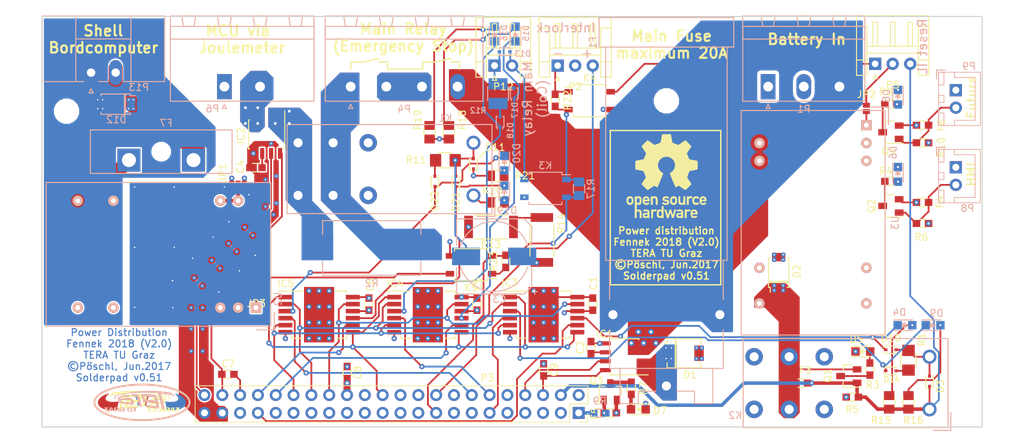
<source format=kicad_pcb>
(kicad_pcb (version 4) (host pcbnew no-vcs-found-product)
  (title_block (title "Power distribution unit fennek 2017") (date 2017-01-06) (rev 1) (company "TERA TU Graz") (comment 1 "Rene Pöschl"))
  (layers (0 F.Cu signal) (1 In1.Cu signal hide) (2 In2.Cu signal hide) (31 B.Cu signal) (34 B.Paste user) (35 F.Paste user) (36 B.SilkS user) (37 F.SilkS user) (38 B.Mask user) (39 F.Mask user) (44 Edge.Cuts user))
  (net 0 "")
  (net 1 GND)
  (net 2 "Net-(U2-Pad11)")
  (net 3 "Net-(F7-Pad1)")
  (net 4 "Net-(JP1-Pad2)")
  (net 5 "Net-(C3-Pad1)")
  (net 6 "Net-(R13-Pad1)")
  (net 7 "Net-(Q4-Pad3)")
  (net 8 "Net-(D8-Pad2)")
  (net 9 "Net-(Q3-Pad3)")
  (net 10 "Net-(D7-Pad2)")
  (net 11 "Net-(Q2-Pad3)")
  (net 12 "Net-(D6-Pad2)")
  (net 13 "Net-(Q1-Pad3)")
  (net 14 "Net-(D5-Pad2)")
  (net 15 "Net-(C2-Pad1)")
  (net 16 "Net-(K2-Pad3)")
  (net 17 "Net-(K2-Pad4)")
  (net 18 "Net-(K1-Pad3)")
  (net 19 "Net-(K1-Pad4)")
  (net 20 "Net-(D9-Pad2)")
  (net 21 "Net-(D10-Pad1)")
  (net 22 "Net-(P1-Pad2)")
  (net 23 "Net-(U2-Pad9)")
  (net 24 "Net-(U3-Pad9)")
  (net 25 "Net-(U3-Pad11)")
  (net 26 "/12VDC telemetry/GND_telemetry")
  (net 27 "/High voltage/LowSideSwitch_PreCharge/CHANNEL1")
  (net 28 "/High voltage/VBatt_Switched")
  (net 29 "/High voltage/HV+_after_main_relais")
  (net 30 "/Master Connector/+12VDC_BMS_Switched")
  (net 31 "/High voltage/LowSideSwitch_MainRelay/CHANNEL1")
  (net 32 "/High voltage/LowSideSwitch_MainRelay/CHANNEL2")
  (net 33 "/12VDC Bordnet/LowSideSwitch_12V_Relay/CHANNEL1")
  (net 34 "/12VDC Bordnet/LowSideSwitch_12V_Relay/CHANNEL2")
  (net 35 "/High voltage/LowSideSwitch_PreCharge/CHANNEL2")
  (net 36 "Net-(D20-Pad2)")
  (net 37 "Net-(D16-Pad2)")
  (net 38 "/Master Connector/+12VDC_BMS")
  (net 39 "Net-(D4-Pad2)")
  (net 40 "Net-(D19-Pad2)")
  (net 41 "Net-(D15-Pad2)")
  (net 42 "/12VDC Bordnet/+12V_HMI")
  (net 43 "/12VDC Bordnet/+12V_Future")
  (net 44 "/12VDC Bordnet/+5V")
  (net 45 "Net-(C4-Pad1)")
  (net 46 "/High voltage/+3V3")
  (net 47 "/12VDC Bordnet/+12V_switched")
  (net 48 "Net-(D13-Pad1)")
  (net 49 "/High voltage/+HV_in")
  (net 50 "/High voltage/HV+_fused")
  (net 51 "/12VDC telemetry/+12V_telemetry")
  (net 52 "Net-(D14-Pad1)")
  (net 53 "Net-(D20-Pad1)")
  (net 54 "Net-(D16-Pad1)")
  (net 55 "Net-(D15-Pad1)")
  (net 56 "Net-(D19-Pad1)")
  (net 57 "/High voltage/ISense_Main")
  (net 58 "/High voltage/ISense_MCU")
  (net 59 "/High voltage/HV+_to_MCU")
  (net 60 "/High voltage/HV+_Main_Relays")
  (net 61 "Net-(P2-Pad2)")
  (net 62 "/12VDC Bordnet/Interlock_OK")
  (net 63 "/12VDC Bordnet/MOSI")
  (net 64 "/High voltage/PreCharge_Fault")
  (net 65 "/12VDC Bordnet/SCLK")
  (net 66 "/Master Connector/NCS_PreCharge")
  (net 67 "/12VDC Bordnet/MISO")
  (net 68 "/High voltage/MainRelay_Fault")
  (net 69 "/High voltage/NCS_MainRelay")
  (net 70 "/12VDC Bordnet/12V_Relay_Fault")
  (net 71 "/12VDC Bordnet/NCS_12V_Relay")
  (net 72 "/12VDC Bordnet/+12VDC")
  (net 73 "/High voltage/+VBatt")
  (net 74 "Net-(P3-Pad15)")
  (net 75 "Net-(P3-Pad16)")
  (net 76 "Net-(JP3-Pad1)")
  (net 77 "Net-(JP2-Pad2)")
  (net 78 "/Master Connector/IL_master-")
  (net 79 "/High voltage/IL_next-")
  (net 80 "/12VDC telemetry/IL_next-")
  (net 81 "/12VDC Bordnet/IL_next-")
  (net 82 "Net-(JP2-Pad1)")
  (net 83 "Net-(JP3-Pad2)")
  (net 84 "Net-(K4-Pad4)")
  (net 85 "/Master Connector/IL_master+")
  (net 86 "Net-(P3-Pad19)")
  (net 87 "Net-(P3-Pad20)")
  (module local_footprints:Via-0.2 (layer F.Cu) (at 89.4 98.5)
    (fp_text reference REF** hide)
    (fp_text value Via-0.2 hide)
    (pad 1 thru_hole circle (at 0 0) (size 0.65 0.65) (drill 0.2) (layers *.Cu *.Mask) (net 1 GND))
  )
  (module tera_logos:TERA_Logo_SilkS_and_Cu_5x12.5mm (layer B.Cu) (at 80.75 112 180)
    (fp_text reference svg2mod hide)
    (fp_text value G*** hide)
    (fp_poly (pts (xy -3.317285 0.128468) (xy -3.324876 0.095561) (xy -3.332399 0.062585) (xy -3.339856 0.029542) (xy -3.347248 -0.003567) (xy -3.354576 -0.036739) (xy -3.361843 -0.069974) (xy -3.36905 -0.103269) (xy -3.376198 -0.136623) (xy -3.383289 -0.170034) (xy -3.390325 -0.203502) (xy -3.397307 -0.237023) (xy -3.404237 -0.270596) (xy -3.411117 -0.30422) (xy -3.417948 -0.337894) (xy -3.424732 -0.371615) (xy -3.431471 -0.405381) (xy -3.438165 -0.439192) (xy -3.444817 -0.473046) (xy -3.451429 -0.50694) (xy -3.458001 -0.540874) (xy -3.464536 -0.574845) (xy -3.471035 -0.608852) (xy -3.4775 -0.642894) (xy -3.483932 -0.676968) (xy -3.490333 -0.711074) (xy -3.496705 -0.745209) (xy -3.503049 -0.779372) (xy -3.509367 -0.813561) (xy -3.51566 -0.847775) (xy -3.521931 -0.882011) (xy -3.52818 -0.916269) (xy -3.53441 -0.950547) (xy -3.540621 -0.984843) (xy -3.546816 -1.019155) (xy -3.552997 -1.053481) (xy -3.589773 -1.057685) (xy -3.626654 -1.061708) (xy -3.663628 -1.065545) (xy -3.700688 -1.069194) (xy -3.737823 -1.072652) (xy -3.775025 -1.075915) (xy -3.812285 -1.078981) (xy -3.849593 -1.081844) (xy -3.886939 -1.084504) (xy -3.924316 -1.086955) (xy -3.961713 -1.089195) (xy -3.999122 -1.091221) (xy -4.036532 -1.093029) (xy -4.073936 -1.094615) (xy -4.111323 -1.095978) (xy -4.148685 -1.097112) (xy -4.186013 -1.098016) (xy -4.223296 -1.098685) (xy -4.260527 -1.099117) (xy -4.297695 -1.099308) (xy -4.334792 -1.099255) (xy -4.371808 -1.098955) (xy -4.408734 -1.098403) (xy -4.445561 -1.097598) (xy -4.482279 -1.096535) (xy -4.51888 -1.095212) (xy -4.555355 -1.093624) (xy -4.591693 -1.09177) (xy -4.627886 -1.089645) (xy -4.663925 -1.087246) (xy -4.699801 -1.08457) (xy -4.735503 -1.081613) (xy -4.771024 -1.078373) (xy -4.806353 -1.074846) (xy -4.841482 -1.071029) (xy -4.876402 -1.066918) (xy -4.911102 -1.06251) (xy -4.945575 -1.057802) (xy -4.97981 -1.05279) (xy -5.013799 -1.047472) (xy -5.047532 -1.041844) (xy -5.081001 -1.035902) (xy -5.114195 -1.029644) (xy -5.147106 -1.023065) (xy -5.179725 -1.016164) (xy -5.212041 -1.008936) (xy -5.244047 -1.001378) (xy -5.275733 -0.993487) (xy -5.30709 -0.985259) (xy -5.338108 -0.976692) (xy -5.368778 -0.967782) (xy -5.399091 -0.958525) (xy -5.429038 -0.948919) (xy -5.45861 -0.93896) (xy -5.487797 -0.928645) (xy -5.516591 -0.91797) (xy -5.544981 -0.906932) (xy -5.57296 -0.895529) (xy -5.600517 -0.883756) (xy -5.627643 -0.87161) (xy -5.654329 -0.859089) (xy -5.680567 -0.846188) (xy -5.706346 -0.832904) (xy -5.731658 -0.819235) (xy -5.756493 -0.805176) (xy -5.780842 -0.790725) (xy -5.804696 -0.775879) (xy -5.828046 -0.760633) (xy -5.850882 -0.744985) (xy -5.873196 -0.728931) (xy -5.894978 -0.712469) (xy -5.916219 -0.695594) (xy -5.936909 -0.678303) (xy -5.960893 -0.657256) (xy -5.98443 -0.63556) (xy -6.00747 -0.613195) (xy -6.02996 -0.590143) (xy -6.051851 -0.566382) (xy -6.073091 -0.541894) (xy -6.093628 -0.51666) (xy -6.113413 -0.49066) (xy -6.132395 -0.463874) (xy -6.150521 -0.436282) (xy -6.167741 -0.407866) (xy -6.184005 -0.378606) (xy -6.199261 -0.348483) (xy -6.213457 -0.317476) (xy -6.226544 -0.285567) (xy -6.23847 -0.252735) (xy -6.249184 -0.218962) (xy -6.258636 -0.184227) (xy -6.266773 -0.148512) (xy -6.273546 -0.111797) (xy -6.278902 -0.074062) (xy -6.278902 -0.004316) (xy -6.274572 0.033031) (xy -6.268948 0.069618) (xy -6.262071 0.105451) (xy -6.253984 0.140538) (xy -6.244726 0.174888) (xy -6.23434 0.208508) (xy -6.222867 0.241406) (xy -6.210347 0.27359) (xy -6.196823 0.305068) (xy -6.182334 0.335847) (xy -6.166924 0.365935) (xy -6.150632 0.395341) (xy -6.1335 0.424071) (xy -6.11557 0.452135) (xy -6.096882 0.479539) (xy -6.077477 0.506291) (xy -6.057398 0.5324) (xy -6.036685 0.557873) (xy -6.01538 0.582717) (xy -5.993523 0.606942) (xy -5.971157 0.630554) (xy -5.948321 0.653562) (xy -5.925058 0.675973) (xy -5.901409 0.697794) (xy -5.877415 0.719035) (xy -5.853116 0.739703) (xy -5.828556 0.759805) (xy -5.803774 0.779349) (xy -5.778812 0.798344) (xy -5.753711 0.816797) (xy -5.728512 0.834716) (xy -5.703257 0.852108) (xy -5.677987 0.868982) (xy -5.650798 0.886583) (xy -5.623256 0.903869) (xy -5.595368 0.920841) (xy -5.56714 0.937498) (xy -5.53858 0.95384) (xy -5.509694 0.969867) (xy -5.48049 0.98558) (xy -5.450974 1.000979) (xy -5.421153 1.016063) (xy -5.391035 1.030832) (xy -5.360627 1.045288) (xy -5.329934 1.059429) (xy -5.298965 1.073256) (xy -5.267726 1.086769) (xy -5.236224 1.099967) (xy -5.204466 1.112852) (xy -5.172459 1.125423) (xy -5.14021 1.13768) (xy -5.107727 1.149623) (xy -5.075015 1.161253) (xy -5.042082 1.172569) (xy -5.008935 1.183571) (xy -4.97558 1.19426) (xy -4.942025 1.204635) (xy -4.908277 1.214697) (xy -4.874343 1.224445) (xy -4.840229 1.23388) (xy -4.805943 1.243002) (xy -4.771492 1.251811) (xy -4.736881 1.260307) (xy -4.70212 1.26849) (xy -4.667213 1.276359) (xy -4.632169 1.283916) (xy -4.659485 1.26382) (xy -4.686565 1.243317) (xy -4.713378 1.22239) (xy -4.739891 1.201022) (xy -4.766074 1.179195) (xy -4.791895 1.156893) (xy -4.817322 1.134097) (xy -4.842324 1.11079) (xy -4.86687 1.086956) (xy -4.890927 1.062577) (xy -4.914466 1.037635) (xy -4.937453 1.012114) (xy -4.959858 0.985995) (xy -4.981649 0.959263) (xy -5.002794 0.931899) (xy -5.023263 0.903886) (xy -5.043023 0.875208) (xy -5.062044 0.845845) (xy -5.080293 0.815782) (xy -5.094375 0.790961) (xy -5.10821 0.76456) (xy -5.121482 0.736762) (xy -5.133873 0.707751) (xy -5.145069 0.67771) (xy -5.154751 0.646821) (xy -5.162604 0.615267) (xy -5.168311 0.583232) (xy -5.171555 0.550897) (xy -5.172021 0.518447) (xy -5.169391 0.486063) (xy -5.163349 0.45393) (xy -5.153188 0.420904) (xy -5.139664 0.390205) (xy -5.123057 0.361719) (xy -5.10365 0.335335) (xy -5.081723 0.310941) (xy -5.057558 0.288423) (xy -5.031437 0.26767) (xy -5.003641 0.24857) (xy -4.974451 0.23101) (xy -4.944149 0.214878) (xy -4.918929 0.202705) (xy -4.892909 0.19114) (xy -4.866115 0.180173) (xy -4.838578 0.169794) (xy -4.810324 0.159991) (xy -4.781382 0.150753) (xy -4.75178 0.142069) (xy -4.721546 0.133928) (xy -4.690709 0.126321) (xy -4.659296 0.119234) (xy -4.627336 0.112658) (xy -4.594856 0.106582) (xy -4.561885 0.100995) (xy -4.528452 0.095885) (xy -4.494584 0.091243) (xy -4.460309 0.087056) (xy -4.425656 0.083314) (xy -4.390652 0.080007) (xy -4.355326 0.077123) (xy -4.319707 0.074651) (xy -4.283821 0.07258) (xy -4.247698 0.0709) (xy -4.211365 0.069599) (xy -4.174851 0.068667) (xy -4.138183 0.068093) (xy -4.101391 0.067865) (xy -4.064501 0.067973) (xy -4.027543 0.068406) (xy -3.990544 0.069153) (xy -3.953533 0.070203) (xy -3.916537 0.071545) (xy -3.879585 0.073168) (xy -3.842705 0.075062) (xy -3.805925 0.077215) (xy -3.769274 0.079616) (xy -3.732779 0.082255) (xy -3.696468 0.08512) (xy -3.66037 0.088201) (xy -3.624513 0.091487) (xy -3.588925 0.094967) (xy -3.553634 0.098629) (xy -3.518669 0.102463) (xy -3.484057 0.106459) (xy -3.449827 0.110604) (xy -3.416006 0.114889) (xy -3.382624 0.119302) (xy -3.349707 0.123832) (xy -3.317285 0.128468)) (layer B.Cu) (width 0))
    (fp_poly (pts (xy 0.432117 -0.373229) (xy 0.45775 -0.266416) (xy 0.675656 0.558215) (xy 0.678353 0.569765) (xy 0.685797 0.599353) (xy 0.697014 0.639388) (xy 0.700801 0.651725) (xy 0.706434 0.668427) (xy 0.714182 0.688635) (xy 0.724316 0.711486) (xy 0.737102 0.73612) (xy 0.75281 0.761677) (xy 0.77171 0.787296) (xy 0.794069 0.812116) (xy 0.820156 0.835277) (xy 0.85024 0.855918) (xy 0.884591 0.873177) (xy 0.923476 0.886195) (xy 0.967165 0.894111) (xy 1.011056 0.898175) (xy 1.056462 0.901032) (xy 1.102622 0.902829) (xy 1.148771 0.903709) (xy 1.194146 0.903818) (xy 1.237985 0.9033) (xy 1.279525 0.902301) (xy 1.318001 0.900964) (xy 1.352652 0.899436) (xy 1.382714 0.897861) (xy 1.407424 0.896384) (xy 1.426019 0.895149) (xy 1.437735 0.894302) (xy 1.44181 0.893987) (xy 1.510401 1.081365) (xy 1.636536 1.064839) (xy 1.543591 0.815782) (xy 1.5395 0.815988) (xy 1.527741 0.816557) (xy 1.509086 0.817415) (xy 1.484304 0.818487) (xy 1.454166 0.819701) (xy 1.419443 0.820982) (xy 1.380907 0.822256) (xy 1.339326 0.82345) (xy 1.295473 0.824489) (xy 1.250118 0.825301) (xy 1.204031 0.82581) (xy 1.157984 0.825943) (xy 1.112746 0.825626) (xy 1.067268 0.82111) (xy 1.027225 0.809714) (xy 0.992336 0.792822) (xy 0.962318 0.771823) (xy 0.936888 0.748101) (xy 0.915765 0.723045) (xy 0.898666 0.698039) (xy 0.885308 0.674471) (xy 0.875411 0.653727) (xy 0.868691 0.637194) (xy 0.864866 0.626257) (xy 0.863653 0.622303) (xy 0.560705 -0.472454) (xy 0.408049 -0.495782) (xy 0.432117 -0.373228) (xy 0.432117 -0.373229)) (layer B.Cu) (width 0))
  )
  (module local_footprints:Via-0.2 (layer F.Cu) (at 93.15 86.25)
    (fp_text reference REF** hide)
    (fp_text value Via-0.2 hide)
    (pad 1 thru_hole circle (at 0 0) (size 0.65 0.65) (drill 0.2) (layers *.Cu *.Mask) (net 1 GND))
  )
  (module local_footprints:Via-0.2 (layer F.Cu) (at 90.9 88.45)
    (fp_text reference REF** hide)
    (fp_text value Via-0.2 hide)
    (pad 1 thru_hole circle (at 0 0) (size 0.65 0.65) (drill 0.2) (layers *.Cu *.Mask) (net 1 GND))
  )
  (module local_footprints:Via-0.2 (layer F.Cu) (at 87.95 91.45)
    (fp_text reference REF** hide)
    (fp_text value Via-0.2 hide)
    (pad 1 thru_hole circle (at 0 0) (size 0.65 0.65) (drill 0.2) (layers *.Cu *.Mask) (net 1 GND))
  )
  (module local_footprints:Via-0.2 (layer F.Cu) (at 85.1 94.65)
    (fp_text reference REF** hide)
    (fp_text value Via-0.2 hide)
    (pad 1 thru_hole circle (at 0 0) (size 0.65 0.65) (drill 0.2) (layers *.Cu *.Mask) (net 1 GND))
  )
  (module local_footprints:Via-0.2 (layer F.Cu) (at 96.9 91.05)
    (fp_text reference REF** hide)
    (fp_text value Via-0.2 hide)
    (pad 1 thru_hole circle (at 0 0) (size 0.65 0.65) (drill 0.2) (layers *.Cu *.Mask) (net 1 GND))
  )
  (module local_footprints:Via-0.2 (layer F.Cu) (at 94.65 93.25)
    (fp_text reference REF** hide)
    (fp_text value Via-0.2 hide)
    (pad 1 thru_hole circle (at 0 0) (size 0.65 0.65) (drill 0.2) (layers *.Cu *.Mask) (net 1 GND))
  )
  (module local_footprints:Via-0.2 (layer F.Cu) (at 91.7 96.25)
    (fp_text reference REF** hide)
    (fp_text value Via-0.2 hide)
    (pad 1 thru_hole circle (at 0 0) (size 0.65 0.65) (drill 0.2) (layers *.Cu *.Mask) (net 1 GND))
  )
  (module local_footprints:Via-0.2 (layer F.Cu) (at 85.1 94.65)
    (fp_text reference REF** hide)
    (fp_text value Via-0.2 hide)
    (pad 1 thru_hole circle (at 0 0) (size 0.65 0.65) (drill 0.2) (layers *.Cu *.Mask) (net 1 GND))
  )
  (module local_footprints:Via-0.2 (layer F.Cu) (at 85.15 98.5)
    (fp_text reference REF** hide)
    (fp_text value Via-0.2 hide)
    (pad 1 thru_hole circle (at 0 0) (size 0.65 0.65) (drill 0.2) (layers *.Cu *.Mask) (net 1 GND))
  )
  (module local_footprints:Via-0.2 (layer F.Cu) (at 79.7 98.45)
    (fp_text reference REF** hide)
    (fp_text value Via-0.2 hide)
    (pad 1 thru_hole circle (at 0 0) (size 0.65 0.65) (drill 0.2) (layers *.Cu *.Mask) (net 1 GND))
  )
  (module local_footprints:Via-0.2 (layer F.Cu) (at 85.35 89.9)
    (fp_text reference REF** hide)
    (fp_text value Via-0.2 hide)
    (pad 1 thru_hole circle (at 0 0) (size 0.65 0.65) (drill 0.2) (layers *.Cu *.Mask) (net 1 GND))
  )
  (module local_footprints:Via-0.2 (layer F.Cu) (at 79.7 89.9)
    (fp_text reference REF** hide)
    (fp_text value Via-0.2 hide)
    (pad 1 thru_hole circle (at 0 0) (size 0.65 0.65) (drill 0.2) (layers *.Cu *.Mask) (net 1 GND))
  )
  (module local_footprints:Via-0.2 (layer F.Cu) (at 79.7 81.3)
    (fp_text reference REF** hide)
    (fp_text value Via-0.2 hide)
    (pad 1 thru_hole circle (at 0 0) (size 0.65 0.65) (drill 0.2) (layers *.Cu *.Mask) (net 1 GND))
  )
  (module local_footprints:Via-0.2 (layer F.Cu) (at 85.35 81.3)
    (fp_text reference REF** hide)
    (fp_text value Via-0.2 hide)
    (pad 1 thru_hole circle (at 0 0) (size 0.65 0.65) (drill 0.2) (layers *.Cu *.Mask) (net 1 GND))
  )
  (module local_footprints:Via-0.2 (layer F.Cu) (at 92.5 81.3)
    (fp_text reference REF** hide)
    (fp_text value Via-0.2 hide)
    (pad 1 thru_hole circle (at 0 0) (size 0.65 0.65) (drill 0.2) (layers *.Cu *.Mask) (net 1 GND))
  )
  (module local_footprints:Via-0.2 (layer F.Cu) (at 96 82.4)
    (fp_text reference REF** hide)
    (fp_text value Via-0.2 hide)
    (pad 1 thru_hole circle (at 0 0) (size 0.65 0.65) (drill 0.2) (layers *.Cu *.Mask) (net 1 GND))
  )
  (module local_footprints:Via-0.2 (layer F.Cu) (at 87.75 104.7)
    (fp_text reference REF** hide)
    (fp_text value Via-0.2 hide)
    (pad 1 thru_hole circle (at 0 0) (size 0.65 0.65) (drill 0.2) (layers *.Cu *.Mask) (net 1 GND))
  )
  (module local_footprints:Via-0.2 (layer F.Cu) (at 89.4 104.7)
    (fp_text reference REF** hide)
    (fp_text value Via-0.2 hide)
    (pad 1 thru_hole circle (at 0 0) (size 0.65 0.65) (drill 0.2) (layers *.Cu *.Mask) (net 1 GND))
  )
  (module local_footprints:Via-0.2 (layer F.Cu) (at 87.75 101.55)
    (fp_text reference REF** hide)
    (fp_text value Via-0.2 hide)
    (pad 1 thru_hole circle (at 0 0) (size 0.65 0.65) (drill 0.2) (layers *.Cu *.Mask) (net 1 GND))
  )
  (module local_footprints:Via-0.2 (layer F.Cu) (at 89.4 101.55)
    (fp_text reference REF** hide)
    (fp_text value Via-0.2 hide)
    (pad 1 thru_hole circle (at 0 0) (size 0.65 0.65) (drill 0.2) (layers *.Cu *.Mask) (net 1 GND))
  )
  (module local_footprints:Via-0.2 (layer F.Cu) (at 87.75 98.5)
    (fp_text reference REF** hide)
    (fp_text value Via-0.2 hide)
    (pad 1 thru_hole circle (at 0 0) (size 0.65 0.65) (drill 0.2) (layers *.Cu *.Mask) (net 1 GND))
  )
  (module local_footprints:Via-0.2 (layer F.Cu) (at 88.2 94.25)
    (fp_text reference REF** hide)
    (fp_text value Via-0.2 hide)
    (pad 1 thru_hole circle (at 0 0) (size 0.65 0.65) (drill 0.2) (layers *.Cu *.Mask) (net 1 GND))
  )
  (module local_footprints:Via-0.2 (layer F.Cu) (at 89.35 95.4)
    (fp_text reference REF** hide)
    (fp_text value Via-0.2 hide)
    (pad 1 thru_hole circle (at 0 0) (size 0.65 0.65) (drill 0.2) (layers *.Cu *.Mask) (net 1 GND))
  )
  (module local_footprints:Via-0.2 (layer F.Cu) (at 90.7 91.75)
    (fp_text reference REF** hide)
    (fp_text value Via-0.2 hide)
    (pad 1 thru_hole circle (at 0 0) (size 0.65 0.65) (drill 0.2) (layers *.Cu *.Mask) (net 1 GND))
  )
  (module local_footprints:Via-0.2 (layer F.Cu) (at 91.85 92.9)
    (fp_text reference REF** hide)
    (fp_text value Via-0.2 hide)
    (pad 1 thru_hole circle (at 0 0) (size 0.65 0.65) (drill 0.2) (layers *.Cu *.Mask) (net 1 GND))
  )
  (module local_footprints:Via-0.2 (layer F.Cu) (at 93.1 89.35)
    (fp_text reference REF** hide)
    (fp_text value Via-0.2 hide)
    (pad 1 thru_hole circle (at 0 0) (size 0.65 0.65) (drill 0.2) (layers *.Cu *.Mask) (net 1 GND))
  )
  (module local_footprints:Via-0.2 (layer F.Cu) (at 94.25 90.5)
    (fp_text reference REF** hide)
    (fp_text value Via-0.2 hide)
    (pad 1 thru_hole circle (at 0 0) (size 0.65 0.65) (drill 0.2) (layers *.Cu *.Mask) (net 1 GND))
  )
  (module local_footprints:Via-0.2 (layer F.Cu) (at 95.4 87.05)
    (fp_text reference REF** hide)
    (fp_text value Via-0.2 hide)
    (pad 1 thru_hole circle (at 0 0) (size 0.65 0.65) (drill 0.2) (layers *.Cu *.Mask) (net 1 GND))
  )
  (module local_footprints:Via-0.2 (layer F.Cu) (at 96.55 88.2)
    (fp_text reference REF** hide)
    (fp_text value Via-0.2 hide)
    (pad 1 thru_hole circle (at 0 0) (size 0.65 0.65) (drill 0.2) (layers *.Cu *.Mask) (net 1 GND))
  )
  (module local_footprints:Via-0.2 (layer F.Cu) (at 99.5 85.25)
    (fp_text reference REF** hide)
    (fp_text value Via-0.2 hide)
    (pad 1 thru_hole circle (at 0 0) (size 0.65 0.65) (drill 0.2) (layers *.Cu *.Mask) (net 1 GND))
  )
  (module local_footprints:Via-0.2 (layer F.Cu) (at 98.35 84.1)
    (fp_text reference REF** hide)
    (fp_text value Via-0.2 hide)
    (pad 1 thru_hole circle (at 0 0) (size 0.65 0.65) (drill 0.2) (layers *.Cu *.Mask) (net 1 GND))
  )
  (module local_footprints:Via-0.2 (layer F.Cu) (at 99.9 83.6)
    (fp_text reference REF** hide)
    (fp_text value Via-0.2 hide)
    (pad 1 thru_hole circle (at 0 0) (size 0.65 0.65) (drill 0.2) (layers *.Cu *.Mask) (net 1 GND))
  )
  (module local_footprints:Via-0.2 (layer F.Cu) (at 98.35 80.25)
    (fp_text reference REF** hide)
    (fp_text value Via-0.2 hide)
    (pad 1 thru_hole circle (at 0 0) (size 0.65 0.65) (drill 0.2) (layers *.Cu *.Mask) (net 1 GND))
  )
  (module local_footprints:Via-0.2 (layer F.Cu) (at 99.9 79.75)
    (fp_text reference REF** hide)
    (fp_text value Via-0.2 hide)
    (pad 1 thru_hole circle (at 0 0) (size 0.65 0.65) (drill 0.2) (layers *.Cu *.Mask) (net 1 GND))
  )
  (module local_footprints:Via-0.4 (layer F.Cu) (at 101.75 70.5)
    (fp_text reference REF** hide)
    (fp_text value Via-0.4 hide)
    (pad 1 thru_hole circle (at 0 0) (size 0.85 0.85) (drill 0.4) (layers *.Cu *.Mask) (net 28 "/High voltage/VBatt_Switched"))
  )
  (module local_footprints:Via-0.4 (layer F.Cu) (at 95.5 72.25)
    (fp_text reference REF** hide)
    (fp_text value Via-0.4 hide)
    (pad 1 thru_hole circle (at 0 0) (size 0.85 0.85) (drill 0.4) (layers *.Cu *.Mask) (net 59 "/High voltage/HV+_to_MCU"))
  )
  (module local_footprints:Via-0.4 (layer F.Cu) (at 97.25 72.25)
    (fp_text reference REF** hide)
    (fp_text value Via-0.4 hide)
    (pad 1 thru_hole circle (at 0 0) (size 0.85 0.85) (drill 0.4) (layers *.Cu *.Mask) (net 59 "/High voltage/HV+_to_MCU"))
  )
  (module local_footprints:Via-0.4 (layer F.Cu) (at 101.75 72.25)
    (fp_text reference REF** hide)
    (fp_text value Via-0.4 hide)
    (pad 1 thru_hole circle (at 0 0) (size 0.85 0.85) (drill 0.4) (layers *.Cu *.Mask) (net 28 "/High voltage/VBatt_Switched"))
  )
  (module local_footprints:Via-0.4 (layer F.Cu) (at 97.25 70)
    (fp_text reference REF** hide)
    (fp_text value Via-0.4 hide)
    (pad 1 thru_hole circle (at 0 0) (size 0.85 0.85) (drill 0.4) (layers *.Cu *.Mask) (net 59 "/High voltage/HV+_to_MCU"))
  )
  (module local_footprints:Via-0.4 (layer F.Cu) (at 153.3 101.95)
    (fp_text reference REF** hide)
    (fp_text value Via-0.4 hide)
    (pad 1 thru_hole circle (at 0 0) (size 0.85 0.85) (drill 0.4) (layers *.Cu *.Mask) (net 73 "/High voltage/+VBatt"))
  )
  (module local_footprints:Via-0.4 (layer F.Cu) (at 151.5 101.95)
    (fp_text reference REF** hide)
    (fp_text value Via-0.4 hide)
    (pad 1 thru_hole circle (at 0 0) (size 0.85 0.85) (drill 0.4) (layers *.Cu *.Mask) (net 73 "/High voltage/+VBatt"))
  )
  (module local_footprints:Via-0.4 (layer F.Cu) (at 154 103.55)
    (fp_text reference REF** hide)
    (fp_text value Via-0.4 hide)
    (pad 1 thru_hole circle (at 0 0) (size 0.85 0.85) (drill 0.4) (layers *.Cu *.Mask) (net 73 "/High voltage/+VBatt"))
  )
  (module local_footprints:Via-0.4 (layer F.Cu) (at 152.25 103.55)
    (fp_text reference REF** hide)
    (fp_text value Via-0.4 hide)
    (pad 1 thru_hole circle (at 0 0) (size 0.85 0.85) (drill 0.4) (layers *.Cu *.Mask) (net 73 "/High voltage/+VBatt"))
  )
  (module Mounting_Holes:MountingHole_3.2mm_M3 (layer F.Cu) (at 70 70.5)
    (fp_text reference REF** hide)
    (fp_text value MountingHole_3.2mm_M3)
    (pad 1 np_thru_hole circle (at 0 0) (size 3.2 3.2) (drill 3.2) (layers *.Cu *.Mask))
  )
  (module Mounting_Holes:MountingHole_3.2mm_M3 (layer F.Cu) (at 70 112)
    (fp_text reference REF** hide)
    (fp_text value MountingHole_3.2mm_M3)
    (pad 1 np_thru_hole circle (at 0 0) (size 3.2 3.2) (drill 3.2) (layers *.Cu *.Mask))
  )
  (module Mounting_Holes:MountingHole_3.2mm_M3 (layer F.Cu) (at 197 95.5)
    (fp_text reference REF** hide)
    (fp_text value MountingHole_3.2mm_M3)
    (pad 1 np_thru_hole circle (at 0 0) (size 3.2 3.2) (drill 3.2) (layers *.Cu *.Mask))
  )
  (module traco_power:THD_12-xxxx (layer B.Cu) (at 97 98.5 90)
    (fp_text reference U2)
    (fp_text value THD_12-4812_single_output)
    (fp_text user %R (at 1.25 3.15 90) (layer B.SilkS) (effects (justify mirror)))
    (pad 1 thru_hole rect (at 0 0 90) (size 1.5 1.5) (drill 0.7) (layers *.Cu *.Mask B.SilkS) (net 76 "Net-(JP3-Pad1)"))
    (pad 2 thru_hole circle (at 0 -2.54 90) (size 1.5 1.5) (drill 0.7) (layers *.Cu *.Mask B.SilkS) (net 1 GND))
    (pad 3 thru_hole circle (at 0 -5.08 90) (size 1.5 1.5) (drill 0.7) (layers *.Cu *.Mask B.SilkS) (net 1 GND))
    (pad 9 thru_hole circle (at 0 -20.32 90) (size 1.5 1.5) (drill 0.7) (layers *.Cu *.Mask B.SilkS) (net 23 "Net-(U2-Pad9)"))
    (pad 11 thru_hole circle (at 0 -25.4 90) (size 1.5 1.5) (drill 0.7) (layers *.Cu *.Mask B.SilkS) (net 2 "Net-(U2-Pad11)"))
    (pad 14 thru_hole circle (at 15.24 -25.4 90) (size 1.5 1.5) (drill 0.7) (layers *.Cu *.Mask B.SilkS) (net 3 "Net-(F7-Pad1)"))
    (pad 16 thru_hole circle (at 15.24 -20.32 90) (size 1.5 1.5) (drill 0.7) (layers *.Cu *.Mask B.SilkS) (net 26 "/12VDC telemetry/GND_telemetry"))
    (pad 22 thru_hole circle (at 15.24 -5.08 90) (size 1.5 1.5) (drill 0.7) (layers *.Cu *.Mask B.SilkS) (net 4 "Net-(JP1-Pad2)"))
    (pad 23 thru_hole circle (at 15.24 -2.54 90) (size 1.5 1.5) (drill 0.7) (layers *.Cu *.Mask B.SilkS) (net 4 "Net-(JP1-Pad2)"))
  )
  (module traco_power:THD_12-xxxx (layer B.Cu) (at 184 72.5 180)
    (fp_text reference U3)
    (fp_text value THD_12-4812_single_output)
    (fp_text user %R (at -4.1 -13.9 90) (layer B.SilkS) (effects (justify mirror)))
    (pad 1 thru_hole rect (at 0 0 180) (size 1.5 1.5) (drill 0.7) (layers *.Cu *.Mask B.SilkS) (net 77 "Net-(JP2-Pad2)"))
    (pad 2 thru_hole circle (at 0 -2.54 180) (size 1.5 1.5) (drill 0.7) (layers *.Cu *.Mask B.SilkS) (net 1 GND))
    (pad 3 thru_hole circle (at 0 -5.08 180) (size 1.5 1.5) (drill 0.7) (layers *.Cu *.Mask B.SilkS) (net 1 GND))
    (pad 9 thru_hole circle (at 0 -20.32 180) (size 1.5 1.5) (drill 0.7) (layers *.Cu *.Mask B.SilkS) (net 24 "Net-(U3-Pad9)"))
    (pad 11 thru_hole circle (at 0 -25.4 180) (size 1.5 1.5) (drill 0.7) (layers *.Cu *.Mask B.SilkS) (net 25 "Net-(U3-Pad11)"))
    (pad 14 thru_hole circle (at 15.24 -25.4 180) (size 1.5 1.5) (drill 0.7) (layers *.Cu *.Mask B.SilkS) (net 72 "/12VDC Bordnet/+12VDC"))
    (pad 16 thru_hole circle (at 15.24 -20.32 180) (size 1.5 1.5) (drill 0.7) (layers *.Cu *.Mask B.SilkS) (net 1 GND))
    (pad 22 thru_hole circle (at 15.24 -5.08 180) (size 1.5 1.5) (drill 0.7) (layers *.Cu *.Mask B.SilkS) (net 73 "/High voltage/+VBatt"))
    (pad 23 thru_hole circle (at 15.24 -2.54 180) (size 1.5 1.5) (drill 0.7) (layers *.Cu *.Mask B.SilkS) (net 73 "/High voltage/+VBatt"))
  )
  (module tera_rlc:c_elec_10x10mm (layer B.Cu) (at 130.95 91.2 180)
    (fp_text reference C3)
    (fp_text value 820u)
    (fp_text user %R (at -0.75 -6.1 180) (layer B.SilkS) (effects (justify mirror)))
    (fp_text user + (at -5.7785 -4.9657 180) (layer B.SilkS) (effects (justify mirror)))
    (pad 1 smd rect (at -4 0) (size 4 2.5) (layers B.Cu B.Paste B.Mask) (net 5 "Net-(C3-Pad1)"))
    (pad 2 smd rect (at 4 0) (size 4 2.5) (layers B.Cu B.Paste B.Mask) (net 27 "/High voltage/LowSideSwitch_PreCharge/CHANNEL1"))
  )
  (module tera_rlc:TE_SMW-5W (layer B.Cu) (at 113.5 90)
    (fp_text reference R2)
    (fp_text value "470R 5W")
    (fp_text user %R (at 0 5) (layer B.SilkS) (effects (justify mirror)))
    (pad 1 smd rect (at -7.75 0) (size 4.5 3.4) (layers B.Cu B.Paste B.Mask) (net 28 "/High voltage/VBatt_Switched"))
    (pad 2 smd rect (at 7.75 0) (size 4.5 3.4) (layers B.Cu B.Paste B.Mask) (net 29 "/High voltage/HV+_after_main_relais"))
  )
  (module tera_rlc:R_2512in (layer F.Cu) (at 130.5 87 180)
    (fp_text reference R13)
    (fp_text value "22R 2W")
    (fp_text user %R (at 0 -2.5 180) (layer F.SilkS))
    (pad 1 smd rect (at -3.2 0 180) (size 1.25 3.2) (layers F.Cu F.Paste F.Mask) (net 6 "Net-(R13-Pad1)"))
    (pad 2 smd rect (at 3.2 0 180) (size 1.25 3.2) (layers F.Cu F.Paste F.Mask) (net 30 "/Master Connector/+12VDC_BMS_Switched"))
  )
  (module tera_rlc:R_2512in (layer F.Cu) (at 137.75 88.85 90)
    (fp_text reference R14)
    (fp_text value "22R 2W")
    (fp_text user %R (at 2.35 2.8 90) (layer F.SilkS))
    (pad 1 smd rect (at -3.2 0 90) (size 1.25 3.2) (layers F.Cu F.Paste F.Mask) (net 5 "Net-(C3-Pad1)"))
    (pad 2 smd rect (at 3.2 0 90) (size 1.25 3.2) (layers F.Cu F.Paste F.Mask) (net 6 "Net-(R13-Pad1)"))
  )
  (module tera_rlc:R_1210in (layer B.Cu) (at 131.5 68 270)
    (fp_text reference R12)
    (fp_text value "10R 500mW")
    (fp_text user %R (at 2.4 2.85) (layer B.SilkS) (effects (font (size 0.8 0.8)) (justify mirror)))
    (pad 1 smd rect (at -1.4 0 270) (size 1.6 2.7) (layers B.Cu B.Paste B.Mask) (net 31 "/High voltage/LowSideSwitch_MainRelay/CHANNEL1"))
    (pad 2 smd rect (at 1.4 0 270) (size 1.6 2.7) (layers B.Cu B.Paste B.Mask) (net 32 "/High voltage/LowSideSwitch_MainRelay/CHANNEL2"))
  )
  (module tera_rlc:R_1206in (layer F.Cu) (at 190 106 270)
    (fp_text reference R1)
    (fp_text value "510R 250mW")
    (fp_text user %R (at -2.95 -1.9 270) (layer F.SilkS))
    (pad 1 smd rect (at -1.4 0 270) (size 1.6 1.8) (layers F.Cu F.Paste F.Mask) (net 33 "/12VDC Bordnet/LowSideSwitch_12V_Relay/CHANNEL1"))
    (pad 2 smd rect (at 1.4 0 270) (size 1.6 1.8) (layers F.Cu F.Paste F.Mask) (net 34 "/12VDC Bordnet/LowSideSwitch_12V_Relay/CHANNEL2"))
  )
  (module tera_rlc:R_1206in (layer F.Cu) (at 124 77.5 180)
    (fp_text reference R11)
    (fp_text value "510R 250mW")
    (fp_text user %R (at 4.2 0.05 180) (layer F.SilkS))
    (pad 1 smd rect (at -1.4 0 180) (size 1.6 1.8) (layers F.Cu F.Paste F.Mask) (net 27 "/High voltage/LowSideSwitch_PreCharge/CHANNEL1"))
    (pad 2 smd rect (at 1.4 0 180) (size 1.6 1.8) (layers F.Cu F.Paste F.Mask) (net 35 "/High voltage/LowSideSwitch_PreCharge/CHANNEL2"))
  )
  (module tera_rlc:R_0805in (layer F.Cu) (at 131.4 79.7)
    (fp_text reference R21)
    (fp_text value 12k)
    (fp_text user %R (at 3.95 0) (layer F.SilkS))
    (pad 1 smd rect (at -0.965 0) (size 1.27 1.5) (layers F.Cu F.Paste F.Mask) (net 30 "/Master Connector/+12VDC_BMS_Switched"))
    (pad 2 smd rect (at 0.965 0) (size 1.27 1.5) (layers F.Cu F.Paste F.Mask) (net 36 "Net-(D20-Pad2)"))
  )
  (module tera_rlc:R_0805in (layer F.Cu) (at 121.75 73.5 90)
    (fp_text reference R19)
    (fp_text value 12k)
    (fp_text user %R (at 1.75 -1.7 90) (layer F.SilkS))
    (pad 1 smd rect (at -0.965 0 90) (size 1.27 1.5) (layers F.Cu F.Paste F.Mask) (net 30 "/Master Connector/+12VDC_BMS_Switched"))
    (pad 2 smd rect (at 0.965 0 90) (size 1.27 1.5) (layers F.Cu F.Paste F.Mask) (net 37 "Net-(D16-Pad2)"))
  )
  (module tera_rlc:R_0805in (layer B.Cu) (at 143.05 81.55 90)
    (fp_text reference R17)
    (fp_text value 1k)
    (fp_text user %R (at 0 1.7 90) (layer B.SilkS) (effects (justify mirror)))
    (pad 1 smd rect (at -0.965 0 90) (size 1.27 1.5) (layers B.Cu B.Paste B.Mask) (net 80 "/12VDC telemetry/IL_next-"))
    (pad 2 smd rect (at 0.965 0 90) (size 1.27 1.5) (layers B.Cu B.Paste B.Mask) (net 79 "/High voltage/IL_next-"))
  )
  (module tera_rlc:R_0805in (layer F.Cu) (at 190 112 90)
    (fp_text reference R16)
    (fp_text value 12k)
    (fp_text user %R (at -2.55 0.7 180) (layer F.SilkS))
    (pad 1 smd rect (at -0.965 0 90) (size 1.27 1.5) (layers F.Cu F.Paste F.Mask) (net 38 "/Master Connector/+12VDC_BMS"))
    (pad 2 smd rect (at 0.965 0 90) (size 1.27 1.5) (layers F.Cu F.Paste F.Mask) (net 20 "Net-(D9-Pad2)"))
  )
  (module tera_rlc:R_0805in (layer F.Cu) (at 187.25 112 90)
    (fp_text reference R15)
    (fp_text value 12k)
    (fp_text user %R (at -2.55 -1.15 180) (layer F.SilkS))
    (pad 1 smd rect (at -0.965 0 90) (size 1.27 1.5) (layers F.Cu F.Paste F.Mask) (net 38 "/Master Connector/+12VDC_BMS"))
    (pad 2 smd rect (at 0.965 0 90) (size 1.27 1.5) (layers F.Cu F.Paste F.Mask) (net 39 "Net-(D4-Pad2)"))
  )
  (module tera_rlc:R_0805in (layer F.Cu) (at 131.45 83.5)
    (fp_text reference R20)
    (fp_text value 12k)
    (fp_text user %R (at -0.75 -1.7) (layer F.SilkS))
    (pad 1 smd rect (at -0.965 0) (size 1.27 1.5) (layers F.Cu F.Paste F.Mask) (net 30 "/Master Connector/+12VDC_BMS_Switched"))
    (pad 2 smd rect (at 0.965 0) (size 1.27 1.5) (layers F.Cu F.Paste F.Mask) (net 40 "Net-(D19-Pad2)"))
  )
  (module tera_rlc:R_0805in (layer F.Cu) (at 124.5 73.5 90)
    (fp_text reference R18)
    (fp_text value 12k)
    (fp_text user %R (at 1.75 1.9 90) (layer F.SilkS))
    (pad 1 smd rect (at -0.965 0 90) (size 1.27 1.5) (layers F.Cu F.Paste F.Mask) (net 30 "/Master Connector/+12VDC_BMS_Switched"))
    (pad 2 smd rect (at 0.965 0 90) (size 1.27 1.5) (layers F.Cu F.Paste F.Mask) (net 41 "Net-(D15-Pad2)"))
  )
  (module tera_rlc:R_0603in (layer F.Cu) (at 150.5 110 270)
    (fp_text reference R7)
    (fp_text value 12k)
    (fp_text user %R (at 0 -1.75 270) (layer F.SilkS))
    (pad 1 smd rect (at -0.865 0 270) (size 1.07 1) (layers F.Cu F.Paste F.Mask) (net 9 "Net-(Q3-Pad3)"))
    (pad 2 smd rect (at 0.865 0 270) (size 1.07 1) (layers F.Cu F.Paste F.Mask) (net 10 "Net-(D7-Pad2)"))
  )
  (module tera_rlc:R_0603in (layer F.Cu) (at 184.5 107.25 90)
    (fp_text reference R3)
    (fp_text value 12k)
    (fp_text user %R (at -2.25 0.4 180) (layer F.SilkS))
    (pad 1 smd rect (at -0.865 0 90) (size 1.07 1) (layers F.Cu F.Paste F.Mask) (net 13 "Net-(Q1-Pad3)"))
    (pad 2 smd rect (at 0.865 0 90) (size 1.07 1) (layers F.Cu F.Paste F.Mask) (net 14 "Net-(D5-Pad2)"))
  )
  (module tera_rlc:R_0603in (layer F.Cu) (at 187.5 80.5)
    (fp_text reference R4)
    (fp_text value 12k)
    (fp_text user %R (at -0.7 -1.45) (layer F.SilkS))
    (pad 1 smd rect (at -0.865 0) (size 1.07 1) (layers F.Cu F.Paste F.Mask) (net 11 "Net-(Q2-Pad3)"))
    (pad 2 smd rect (at 0.865 0) (size 1.07 1) (layers F.Cu F.Paste F.Mask) (net 12 "Net-(D6-Pad2)"))
  )
  (module tera_rlc:R_0603in (layer F.Cu) (at 182 111.25 180)
    (fp_text reference R5)
    (fp_text value 100k)
    (fp_text user %R (at 0 -1.75 180) (layer F.SilkS))
    (pad 1 smd rect (at -0.865 0 180) (size 1.07 1) (layers F.Cu F.Paste F.Mask) (net 38 "/Master Connector/+12VDC_BMS"))
    (pad 2 smd rect (at 0.865 0 180) (size 1.07 1) (layers F.Cu F.Paste F.Mask) (net 1 GND))
  )
  (module tera_rlc:R_0603in (layer F.Cu) (at 192 86.5)
    (fp_text reference R6)
    (fp_text value 100k)
    (fp_text user %R (at -0.15 1.95) (layer F.SilkS))
    (pad 1 smd rect (at -0.865 0) (size 1.07 1) (layers F.Cu F.Paste F.Mask) (net 42 "/12VDC Bordnet/+12V_HMI"))
    (pad 2 smd rect (at 0.865 0) (size 1.07 1) (layers F.Cu F.Paste F.Mask) (net 1 GND))
  )
  (module tera_rlc:R_0603in (layer F.Cu) (at 192 75)
    (fp_text reference R10)
    (fp_text value 100k)
    (fp_text user %R (at 2.65 0.65 90) (layer F.SilkS))
    (pad 1 smd rect (at -0.865 0) (size 1.07 1) (layers F.Cu F.Paste F.Mask) (net 43 "/12VDC Bordnet/+12V_Future"))
    (pad 2 smd rect (at 0.865 0) (size 1.07 1) (layers F.Cu F.Paste F.Mask) (net 1 GND))
  )
  (module tera_rlc:R_0603in (layer B.Cu) (at 146 113.55 180)
    (fp_text reference R9)
    (fp_text value 100k)
    (fp_text user %R (at 0 1.75 180) (layer B.SilkS) (effects (justify mirror)))
    (pad 1 smd rect (at -0.865 0 180) (size 1.07 1) (layers B.Cu B.Paste B.Mask) (net 30 "/Master Connector/+12VDC_BMS_Switched"))
    (pad 2 smd rect (at 0.865 0 180) (size 1.07 1) (layers B.Cu B.Paste B.Mask) (net 1 GND))
  )
  (module tera_rlc:R_0603in (layer F.Cu) (at 187.5 69.5)
    (fp_text reference R8)
    (fp_text value 12k)
    (fp_text user %R (at -0.7 -1.75) (layer F.SilkS))
    (pad 1 smd rect (at -0.865 0) (size 1.07 1) (layers F.Cu F.Paste F.Mask) (net 7 "Net-(Q4-Pad3)"))
    (pad 2 smd rect (at 0.865 0) (size 1.07 1) (layers F.Cu F.Paste F.Mask) (net 8 "Net-(D8-Pad2)"))
  )
  (module tera_rlc:C_0603in (layer F.Cu) (at 144.75 104.2 90)
    (fp_text reference C2)
    (fp_text value 1nf)
    (fp_text user %R (at 0 -1.5 90) (layer F.SilkS))
    (pad 1 smd rect (at -0.865 0 90) (size 1.07 1) (layers F.Cu F.Paste F.Mask) (net 15 "Net-(C2-Pad1)"))
    (pad 2 smd rect (at 0.865 0 90) (size 1.07 1) (layers F.Cu F.Paste F.Mask) (net 1 GND))
  )
  (module tera_rlc:C_0603in (layer F.Cu) (at 145 98 270)
    (fp_text reference C1)
    (fp_text value 100n)
    (fp_text user %R (at -3 -0.1 270) (layer F.SilkS))
    (pad 1 smd rect (at -0.865 0 270) (size 1.07 1) (layers F.Cu F.Paste F.Mask) (net 1 GND))
    (pad 2 smd rect (at 0.865 0 270) (size 1.07 1) (layers F.Cu F.Paste F.Mask) (net 44 "/12VDC Bordnet/+5V"))
  )
  (module tera_rlc:C_0603in (layer F.Cu) (at 97 78.55 180)
    (fp_text reference C4)
    (fp_text value 1nf)
    (fp_text user %R (at 2.2 0.15 270) (layer F.SilkS))
    (pad 1 smd rect (at -0.865 0 180) (size 1.07 1) (layers F.Cu F.Paste F.Mask) (net 45 "Net-(C4-Pad1)"))
    (pad 2 smd rect (at 0.865 0 180) (size 1.07 1) (layers F.Cu F.Paste F.Mask) (net 1 GND))
  )
  (module tera_rlc:C_0603in (layer F.Cu) (at 128.5 98 270)
    (fp_text reference C5)
    (fp_text value 100n)
    (fp_text user %R (at -2.9 -0.15 270) (layer F.SilkS))
    (pad 1 smd rect (at -0.865 0 270) (size 1.07 1) (layers F.Cu F.Paste F.Mask) (net 1 GND))
    (pad 2 smd rect (at 0.865 0 270) (size 1.07 1) (layers F.Cu F.Paste F.Mask) (net 44 "/12VDC Bordnet/+5V"))
  )
  (module tera_rlc:C_0603in (layer F.Cu) (at 113.1 98 270)
    (fp_text reference C6)
    (fp_text value 100n)
    (fp_text user %R (at -2.75 -0.2 270) (layer F.SilkS))
    (pad 1 smd rect (at -0.865 0 270) (size 1.07 1) (layers F.Cu F.Paste F.Mask) (net 1 GND))
    (pad 2 smd rect (at 0.865 0 270) (size 1.07 1) (layers F.Cu F.Paste F.Mask) (net 44 "/12VDC Bordnet/+5V"))
  )
  (module tera_rlc:C_0603in (layer F.Cu) (at 110 107.75 270)
    (fp_text reference C8)
    (fp_text value 100n)
    (fp_text user %R (at 0 -1.5 270) (layer F.SilkS))
    (pad 1 smd rect (at -0.865 0 270) (size 1.07 1) (layers F.Cu F.Paste F.Mask) (net 1 GND))
    (pad 2 smd rect (at 0.865 0 270) (size 1.07 1) (layers F.Cu F.Paste F.Mask) (net 44 "/12VDC Bordnet/+5V"))
  )
  (module tera_rlc:C_0603in (layer F.Cu) (at 93 108 180)
    (fp_text reference C7)
    (fp_text value 100n)
    (fp_text user %R (at -0.05 1.5 180) (layer F.SilkS))
    (pad 1 smd rect (at -0.865 0 180) (size 1.07 1) (layers F.Cu F.Paste F.Mask) (net 1 GND))
    (pad 2 smd rect (at 0.865 0 180) (size 1.07 1) (layers F.Cu F.Paste F.Mask) (net 46 "/High voltage/+3V3"))
  )
  (module tera_relais:Finder-41.61.9.012.0010_SPDT-16A_12VDC-Coil (layer B.Cu) (at 128 82.5 180)
    (fp_text reference K1)
    (fp_text value SPDT-16A_12VDC-Coil)
    (fp_text user %R (at 4 11 180) (layer B.SilkS) (effects (justify mirror)))
    (pad 1 thru_hole circle (at 0 0 180) (size 2 2) (drill 1.3) (layers *.Cu *.Mask) (net 30 "/Master Connector/+12VDC_BMS_Switched"))
    (pad 2 thru_hole circle (at 0 7.5 180) (size 2 2) (drill 1.3) (layers *.Cu *.Mask) (net 27 "/High voltage/LowSideSwitch_PreCharge/CHANNEL1"))
    (pad 3 thru_hole circle (at 15 0 180) (size 2.5 2.5) (drill 1.3) (layers *.Cu *.Mask) (net 18 "Net-(K1-Pad3)"))
    (pad 4 thru_hole circle (at 15 7.5 180) (size 2.5 2.5) (drill 1.3) (layers *.Cu *.Mask) (net 19 "Net-(K1-Pad4)"))
    (pad 5 thru_hole circle (at 20 0 180) (size 2.5 2.5) (drill 1.3) (layers *.Cu *.Mask) (net 29 "/High voltage/HV+_after_main_relais"))
    (pad 6 thru_hole circle (at 20 7.5 180) (size 2.5 2.5) (drill 1.3) (layers *.Cu *.Mask) (net 29 "/High voltage/HV+_after_main_relais"))
    (pad 7 thru_hole circle (at 25 0 180) (size 2.5 2.5) (drill 1.3) (layers *.Cu *.Mask) (net 28 "/High voltage/VBatt_Switched"))
    (pad 8 thru_hole circle (at 25 7.5 180) (size 2.5 2.5) (drill 1.3) (layers *.Cu *.Mask) (net 28 "/High voltage/VBatt_Switched"))
  )
  (module tera_relais:Finder-41.61.9.012.0010_SPDT-16A_12VDC-Coil (layer B.Cu) (at 193 113 180)
    (fp_text reference K2)
    (fp_text value SPDT-16A_12VDC-Coil)
    (fp_text user %R (at 27.7 -0.85 180) (layer B.SilkS) (effects (justify mirror)))
    (pad 1 thru_hole circle (at 0 0 180) (size 2 2) (drill 1.3) (layers *.Cu *.Mask) (net 38 "/Master Connector/+12VDC_BMS"))
    (pad 2 thru_hole circle (at 0 7.5 180) (size 2 2) (drill 1.3) (layers *.Cu *.Mask) (net 33 "/12VDC Bordnet/LowSideSwitch_12V_Relay/CHANNEL1"))
    (pad 3 thru_hole circle (at 15 0 180) (size 2.5 2.5) (drill 1.3) (layers *.Cu *.Mask) (net 16 "Net-(K2-Pad3)"))
    (pad 4 thru_hole circle (at 15 7.5 180) (size 2.5 2.5) (drill 1.3) (layers *.Cu *.Mask) (net 17 "Net-(K2-Pad4)"))
    (pad 5 thru_hole circle (at 20 0 180) (size 2.5 2.5) (drill 1.3) (layers *.Cu *.Mask) (net 72 "/12VDC Bordnet/+12VDC"))
    (pad 6 thru_hole circle (at 20 7.5 180) (size 2.5 2.5) (drill 1.3) (layers *.Cu *.Mask) (net 72 "/12VDC Bordnet/+12VDC"))
    (pad 7 thru_hole circle (at 25 0 180) (size 2.5 2.5) (drill 1.3) (layers *.Cu *.Mask) (net 47 "/12VDC Bordnet/+12V_switched"))
    (pad 8 thru_hole circle (at 25 7.5 180) (size 2.5 2.5) (drill 1.3) (layers *.Cu *.Mask) (net 47 "/12VDC Bordnet/+12V_switched"))
  )
  (module tera_general:SOLDERJUMPER_3 (layer F.Cu) (at 94.45 81.1 270)
    (fp_text reference JP1)
    (fp_text value SEM_source)
    (fp_text user %R (at -1.8 2.2 270) (layer F.SilkS))
    (pad 1 smd rect (at 0 -0.9 270) (size 1.4 0.7) (layers F.Cu F.Mask) (net 28 "/High voltage/VBatt_Switched"))
    (pad 2 smd rect (at 0 0 270) (size 1.4 0.7) (layers F.Cu F.Mask) (net 4 "Net-(JP1-Pad2)"))
    (pad 3 smd rect (at 0 0.9 270) (size 1.4 0.7) (layers F.Cu F.Mask) (net 73 "/High voltage/+VBatt"))
  )
  (module tera_general:SO-4 (layer B.Cu) (at 138.25 81.5 270)
    (fp_text reference K3)
    (fp_text value ASSR-1218)
    (fp_text user %R (at -3.25 0 180) (layer B.SilkS) (effects (justify mirror)))
    (pad 4 smd rect (at -1.27 3 270) (size 0.8 1.2) (layers B.Cu B.Paste B.Mask) (net 48 "Net-(D13-Pad1)"))
    (pad 1 smd rect (at -1.27 -3 270) (size 0.8 1.2) (layers B.Cu B.Paste B.Mask) (net 79 "/High voltage/IL_next-"))
    (pad 2 smd rect (at 1.27 -3 270) (size 0.8 1.2) (layers B.Cu B.Paste B.Mask) (net 80 "/12VDC telemetry/IL_next-"))
    (pad 3 smd rect (at 1.27 3 270) (size 0.8 1.2) (layers B.Cu B.Paste B.Mask) (net 30 "/Master Connector/+12VDC_BMS_Switched"))
  )
  (module tera_general:Fuse_holder_6.3x32mm_Schruter_0031.2520 (layer B.Cu) (at 155.5 109.66 90)
    (fp_text reference F1)
    (fp_text value "20A 60VDC")
    (fp_text user %R (at 48.91 -10.45 90) (layer B.SilkS) (effects (justify mirror)))
    (pad 1 thru_hole oval (at 0 0 90) (size 4 2.5) (drill 1.3) (layers *.Cu *.Mask) (net 50 "/High voltage/HV+_fused"))
    (pad 2 thru_hole oval (at 10.16 7.62 90) (size 4 2.5) (drill 1.3) (layers *.Cu *.Mask) (net 49 "/High voltage/+HV_in"))
    (pad 2 thru_hole oval (at 10.16 -7.62 90) (size 4 2.5) (drill 1.3) (layers *.Cu *.Mask) (net 49 "/High voltage/+HV_in"))
    (pad "" np_thru_hole circle (at 40.64 0 90) (size 2.6 2.6) (drill 2.6) (layers *.Cu *.Mask))
  )
  (module tera_general:Fuse_Phoenix_SI-H-FKS_15 (layer B.Cu) (at 78.895209 77.468648)
    (fp_text reference F7)
    (fp_text value "1A 12VDC")
    (fp_text user %R (at 5.304791 -5.268648) (layer B.SilkS) (effects (justify mirror)))
    (pad 1 thru_hole rect (at 0 0) (size 3.3 3.3) (drill 2) (layers *.Cu *.Mask) (net 3 "Net-(F7-Pad1)"))
    (pad "" np_thru_hole circle (at 4.6 -1.2) (size 2.4 2.4) (drill 2.4) (layers *.Cu *.Mask))
    (pad 2 thru_hole rect (at 9.2 0) (size 3.3 3.3) (drill 2) (layers *.Cu *.Mask) (net 51 "/12VDC telemetry/+12V_telemetry"))
  )
  (module tera_general:Fuse_0603in (layer F.Cu) (at 192 83.5)
    (fp_text reference F4)
    (fp_text value "0.5A 12VDC")
    (fp_text user %R (at 2.5 -0.05 90) (layer F.SilkS))
    (pad 1 smd rect (at -0.865 0) (size 1.07 1) (layers F.Cu F.Paste F.Mask) (net 47 "/12VDC Bordnet/+12V_switched"))
    (pad 2 smd rect (at 0.865 0) (size 1.07 1) (layers F.Cu F.Paste F.Mask) (net 42 "/12VDC Bordnet/+12V_HMI"))
  )
  (module tera_general:Fuse_0603in (layer F.Cu) (at 174.75 109.25)
    (fp_text reference F3)
    (fp_text value "0.5A 12VDC")
    (fp_text user %R (at 0.55 -1.8) (layer F.SilkS))
    (pad 1 smd rect (at -0.865 0) (size 1.07 1) (layers F.Cu F.Paste F.Mask) (net 72 "/12VDC Bordnet/+12VDC"))
    (pad 2 smd rect (at 0.865 0) (size 1.07 1) (layers F.Cu F.Paste F.Mask) (net 38 "/Master Connector/+12VDC_BMS"))
  )
  (module tera_general:Fuse_0603in (layer F.Cu) (at 147.5 113.5 180)
    (fp_text reference F5)
    (fp_text value "0.5A 12VDC")
    (fp_text user %R (at 2.15 -0.1 270) (layer F.SilkS))
    (pad 1 smd rect (at -0.865 0 180) (size 1.07 1) (layers F.Cu F.Paste F.Mask) (net 47 "/12VDC Bordnet/+12V_switched"))
    (pad 2 smd rect (at 0.865 0 180) (size 1.07 1) (layers F.Cu F.Paste F.Mask) (net 30 "/Master Connector/+12VDC_BMS_Switched"))
  )
  (module tera_general:Fuse_0603in (layer F.Cu) (at 192 72.5)
    (fp_text reference F6)
    (fp_text value "0.5A 12VDC")
    (fp_text user %R (at 2.7 0 90) (layer F.SilkS))
    (pad 1 smd rect (at -0.865 0) (size 1.07 1) (layers F.Cu F.Paste F.Mask) (net 47 "/12VDC Bordnet/+12V_switched"))
    (pad 2 smd rect (at 0.865 0) (size 1.07 1) (layers F.Cu F.Paste F.Mask) (net 43 "/12VDC Bordnet/+12V_Future"))
  )
  (module tera_diodes:SOD128_with_vias_in_pad (layer B.Cu) (at 77 69.5 180)
    (fp_text reference D12)
    (fp_text value 14V)
    (fp_text user %R (at -0.1 -2.2 180) (layer B.SilkS) (effects (justify mirror)))
    (pad 1 smd rect (at -2.2 0 180) (size 1.2 1.9) (layers B.Cu B.Paste B.Mask) (net 51 "/12VDC telemetry/+12V_telemetry"))
    (pad 2 smd rect (at 2.2 0 180) (size 1.2 1.9) (layers B.Cu B.Paste B.Mask) (net 26 "/12VDC telemetry/GND_telemetry"))
    (pad 1 thru_hole circle (at -2.54 0.635 180) (size 0.65 0.65) (drill 0.2) (layers *.Cu *.Mask) (net 51 "/12VDC telemetry/+12V_telemetry"))
    (pad 1 thru_hole circle (at -1.8415 0.635 180) (size 0.65 0.65) (drill 0.2) (layers *.Cu *.Mask) (net 51 "/12VDC telemetry/+12V_telemetry"))
    (pad 1 thru_hole circle (at -1.8415 -0.635 180) (size 0.65 0.65) (drill 0.2) (layers *.Cu *.Mask) (net 51 "/12VDC telemetry/+12V_telemetry"))
    (pad 1 thru_hole circle (at -2.54 -0.635 180) (size 0.65 0.65) (drill 0.2) (layers *.Cu *.Mask) (net 51 "/12VDC telemetry/+12V_telemetry"))
    (pad 2 thru_hole circle (at 2.54 0.635 180) (size 0.65 0.65) (drill 0.2) (layers *.Cu *.Mask) (net 26 "/12VDC telemetry/GND_telemetry"))
    (pad 2 thru_hole circle (at 1.8415 0.635 180) (size 0.65 0.65) (drill 0.2) (layers *.Cu *.Mask) (net 26 "/12VDC telemetry/GND_telemetry"))
    (pad 2 thru_hole circle (at 2.54 -0.635 180) (size 0.65 0.65) (drill 0.2) (layers *.Cu *.Mask) (net 26 "/12VDC telemetry/GND_telemetry"))
    (pad 2 thru_hole circle (at 1.8415 -0.635 180) (size 0.65 0.65) (drill 0.2) (layers *.Cu *.Mask) (net 26 "/12VDC telemetry/GND_telemetry"))
  )
  (module tera_diodes:SOD128_with_vias_in_pad (layer F.Cu) (at 171.5 93.5 90)
    (fp_text reference D2)
    (fp_text value 14V)
    (fp_text user %R (at 0.2 2.6 90) (layer F.SilkS))
    (pad 1 smd rect (at -2.2 0 90) (size 1.2 1.9) (layers F.Cu F.Paste F.Mask) (net 72 "/12VDC Bordnet/+12VDC"))
    (pad 2 smd rect (at 2.2 0 90) (size 1.2 1.9) (layers F.Cu F.Paste F.Mask) (net 1 GND))
    (pad 1 thru_hole circle (at -2.54 -0.635 90) (size 0.65 0.65) (drill 0.2) (layers *.Cu *.Mask) (net 72 "/12VDC Bordnet/+12VDC"))
    (pad 1 thru_hole circle (at -1.8415 -0.635 90) (size 0.65 0.65) (drill 0.2) (layers *.Cu *.Mask) (net 72 "/12VDC Bordnet/+12VDC"))
    (pad 1 thru_hole circle (at -1.8415 0.635 90) (size 0.65 0.65) (drill 0.2) (layers *.Cu *.Mask) (net 72 "/12VDC Bordnet/+12VDC"))
    (pad 1 thru_hole circle (at -2.54 0.635 90) (size 0.65 0.65) (drill 0.2) (layers *.Cu *.Mask) (net 72 "/12VDC Bordnet/+12VDC"))
    (pad 2 thru_hole circle (at 2.54 -0.635 90) (size 0.65 0.65) (drill 0.2) (layers *.Cu *.Mask) (net 1 GND))
    (pad 2 thru_hole circle (at 1.8415 -0.635 90) (size 0.65 0.65) (drill 0.2) (layers *.Cu *.Mask) (net 1 GND))
    (pad 2 thru_hole circle (at 2.54 0.635 90) (size 0.65 0.65) (drill 0.2) (layers *.Cu *.Mask) (net 1 GND))
    (pad 2 thru_hole circle (at 1.8415 0.635 90) (size 0.65 0.65) (drill 0.2) (layers *.Cu *.Mask) (net 1 GND))
  )
  (module tera_diodes:LED_0805 (layer B.Cu) (at 193.5 101)
    (fp_text reference D9)
    (fp_text value K_CH2)
    (fp_text user %R (at 0.5 -1.7) (layer B.SilkS) (effects (justify mirror)))
    (pad 2 smd rect (at 1.04902 0 180) (size 1.19888 1.19888) (layers B.Cu B.Paste B.Mask) (net 20 "Net-(D9-Pad2)"))
    (pad 1 smd rect (at -1.04902 0 180) (size 1.19888 1.19888) (layers B.Cu B.Paste B.Mask) (net 52 "Net-(D14-Pad1)"))
  )
  (module tera_diodes:LED_0805 (layer B.Cu) (at 132.4 77.9 270)
    (fp_text reference D20)
    (fp_text value K_CH2)
    (fp_text user %R (at -1.4 -1.75 270) (layer B.SilkS) (effects (justify mirror)))
    (pad 2 smd rect (at 1.04902 0 90) (size 1.19888 1.19888) (layers B.Cu B.Paste B.Mask) (net 36 "Net-(D20-Pad2)"))
    (pad 1 smd rect (at -1.04902 0 90) (size 1.19888 1.19888) (layers B.Cu B.Paste B.Mask) (net 53 "Net-(D20-Pad1)"))
  )
  (module tera_diodes:LED_0805 (layer B.Cu) (at 131 59.5 90)
    (fp_text reference D16)
    (fp_text value K_CH2)
    (fp_text user %R (at 0.15 1.4 90) (layer B.SilkS) (effects (font (size 0.8 0.8)) (justify mirror)))
    (pad 2 smd rect (at 1.04902 0 270) (size 1.19888 1.19888) (layers B.Cu B.Paste B.Mask) (net 37 "Net-(D16-Pad2)"))
    (pad 1 smd rect (at -1.04902 0 270) (size 1.19888 1.19888) (layers B.Cu B.Paste B.Mask) (net 54 "Net-(D16-Pad1)"))
  )
  (module tera_diodes:LED_0805 (layer B.Cu) (at 134 59.5 90)
    (fp_text reference D15)
    (fp_text value K_CH1)
    (fp_text user %R (at 0.1 1.5 90) (layer B.SilkS) (effects (font (size 0.8 0.8)) (justify mirror)))
    (pad 2 smd rect (at 1.04902 0 270) (size 1.19888 1.19888) (layers B.Cu B.Paste B.Mask) (net 41 "Net-(D15-Pad2)"))
    (pad 1 smd rect (at -1.04902 0 270) (size 1.19888 1.19888) (layers B.Cu B.Paste B.Mask) (net 55 "Net-(D15-Pad1)"))
  )
  (module tera_diodes:LED_0805 (layer B.Cu) (at 132.4 82.15 270)
    (fp_text reference D19)
    (fp_text value K_CH1)
    (fp_text user %R (at 2.5 -0.4) (layer B.SilkS) (effects (justify mirror)))
    (pad 2 smd rect (at 1.04902 0 90) (size 1.19888 1.19888) (layers B.Cu B.Paste B.Mask) (net 40 "Net-(D19-Pad2)"))
    (pad 1 smd rect (at -1.04902 0 90) (size 1.19888 1.19888) (layers B.Cu B.Paste B.Mask) (net 56 "Net-(D19-Pad1)"))
  )
  (module tera_diodes:LED_0805 (layer B.Cu) (at 188.5 68.5 270)
    (fp_text reference D8)
    (fp_text value Future_blown)
    (fp_text user %R (at -0.2 1.65 270) (layer B.SilkS) (effects (justify mirror)))
    (pad 2 smd rect (at 1.04902 0 90) (size 1.19888 1.19888) (layers B.Cu B.Paste B.Mask) (net 8 "Net-(D8-Pad2)"))
    (pad 1 smd rect (at -1.04902 0 90) (size 1.19888 1.19888) (layers B.Cu B.Paste B.Mask) (net 1 GND))
  )
  (module tera_diodes:LED_0805 (layer F.Cu) (at 151.5 113 180)
    (fp_text reference D7)
    (fp_text value BMS_pwr_blown)
    (fp_text user %R (at -3.1 -0.15 180) (layer F.SilkS))
    (pad 2 smd rect (at 1.04902 0) (size 1.19888 1.19888) (layers F.Cu F.Paste F.Mask) (net 10 "Net-(D7-Pad2)"))
    (pad 1 smd rect (at -1.04902 0) (size 1.19888 1.19888) (layers F.Cu F.Paste F.Mask) (net 1 GND))
  )
  (module tera_diodes:LED_0805 (layer B.Cu) (at 188.5 79.5 270)
    (fp_text reference D6)
    (fp_text value HMI_blown)
    (fp_text user %R (at -3.1 0.7 270) (layer B.SilkS) (effects (justify mirror)))
    (pad 2 smd rect (at 1.04902 0 90) (size 1.19888 1.19888) (layers B.Cu B.Paste B.Mask) (net 12 "Net-(D6-Pad2)"))
    (pad 1 smd rect (at -1.04902 0 90) (size 1.19888 1.19888) (layers B.Cu B.Paste B.Mask) (net 1 GND))
  )
  (module tera_diodes:LED_0805 (layer B.Cu) (at 189.5 101)
    (fp_text reference D4)
    (fp_text value K_CH1)
    (fp_text user %R (at -0.8 -1.85) (layer B.SilkS) (effects (justify mirror)))
    (pad 2 smd rect (at 1.04902 0 180) (size 1.19888 1.19888) (layers B.Cu B.Paste B.Mask) (net 39 "Net-(D4-Pad2)"))
    (pad 1 smd rect (at -1.04902 0 180) (size 1.19888 1.19888) (layers B.Cu B.Paste B.Mask) (net 21 "Net-(D10-Pad1)"))
  )
  (module tera_diodes:LED_0805 (layer F.Cu) (at 183.5 104.75)
    (fp_text reference D5)
    (fp_text value BMS_crtl_blown)
    (fp_text user %R (at -0.9 -1.75) (layer F.SilkS))
    (pad 2 smd rect (at 1.04902 0 180) (size 1.19888 1.19888) (layers F.Cu F.Paste F.Mask) (net 14 "Net-(D5-Pad2)"))
    (pad 1 smd rect (at -1.04902 0 180) (size 1.19888 1.19888) (layers F.Cu F.Paste F.Mask) (net 1 GND))
  )
  (module tera_diodes:DO-214AA_with_vias_in_pad (layer F.Cu) (at 158 105)
    (fp_text reference D1)
    (fp_text value 58V)
    (fp_text user %R (at 0.85 3.1) (layer F.SilkS))
    (pad 2 smd rect (at 2.15 0) (size 1.34 2.2) (layers F.Cu F.Paste F.Mask) (net 1 GND))
    (pad 1 smd rect (at -2.15 0) (size 1.34 2.2) (layers F.Cu F.Paste F.Mask) (net 50 "/High voltage/HV+_fused"))
    (pad 1 thru_hole circle (at -1.778 -0.762) (size 0.65 0.65) (drill 0.2) (layers *.Cu *.Mask) (net 50 "/High voltage/HV+_fused"))
    (pad 1 thru_hole circle (at -2.54 -0.762) (size 0.65 0.65) (drill 0.2) (layers *.Cu *.Mask) (net 50 "/High voltage/HV+_fused"))
    (pad 1 thru_hole circle (at -2.54 0.762) (size 0.65 0.65) (drill 0.2) (layers *.Cu *.Mask) (net 50 "/High voltage/HV+_fused"))
    (pad 1 thru_hole circle (at -1.778 0.762) (size 0.65 0.65) (drill 0.2) (layers *.Cu *.Mask) (net 50 "/High voltage/HV+_fused"))
    (pad 2 thru_hole circle (at 1.778 -0.762) (size 0.65 0.65) (drill 0.2) (layers *.Cu *.Mask) (net 1 GND))
    (pad 2 thru_hole circle (at 2.54 -0.762) (size 0.65 0.65) (drill 0.2) (layers *.Cu *.Mask) (net 1 GND))
    (pad 2 thru_hole circle (at 2.54 0.762) (size 0.65 0.65) (drill 0.2) (layers *.Cu *.Mask) (net 1 GND))
    (pad 2 thru_hole circle (at 1.778 0.762) (size 0.65 0.65) (drill 0.2) (layers *.Cu *.Mask) (net 1 GND))
  )
  (module tera_diodes:BAS3005B-02V__sc79 (layer F.Cu) (at 125.5 80.5 90)
    (fp_text reference D21)
    (fp_text value BAS3005B-02V)
    (fp_text user %R (at -2.9 0 90) (layer F.SilkS))
    (pad 1 smd rect (at -0.75 0 90) (size 0.5 0.4) (layers F.Cu F.Paste F.Mask) (net 56 "Net-(D19-Pad1)"))
    (pad 2 smd rect (at 0.75 0 90) (size 0.5 0.4) (layers F.Cu F.Paste F.Mask) (net 27 "/High voltage/LowSideSwitch_PreCharge/CHANNEL1"))
  )
  (module tera_diodes:BAS3005B-02V__sc79 (layer B.Cu) (at 131.8 72 90)
    (fp_text reference D18)
    (fp_text value BAS3005B-02V)
    (fp_text user %R (at -1.25 1.45 90) (layer B.SilkS) (effects (font (size 0.8 0.8)) (justify mirror)))
    (pad 1 smd rect (at -0.75 0 90) (size 0.5 0.4) (layers B.Cu B.Paste B.Mask) (net 54 "Net-(D16-Pad1)"))
    (pad 2 smd rect (at 0.75 0 90) (size 0.5 0.4) (layers B.Cu B.Paste B.Mask) (net 32 "/High voltage/LowSideSwitch_MainRelay/CHANNEL2"))
  )
  (module tera_diodes:BAS3005B-02V__sc79 (layer B.Cu) (at 133.8 67.95 90)
    (fp_text reference D17)
    (fp_text value BAS3005B-02V)
    (fp_text user %R (at -2.4 0.1 270) (layer B.SilkS) (effects (font (size 0.8 0.8)) (justify mirror)))
    (pad 1 smd rect (at -0.75 0 90) (size 0.5 0.4) (layers B.Cu B.Paste B.Mask) (net 55 "Net-(D15-Pad1)"))
    (pad 2 smd rect (at 0.75 0 90) (size 0.5 0.4) (layers B.Cu B.Paste B.Mask) (net 31 "/High voltage/LowSideSwitch_MainRelay/CHANNEL1"))
  )
  (module tera_diodes:BAS3005B-02V__sc79 (layer B.Cu) (at 132.45 62 180)
    (fp_text reference D13)
    (fp_text value BAS3005B-02V)
    (fp_text user %R (at -2.55 -0.3 180) (layer B.SilkS) (effects (font (size 0.8 0.8)) (justify mirror)))
    (pad 1 smd rect (at -0.75 0 180) (size 0.5 0.4) (layers B.Cu B.Paste B.Mask) (net 48 "Net-(D13-Pad1)"))
    (pad 2 smd rect (at 0.75 0 180) (size 0.5 0.4) (layers B.Cu B.Paste B.Mask) (net 31 "/High voltage/LowSideSwitch_MainRelay/CHANNEL1"))
  )
  (module tera_diodes:BAS3005B-02V__sc79 (layer F.Cu) (at 128 78 90)
    (fp_text reference D11)
    (fp_text value BAS3005B-02V)
    (fp_text user %R (at 2.35 3.1 180) (layer F.SilkS))
    (pad 1 smd rect (at -0.75 0 90) (size 0.5 0.4) (layers F.Cu F.Paste F.Mask) (net 30 "/Master Connector/+12VDC_BMS_Switched"))
    (pad 2 smd rect (at 0.75 0 90) (size 0.5 0.4) (layers F.Cu F.Paste F.Mask) (net 27 "/High voltage/LowSideSwitch_PreCharge/CHANNEL1"))
  )
  (module tera_diodes:BAS3005B-02V__sc79 (layer F.Cu) (at 187.5 104.5)
    (fp_text reference D10)
    (fp_text value BAS3005B-02V)
    (fp_text user %R (at 0 -1.65) (layer F.SilkS))
    (pad 1 smd rect (at -0.75 0) (size 0.5 0.4) (layers F.Cu F.Paste F.Mask) (net 21 "Net-(D10-Pad1)"))
    (pad 2 smd rect (at 0.75 0) (size 0.5 0.4) (layers F.Cu F.Paste F.Mask) (net 33 "/12VDC Bordnet/LowSideSwitch_12V_Relay/CHANNEL1"))
  )
  (module tera_diodes:BAS3005B-02V__sc79 (layer F.Cu) (at 193 109 90)
    (fp_text reference D3)
    (fp_text value BAS3005B-02V)
    (fp_text user %R (at -0.7 1.55 90) (layer F.SilkS))
    (pad 1 smd rect (at -0.75 0 90) (size 0.5 0.4) (layers F.Cu F.Paste F.Mask) (net 38 "/Master Connector/+12VDC_BMS"))
    (pad 2 smd rect (at 0.75 0 90) (size 0.5 0.4) (layers F.Cu F.Paste F.Mask) (net 33 "/12VDC Bordnet/LowSideSwitch_12V_Relay/CHANNEL1"))
  )
  (module tera_diodes:BAS3005B-02V__sc79 (layer F.Cu) (at 187.5 107.5)
    (fp_text reference D14)
    (fp_text value BAS3005B-02V)
    (fp_text user %R (at 0.1 1.25) (layer F.SilkS) (effects (font (size 0.8 0.8))))
    (pad 1 smd rect (at -0.75 0) (size 0.5 0.4) (layers F.Cu F.Paste F.Mask) (net 52 "Net-(D14-Pad1)"))
    (pad 2 smd rect (at 0.75 0) (size 0.5 0.4) (layers F.Cu F.Paste F.Mask) (net 34 "/12VDC Bordnet/LowSideSwitch_12V_Relay/CHANNEL2"))
  )
  (module tera_diodes:BAS3005B-02V__sc79 (layer F.Cu) (at 122.5 80.5 90)
    (fp_text reference D22)
    (fp_text value BAS3005B-02V)
    (fp_text user %R (at -2.8 0 90) (layer F.SilkS))
    (pad 1 smd rect (at -0.75 0 90) (size 0.5 0.4) (layers F.Cu F.Paste F.Mask) (net 53 "Net-(D20-Pad1)"))
    (pad 2 smd rect (at 0.75 0 90) (size 0.5 0.4) (layers F.Cu F.Paste F.Mask) (net 35 "/High voltage/LowSideSwitch_PreCharge/CHANNEL2"))
  )
  (module tera_atomic_infineon:IRLML2246TRPBF-1 (layer F.Cu) (at 187.5 73.5 90)
    (fp_text reference Q4)
    (fp_text value IRLML2246TRPBF-1)
    (fp_text user %R (at -2.7 -0.3 180) (layer F.SilkS))
    (pad 1 smd rect (at -0.95 1.175 90) (size 0.9 1.25) (layers F.Cu F.Paste F.Mask) (net 43 "/12VDC Bordnet/+12V_Future"))
    (pad 2 smd rect (at 0.95 1.175 90) (size 0.9 1.25) (layers F.Cu F.Paste F.Mask) (net 47 "/12VDC Bordnet/+12V_switched"))
    (pad 3 smd rect (at 0 -1.175 90) (size 0.9 1.25) (layers F.Cu F.Paste F.Mask) (net 7 "Net-(Q4-Pad3)"))
  )
  (module tera_atomic_infineon:IRLML2246TRPBF-1 (layer F.Cu) (at 147.5 110.5)
    (fp_text reference Q3)
    (fp_text value IRLML2246TRPBF-1)
    (fp_text user %R (at -2 -1.55) (layer F.SilkS))
    (pad 1 smd rect (at -0.95 1.175) (size 0.9 1.25) (layers F.Cu F.Paste F.Mask) (net 30 "/Master Connector/+12VDC_BMS_Switched"))
    (pad 2 smd rect (at 0.95 1.175) (size 0.9 1.25) (layers F.Cu F.Paste F.Mask) (net 47 "/12VDC Bordnet/+12V_switched"))
    (pad 3 smd rect (at 0 -1.175) (size 0.9 1.25) (layers F.Cu F.Paste F.Mask) (net 9 "Net-(Q3-Pad3)"))
  )
  (module tera_atomic_infineon:IRLML2246TRPBF-1 (layer F.Cu) (at 187.5 84 90)
    (fp_text reference Q2)
    (fp_text value IRLML2246TRPBF-1)
    (fp_text user %R (at 0 -2.75 90) (layer F.SilkS))
    (pad 1 smd rect (at -0.95 1.175 90) (size 0.9 1.25) (layers F.Cu F.Paste F.Mask) (net 42 "/12VDC Bordnet/+12V_HMI"))
    (pad 2 smd rect (at 0.95 1.175 90) (size 0.9 1.25) (layers F.Cu F.Paste F.Mask) (net 47 "/12VDC Bordnet/+12V_switched"))
    (pad 3 smd rect (at 0 -1.175 90) (size 0.9 1.25) (layers F.Cu F.Paste F.Mask) (net 11 "Net-(Q2-Pad3)"))
  )
  (module tera_atomic_infineon:IRLML2246TRPBF-1 (layer F.Cu) (at 181.5 108.25 90)
    (fp_text reference Q1)
    (fp_text value IRLML2246TRPBF-1)
    (fp_text user %R (at 0.05 -3 90) (layer F.SilkS))
    (pad 1 smd rect (at -0.95 1.175 90) (size 0.9 1.25) (layers F.Cu F.Paste F.Mask) (net 38 "/Master Connector/+12VDC_BMS"))
    (pad 2 smd rect (at 0.95 1.175 90) (size 0.9 1.25) (layers F.Cu F.Paste F.Mask) (net 72 "/12VDC Bordnet/+12VDC"))
    (pad 3 smd rect (at 0 -1.175 90) (size 0.9 1.25) (layers F.Cu F.Paste F.Mask) (net 13 "Net-(Q1-Pad3)"))
  )
  (module tera_atomic_ic:ACS7xx (layer F.Cu) (at 149.5 105.5 180)
    (fp_text reference IC1 (at 2.8 3.25 180) (layer F.SilkS))
    (fp_text value ACS722LLCTR-20AB-T)
    (pad 8 smd rect (at 2.7 -1.905 180) (size 1.55 0.6) (layers F.Cu F.Paste F.Mask) (net 46 "/High voltage/+3V3"))
    (pad 7 smd rect (at 2.7 -0.635 180) (size 1.55 0.6) (layers F.Cu F.Paste F.Mask) (net 57 "/High voltage/ISense_Main"))
    (pad 6 smd rect (at 2.7 0.635 180) (size 1.55 0.6) (layers F.Cu F.Paste F.Mask) (net 15 "Net-(C2-Pad1)"))
    (pad 5 smd rect (at 2.7 1.905 180) (size 1.55 0.6) (layers F.Cu F.Paste F.Mask) (net 1 GND))
    (pad 4 smd rect (at -2.7 1.905 180) (size 1.55 0.6) (layers F.Cu F.Paste F.Mask) (net 73 "/High voltage/+VBatt"))
    (pad 3 smd rect (at -2.7 0.635 180) (size 1.55 0.6) (layers F.Cu F.Paste F.Mask) (net 73 "/High voltage/+VBatt"))
    (pad 2 smd rect (at -2.7 -0.635 180) (size 1.55 0.6) (layers F.Cu F.Paste F.Mask) (net 50 "/High voltage/HV+_fused"))
    (pad 1 smd rect (at -2.7 -1.905 180) (size 1.55 0.6) (layers F.Cu F.Paste F.Mask) (net 50 "/High voltage/HV+_fused"))
  )
  (module tera_atomic_ic:ACS7xx (layer F.Cu) (at 98.525131 73.815209 270)
    (fp_text reference IC2 (at 0.184791 3.675131 270) (layer F.SilkS))
    (fp_text value ACS722LLCTR-20AB-T)
    (pad 8 smd rect (at 2.7 -1.905 270) (size 1.55 0.6) (layers F.Cu F.Paste F.Mask) (net 46 "/High voltage/+3V3"))
    (pad 7 smd rect (at 2.7 -0.635 270) (size 1.55 0.6) (layers F.Cu F.Paste F.Mask) (net 58 "/High voltage/ISense_MCU"))
    (pad 6 smd rect (at 2.7 0.635 270) (size 1.55 0.6) (layers F.Cu F.Paste F.Mask) (net 45 "Net-(C4-Pad1)"))
    (pad 5 smd rect (at 2.7 1.905 270) (size 1.55 0.6) (layers F.Cu F.Paste F.Mask) (net 1 GND))
    (pad 4 smd rect (at -2.7 1.905 270) (size 1.55 0.6) (layers F.Cu F.Paste F.Mask) (net 59 "/High voltage/HV+_to_MCU"))
    (pad 3 smd rect (at -2.7 0.635 270) (size 1.55 0.6) (layers F.Cu F.Paste F.Mask) (net 59 "/High voltage/HV+_to_MCU"))
    (pad 2 smd rect (at -2.7 -0.635 270) (size 1.55 0.6) (layers F.Cu F.Paste F.Mask) (net 28 "/High voltage/VBatt_Switched"))
    (pad 1 smd rect (at -2.7 -1.905 270) (size 1.55 0.6) (layers F.Cu F.Paste F.Mask) (net 28 "/High voltage/VBatt_Switched"))
  )
  (module tera_Connectors_Phoenix:PhoenixContact_MSTBA-G_04x5.08mm_Angled (layer B.Cu) (at 110.5 67)
    (fp_text reference P4)
    (fp_text value HV_Emergency_Stop_Relay)
    (fp_text user %R (at 7.62 3.2) (layer B.SilkS) (effects (justify mirror)))
    (pad 1 thru_hole rect (at 0 0) (size 2.1 3.6) (drill 1.4) (layers *.Cu *.Mask) (net 29 "/High voltage/HV+_after_main_relais"))
    (pad 2 thru_hole oval (at 5.08 0) (size 2.1 3.6) (drill 1.4) (layers *.Cu *.Mask) (net 60 "/High voltage/HV+_Main_Relays"))
    (pad 3 thru_hole oval (at 10.16 0) (size 2.1 3.6) (drill 1.4) (layers *.Cu *.Mask) (net 60 "/High voltage/HV+_Main_Relays"))
    (pad 4 thru_hole oval (at 15.24 0) (size 2.1 3.6) (drill 1.4) (layers *.Cu *.Mask) (net 73 "/High voltage/+VBatt"))
  )
  (module tera_Connectors_Phoenix:PhoenixContact_MSTBA-G_03x5.08mm_Angled (layer B.Cu) (at 170 67)
    (fp_text reference P1)
    (fp_text value HV_in)
    (fp_text user %R (at 5.08 3.2) (layer B.SilkS) (effects (justify mirror)))
    (pad 1 thru_hole rect (at 0 0) (size 2.1 3.6) (drill 1.4) (layers *.Cu *.Mask) (net 1 GND))
    (pad 2 thru_hole oval (at 5.08 0) (size 2.1 3.6) (drill 1.4) (layers *.Cu *.Mask) (net 22 "Net-(P1-Pad2)"))
    (pad 3 thru_hole oval (at 10.16 0) (size 2.1 3.6) (drill 1.4) (layers *.Cu *.Mask) (net 49 "/High voltage/+HV_in"))
  )
  (module tera_Connectors_Phoenix:PhoenixContact_MSTB-GF_02x5.08mm_Angled_ThreadedFlange (layer B.Cu) (at 92.5 67)
    (fp_text reference P6)
    (fp_text value MCU_HV_supply)
    (fp_text user %R (at -1.7 3.15) (layer B.SilkS) (effects (justify mirror)))
    (pad 1 thru_hole rect (at 0 0) (size 2.1 3.6) (drill 1.4) (layers *.Cu *.Mask) (net 1 GND))
    (pad 2 thru_hole oval (at 5.08 0) (size 2.1 3.6) (drill 1.4) (layers *.Cu *.Mask) (net 59 "/High voltage/HV+_to_MCU"))
  )
  (module tera_Connectors_Phoenix:PhoenixContact_MC-GF_02x3.50mm_Angled_ThreadedFlange (layer B.Cu) (at 73.5 65)
    (fp_text reference P13)
    (fp_text value SEM_telemetry_supply)
    (fp_text user %R (at 6.8 2.1) (layer B.SilkS) (effects (justify mirror)))
    (pad 1 thru_hole rect (at 0 0) (size 1.8 3.6) (drill 1.2) (layers *.Cu *.Mask) (net 26 "/12VDC telemetry/GND_telemetry"))
    (pad 2 thru_hole oval (at 3.5 0) (size 1.8 3.6) (drill 1.2) (layers *.Cu *.Mask) (net 51 "/12VDC telemetry/+12V_telemetry"))
  )
  (module Mounting_Holes:MountingHole_3.2mm_M3 (layer F.Cu) (at 197 60.5)
    (fp_text reference REF** hide)
    (fp_text value MountingHole_3.2mm_M3)
    (pad 1 np_thru_hole circle (at 0 0) (size 3.2 3.2) (drill 3.2) (layers *.Cu *.Mask))
  )
  (module infineon:INF-PG-DSO-12-11-EP_N_EPvias (layer F.Cu) (at 138 99.5)
    (fp_text reference IC3)
    (fp_text value TLE8102SG)
    (fp_text user %R (at -4.85 -4.55) (layer F.SilkS))
    (pad 1 smd rect (at -4.8 -2.5) (size 2 0.65) (layers F.Cu F.Paste F.Mask) (net 62 "/12VDC Bordnet/Interlock_OK"))
    (pad 13 smd rect (at 0 0) (size 4.3 7.9) (layers F.Cu F.Paste F.Mask) (net 1 GND))
    (pad 13 thru_hole circle (at -1.44 -3.39) (size 0.75 0.75) (drill 0.3) (layers *.Cu F.Mask) (net 1 GND))
    (pad 13 thru_hole circle (at 0 -3.39) (size 0.75 0.75) (drill 0.3) (layers *.Cu F.Mask) (net 1 GND))
    (pad 13 thru_hole circle (at 1.44 -3.39) (size 0.75 0.75) (drill 0.3) (layers *.Cu F.Mask) (net 1 GND))
    (pad 13 thru_hole circle (at 1.44 -1.13) (size 0.75 0.75) (drill 0.3) (layers *.Cu F.Mask) (net 1 GND))
    (pad 13 thru_hole circle (at 0 -1.13) (size 0.75 0.75) (drill 0.3) (layers *.Cu F.Mask) (net 1 GND))
    (pad 13 thru_hole circle (at -1.44 -1.13) (size 0.75 0.75) (drill 0.3) (layers *.Cu F.Mask) (net 1 GND))
    (pad 13 thru_hole circle (at -1.44 1.13) (size 0.75 0.75) (drill 0.3) (layers *.Cu F.Mask) (net 1 GND))
    (pad 13 thru_hole circle (at 0 1.13) (size 0.75 0.75) (drill 0.3) (layers *.Cu F.Mask) (net 1 GND))
    (pad 13 thru_hole circle (at 1.44 1.13) (size 0.75 0.75) (drill 0.3) (layers *.Cu F.Mask) (net 1 GND))
    (pad 13 thru_hole circle (at 1.44 3.39) (size 0.75 0.75) (drill 0.3) (layers *.Cu F.Mask) (net 1 GND))
    (pad 13 thru_hole circle (at 0 3.39) (size 0.75 0.75) (drill 0.3) (layers *.Cu F.Mask) (net 1 GND))
    (pad 13 thru_hole circle (at -1.44 3.39) (size 0.75 0.75) (drill 0.3) (layers *.Cu F.Mask) (net 1 GND))
    (pad 2 smd rect (at -4.8 -1.5) (size 2 0.65) (layers F.Cu F.Paste F.Mask) (net 63 "/12VDC Bordnet/MOSI"))
    (pad 3 smd rect (at -4.8 -0.5) (size 2 0.65) (layers F.Cu F.Paste F.Mask) (net 52 "Net-(D14-Pad1)"))
    (pad 4 smd rect (at -4.8 0.5) (size 2 0.65) (layers F.Cu F.Paste F.Mask) (net 70 "/12VDC Bordnet/12V_Relay_Fault"))
    (pad 5 smd rect (at -4.8 1.5) (size 2 0.65) (layers F.Cu F.Paste F.Mask) (net 65 "/12VDC Bordnet/SCLK"))
    (pad 6 smd rect (at -4.8 2.5) (size 2 0.65) (layers F.Cu F.Paste F.Mask) (net 1 GND))
    (pad 7 smd rect (at 4.8 2.5) (size 2 0.65) (layers F.Cu F.Paste F.Mask) (net 62 "/12VDC Bordnet/Interlock_OK"))
    (pad 8 smd rect (at 4.8 1.5) (size 2 0.65) (layers F.Cu F.Paste F.Mask) (net 71 "/12VDC Bordnet/NCS_12V_Relay"))
    (pad 9 smd rect (at 4.8 0.5) (size 2 0.65) (layers F.Cu F.Paste F.Mask) (net 21 "Net-(D10-Pad1)"))
    (pad 10 smd rect (at 4.8 -0.5) (size 2 0.65) (layers F.Cu F.Paste F.Mask) (net 44 "/12VDC Bordnet/+5V"))
    (pad 11 smd rect (at 4.8 -1.5) (size 2 0.65) (layers F.Cu F.Paste F.Mask) (net 67 "/12VDC Bordnet/MISO"))
    (pad 12 smd rect (at 4.8 -2.5) (size 2 0.65) (layers F.Cu F.Paste F.Mask) (net 1 GND))
  )
  (module infineon:INF-PG-DSO-12-11-EP_N_EPvias (layer F.Cu) (at 121.5 99.5)
    (fp_text reference IC4)
    (fp_text value TLE8102SG)
    (fp_text user %R (at -4.65 -4.45) (layer F.SilkS))
    (pad 1 smd rect (at -4.8 -2.5) (size 2 0.65) (layers F.Cu F.Paste F.Mask) (net 62 "/12VDC Bordnet/Interlock_OK"))
    (pad 13 smd rect (at 0 0) (size 4.3 7.9) (layers F.Cu F.Paste F.Mask) (net 1 GND))
    (pad 13 thru_hole circle (at -1.44 -3.39) (size 0.75 0.75) (drill 0.3) (layers *.Cu F.Mask) (net 1 GND))
    (pad 13 thru_hole circle (at 0 -3.39) (size 0.75 0.75) (drill 0.3) (layers *.Cu F.Mask) (net 1 GND))
    (pad 13 thru_hole circle (at 1.44 -3.39) (size 0.75 0.75) (drill 0.3) (layers *.Cu F.Mask) (net 1 GND))
    (pad 13 thru_hole circle (at 1.44 -1.13) (size 0.75 0.75) (drill 0.3) (layers *.Cu F.Mask) (net 1 GND))
    (pad 13 thru_hole circle (at 0 -1.13) (size 0.75 0.75) (drill 0.3) (layers *.Cu F.Mask) (net 1 GND))
    (pad 13 thru_hole circle (at -1.44 -1.13) (size 0.75 0.75) (drill 0.3) (layers *.Cu F.Mask) (net 1 GND))
    (pad 13 thru_hole circle (at -1.44 1.13) (size 0.75 0.75) (drill 0.3) (layers *.Cu F.Mask) (net 1 GND))
    (pad 13 thru_hole circle (at 0 1.13) (size 0.75 0.75) (drill 0.3) (layers *.Cu F.Mask) (net 1 GND))
    (pad 13 thru_hole circle (at 1.44 1.13) (size 0.75 0.75) (drill 0.3) (layers *.Cu F.Mask) (net 1 GND))
    (pad 13 thru_hole circle (at 1.44 3.39) (size 0.75 0.75) (drill 0.3) (layers *.Cu F.Mask) (net 1 GND))
    (pad 13 thru_hole circle (at 0 3.39) (size 0.75 0.75) (drill 0.3) (layers *.Cu F.Mask) (net 1 GND))
    (pad 13 thru_hole circle (at -1.44 3.39) (size 0.75 0.75) (drill 0.3) (layers *.Cu F.Mask) (net 1 GND))
    (pad 2 smd rect (at -4.8 -1.5) (size 2 0.65) (layers F.Cu F.Paste F.Mask) (net 63 "/12VDC Bordnet/MOSI"))
    (pad 3 smd rect (at -4.8 -0.5) (size 2 0.65) (layers F.Cu F.Paste F.Mask) (net 54 "Net-(D16-Pad1)"))
    (pad 4 smd rect (at -4.8 0.5) (size 2 0.65) (layers F.Cu F.Paste F.Mask) (net 68 "/High voltage/MainRelay_Fault"))
    (pad 5 smd rect (at -4.8 1.5) (size 2 0.65) (layers F.Cu F.Paste F.Mask) (net 65 "/12VDC Bordnet/SCLK"))
    (pad 6 smd rect (at -4.8 2.5) (size 2 0.65) (layers F.Cu F.Paste F.Mask) (net 1 GND))
    (pad 7 smd rect (at 4.8 2.5) (size 2 0.65) (layers F.Cu F.Paste F.Mask) (net 62 "/12VDC Bordnet/Interlock_OK"))
    (pad 8 smd rect (at 4.8 1.5) (size 2 0.65) (layers F.Cu F.Paste F.Mask) (net 69 "/High voltage/NCS_MainRelay"))
    (pad 9 smd rect (at 4.8 0.5) (size 2 0.65) (layers F.Cu F.Paste F.Mask) (net 55 "Net-(D15-Pad1)"))
    (pad 10 smd rect (at 4.8 -0.5) (size 2 0.65) (layers F.Cu F.Paste F.Mask) (net 44 "/12VDC Bordnet/+5V"))
    (pad 11 smd rect (at 4.8 -1.5) (size 2 0.65) (layers F.Cu F.Paste F.Mask) (net 67 "/12VDC Bordnet/MISO"))
    (pad 12 smd rect (at 4.8 -2.5) (size 2 0.65) (layers F.Cu F.Paste F.Mask) (net 1 GND))
  )
  (module infineon:INF-PG-DSO-12-11-EP_N_EPvias (layer F.Cu) (at 106 99.5)
    (fp_text reference IC5)
    (fp_text value TLE8102SG)
    (fp_text user %R (at -4.75 -4.45) (layer F.SilkS))
    (pad 1 smd rect (at -4.8 -2.5) (size 2 0.65) (layers F.Cu F.Paste F.Mask) (net 62 "/12VDC Bordnet/Interlock_OK"))
    (pad 13 smd rect (at 0 0) (size 4.3 7.9) (layers F.Cu F.Paste F.Mask) (net 1 GND))
    (pad 13 thru_hole circle (at -1.44 -3.39) (size 0.75 0.75) (drill 0.3) (layers *.Cu F.Mask) (net 1 GND))
    (pad 13 thru_hole circle (at 0 -3.39) (size 0.75 0.75) (drill 0.3) (layers *.Cu F.Mask) (net 1 GND))
    (pad 13 thru_hole circle (at 1.44 -3.39) (size 0.75 0.75) (drill 0.3) (layers *.Cu F.Mask) (net 1 GND))
    (pad 13 thru_hole circle (at 1.44 -1.13) (size 0.75 0.75) (drill 0.3) (layers *.Cu F.Mask) (net 1 GND))
    (pad 13 thru_hole circle (at 0 -1.13) (size 0.75 0.75) (drill 0.3) (layers *.Cu F.Mask) (net 1 GND))
    (pad 13 thru_hole circle (at -1.44 -1.13) (size 0.75 0.75) (drill 0.3) (layers *.Cu F.Mask) (net 1 GND))
    (pad 13 thru_hole circle (at -1.44 1.13) (size 0.75 0.75) (drill 0.3) (layers *.Cu F.Mask) (net 1 GND))
    (pad 13 thru_hole circle (at 0 1.13) (size 0.75 0.75) (drill 0.3) (layers *.Cu F.Mask) (net 1 GND))
    (pad 13 thru_hole circle (at 1.44 1.13) (size 0.75 0.75) (drill 0.3) (layers *.Cu F.Mask) (net 1 GND))
    (pad 13 thru_hole circle (at 1.44 3.39) (size 0.75 0.75) (drill 0.3) (layers *.Cu F.Mask) (net 1 GND))
    (pad 13 thru_hole circle (at 0 3.39) (size 0.75 0.75) (drill 0.3) (layers *.Cu F.Mask) (net 1 GND))
    (pad 13 thru_hole circle (at -1.44 3.39) (size 0.75 0.75) (drill 0.3) (layers *.Cu F.Mask) (net 1 GND))
    (pad 2 smd rect (at -4.8 -1.5) (size 2 0.65) (layers F.Cu F.Paste F.Mask) (net 63 "/12VDC Bordnet/MOSI"))
    (pad 3 smd rect (at -4.8 -0.5) (size 2 0.65) (layers F.Cu F.Paste F.Mask) (net 53 "Net-(D20-Pad1)"))
    (pad 4 smd rect (at -4.8 0.5) (size 2 0.65) (layers F.Cu F.Paste F.Mask) (net 64 "/High voltage/PreCharge_Fault"))
    (pad 5 smd rect (at -4.8 1.5) (size 2 0.65) (layers F.Cu F.Paste F.Mask) (net 65 "/12VDC Bordnet/SCLK"))
    (pad 6 smd rect (at -4.8 2.5) (size 2 0.65) (layers F.Cu F.Paste F.Mask) (net 1 GND))
    (pad 7 smd rect (at 4.8 2.5) (size 2 0.65) (layers F.Cu F.Paste F.Mask) (net 62 "/12VDC Bordnet/Interlock_OK"))
    (pad 8 smd rect (at 4.8 1.5) (size 2 0.65) (layers F.Cu F.Paste F.Mask) (net 66 "/Master Connector/NCS_PreCharge"))
    (pad 9 smd rect (at 4.8 0.5) (size 2 0.65) (layers F.Cu F.Paste F.Mask) (net 56 "Net-(D19-Pad1)"))
    (pad 10 smd rect (at 4.8 -0.5) (size 2 0.65) (layers F.Cu F.Paste F.Mask) (net 44 "/12VDC Bordnet/+5V"))
    (pad 11 smd rect (at 4.8 -1.5) (size 2 0.65) (layers F.Cu F.Paste F.Mask) (net 67 "/12VDC Bordnet/MISO"))
    (pad 12 smd rect (at 4.8 -2.5) (size 2 0.65) (layers F.Cu F.Paste F.Mask) (net 1 GND))
  )
  (module tera_rlc:C_0603in (layer F.Cu) (at 138 107.365 270)
    (fp_text reference C9)
    (fp_text value 100n)
    (fp_text user %R (at 0 -1.5 270) (layer F.SilkS))
    (pad 1 smd rect (at -0.865 0 270) (size 1.07 1) (layers F.Cu F.Paste F.Mask) (net 1 GND))
    (pad 2 smd rect (at 0.865 0 270) (size 1.07 1) (layers F.Cu F.Paste F.Mask) (net 46 "/High voltage/+3V3"))
  )
  (module local_footprints:Via-0.4 (layer F.Cu) (at 150.5 103.55)
    (fp_text reference REF** hide)
    (fp_text value Via-0.4 hide)
    (pad 1 thru_hole circle (at 0 0) (size 0.85 0.85) (drill 0.4) (layers *.Cu *.Mask) (net 73 "/High voltage/+VBatt"))
  )
  (module local_footprints:Via-0.4 (layer F.Cu) (at 95.5 70)
    (fp_text reference REF** hide)
    (fp_text value Via-0.4 hide)
    (pad 1 thru_hole circle (at 0 0) (size 0.85 0.85) (drill 0.4) (layers *.Cu *.Mask) (net 59 "/High voltage/HV+_to_MCU"))
  )
  (module local_footprints:Via-0.4 (layer F.Cu) (at 99.75 72.25)
    (fp_text reference REF** hide)
    (fp_text value Via-0.4 hide)
    (pad 1 thru_hole circle (at 0 0) (size 0.85 0.85) (drill 0.4) (layers *.Cu *.Mask) (net 28 "/High voltage/VBatt_Switched"))
  )
  (module local_footprints:Via-0.2 (layer F.Cu) (at 99.15 75.1)
    (fp_text reference REF** hide)
    (fp_text value Via-0.2 hide)
    (pad 1 thru_hole circle (at 0 0) (size 0.65 0.65) (drill 0.2) (layers *.Cu *.Mask) (net 1 GND))
  )
  (module tera_Connectors_JST:JST_EH_S02B-EH_02x2.50mm_Angled (layer F.Cu) (at 131 64)
    (fp_text reference P12)
    (fp_text value Main_relay_coil)
    (fp_text user %R (at 1.25 3) (layer F.SilkS))
    (pad 1 thru_hole rect (at 0 0) (size 1.75 1.75) (drill 1) (layers *.Cu *.Mask) (net 31 "/High voltage/LowSideSwitch_MainRelay/CHANNEL1"))
    (pad 2 thru_hole circle (at 2.5 0) (size 1.75 1.75) (drill 1) (layers *.Cu *.Mask) (net 48 "Net-(D13-Pad1)"))
  )
  (module tera_Connectors_JST:JST_EH_S03B-EH_03x2.50mm_Angled (layer F.Cu) (at 140 64)
    (fp_text reference P2)
    (fp_text value Interlock)
    (fp_text user %R (at 2.5 3) (layer F.SilkS))
    (pad 1 thru_hole rect (at 0 0) (size 1.75 1.75) (drill 0.95) (layers *.Cu *.Mask) (net 81 "/12VDC Bordnet/IL_next-"))
    (pad 2 thru_hole circle (at 2.5 0) (size 1.75 1.75) (drill 0.95) (layers *.Cu *.Mask) (net 61 "Net-(P2-Pad2)"))
    (pad 3 thru_hole circle (at 5 0) (size 1.75 1.75) (drill 0.95) (layers *.Cu *.Mask) (net 85 "/Master Connector/IL_master+"))
  )
  (module tera_Connectors_JST:JST_XH_B02B-XH-A_02x2.50mm_Straight (layer B.Cu) (at 196.75 67.5 270)
    (fp_text reference P9)
    (fp_text value Future_use)
    (fp_text user %R (at -3.4 -1.9) (layer B.SilkS) (effects (justify mirror)))
    (pad 1 thru_hole rect (at 0 0 270) (size 1.75 1.75) (drill 1) (layers *.Cu *.Mask) (net 1 GND))
    (pad 2 thru_hole circle (at 2.5 0 270) (size 1.75 1.75) (drill 1) (layers *.Cu *.Mask) (net 43 "/12VDC Bordnet/+12V_Future"))
  )
  (module tera_Connectors_JST:JST_XH_B02B-XH-A_02x2.50mm_Straight (layer B.Cu) (at 196.75 78.5 270)
    (fp_text reference P8)
    (fp_text value HMI_supply)
    (fp_text user %R (at 5.85 -1.65) (layer B.SilkS) (effects (justify mirror)))
    (pad 1 thru_hole rect (at 0 0 270) (size 1.75 1.75) (drill 1) (layers *.Cu *.Mask) (net 1 GND))
    (pad 2 thru_hole circle (at 2.5 0 270) (size 1.75 1.75) (drill 1) (layers *.Cu *.Mask) (net 42 "/12VDC Bordnet/+12V_HMI"))
  )
  (module Symbols:OSHW-Logo_11.4x12mm_SilkScreen (layer F.Cu) (at 155.5 79.75)
    (fp_text reference REF*** hide)
    (fp_text value OSHW-Logo_11.4x12mm_SilkScreen hide)
  )
  (module tera_logos:TERA_Logo_SilkS_and_Cu_5x12.5mm (layer F.Cu) (at 80.75 112)
    (fp_text reference svg2mod hide)
    (fp_text value G*** hide)
    (fp_poly (pts (xy -3.317285 -0.128468) (xy -3.324876 -0.095561) (xy -3.332399 -0.062585) (xy -3.339856 -0.029542) (xy -3.347248 0.003567) (xy -3.354576 0.036739) (xy -3.361843 0.069974) (xy -3.36905 0.103269) (xy -3.376198 0.136623) (xy -3.383289 0.170034) (xy -3.390325 0.203502) (xy -3.397307 0.237023) (xy -3.404237 0.270596) (xy -3.411117 0.30422) (xy -3.417948 0.337894) (xy -3.424732 0.371615) (xy -3.431471 0.405381) (xy -3.438165 0.439192) (xy -3.444817 0.473046) (xy -3.451429 0.50694) (xy -3.458001 0.540874) (xy -3.464536 0.574845) (xy -3.471035 0.608852) (xy -3.4775 0.642894) (xy -3.483932 0.676968) (xy -3.490333 0.711074) (xy -3.496705 0.745209) (xy -3.503049 0.779372) (xy -3.509367 0.813561) (xy -3.51566 0.847775) (xy -3.521931 0.882011) (xy -3.52818 0.916269) (xy -3.53441 0.950547) (xy -3.540621 0.984843) (xy -3.546816 1.019155) (xy -3.552997 1.053481) (xy -3.589773 1.057685) (xy -3.626654 1.061708) (xy -3.663628 1.065545) (xy -3.700688 1.069194) (xy -3.737823 1.072652) (xy -3.775025 1.075915) (xy -3.812285 1.078981) (xy -3.849593 1.081844) (xy -3.886939 1.084504) (xy -3.924316 1.086955) (xy -3.961713 1.089195) (xy -3.999122 1.091221) (xy -4.036532 1.093029) (xy -4.073936 1.094615) (xy -4.111323 1.095978) (xy -4.148685 1.097112) (xy -4.186013 1.098016) (xy -4.223296 1.098685) (xy -4.260527 1.099117) (xy -4.297695 1.099308) (xy -4.334792 1.099255) (xy -4.371808 1.098955) (xy -4.408734 1.098403) (xy -4.445561 1.097598) (xy -4.482279 1.096535) (xy -4.51888 1.095212) (xy -4.555355 1.093624) (xy -4.591693 1.09177) (xy -4.627886 1.089645) (xy -4.663925 1.087246) (xy -4.699801 1.08457) (xy -4.735503 1.081613) (xy -4.771024 1.078373) (xy -4.806353 1.074846) (xy -4.841482 1.071029) (xy -4.876402 1.066918) (xy -4.911102 1.06251) (xy -4.945575 1.057802) (xy -4.97981 1.05279) (xy -5.013799 1.047472) (xy -5.047532 1.041844) (xy -5.081001 1.035902) (xy -5.114195 1.029644) (xy -5.147106 1.023065) (xy -5.179725 1.016164) (xy -5.212041 1.008936) (xy -5.244047 1.001378) (xy -5.275733 0.993487) (xy -5.30709 0.985259) (xy -5.338108 0.976692) (xy -5.368778 0.967782) (xy -5.399091 0.958525) (xy -5.429038 0.948919) (xy -5.45861 0.93896) (xy -5.487797 0.928645) (xy -5.516591 0.91797) (xy -5.544981 0.906932) (xy -5.57296 0.895529) (xy -5.600517 0.883756) (xy -5.627643 0.87161) (xy -5.654329 0.859089) (xy -5.680567 0.846188) (xy -5.706346 0.832904) (xy -5.731658 0.819235) (xy -5.756493 0.805176) (xy -5.780842 0.790725) (xy -5.804696 0.775879) (xy -5.828046 0.760633) (xy -5.850882 0.744985) (xy -5.873196 0.728931) (xy -5.894978 0.712469) (xy -5.916219 0.695594) (xy -5.936909 0.678303) (xy -5.960893 0.657256) (xy -5.98443 0.63556) (xy -6.00747 0.613195) (xy -6.02996 0.590143) (xy -6.051851 0.566382) (xy -6.073091 0.541894) (xy -6.093628 0.51666) (xy -6.113413 0.49066) (xy -6.132395 0.463874) (xy -6.150521 0.436282) (xy -6.167741 0.407866) (xy -6.184005 0.378606) (xy -6.199261 0.348483) (xy -6.213457 0.317476) (xy -6.226544 0.285567) (xy -6.23847 0.252735) (xy -6.249184 0.218962) (xy -6.258636 0.184227) (xy -6.266773 0.148512) (xy -6.273546 0.111797) (xy -6.278902 0.074062) (xy -6.278902 0.004316) (xy -6.274572 -0.033031) (xy -6.268948 -0.069618) (xy -6.262071 -0.105451) (xy -6.253984 -0.140538) (xy -6.244726 -0.174888) (xy -6.23434 -0.208508) (xy -6.222867 -0.241406) (xy -6.210347 -0.27359) (xy -6.196823 -0.305068) (xy -6.182334 -0.335847) (xy -6.166924 -0.365935) (xy -6.150632 -0.395341) (xy -6.1335 -0.424071) (xy -6.11557 -0.452135) (xy -6.096882 -0.479539) (xy -6.077477 -0.506291) (xy -6.057398 -0.5324) (xy -6.036685 -0.557873) (xy -6.01538 -0.582717) (xy -5.993523 -0.606942) (xy -5.971157 -0.630554) (xy -5.948321 -0.653562) (xy -5.925058 -0.675973) (xy -5.901409 -0.697794) (xy -5.877415 -0.719035) (xy -5.853116 -0.739703) (xy -5.828556 -0.759805) (xy -5.803774 -0.779349) (xy -5.778812 -0.798344) (xy -5.753711 -0.816797) (xy -5.728512 -0.834716) (xy -5.703257 -0.852108) (xy -5.677987 -0.868982) (xy -5.650798 -0.886583) (xy -5.623256 -0.903869) (xy -5.595368 -0.920841) (xy -5.56714 -0.937498) (xy -5.53858 -0.95384) (xy -5.509694 -0.969867) (xy -5.48049 -0.98558) (xy -5.450974 -1.000979) (xy -5.421153 -1.016063) (xy -5.391035 -1.030832) (xy -5.360627 -1.045288) (xy -5.329934 -1.059429) (xy -5.298965 -1.073256) (xy -5.267726 -1.086769) (xy -5.236224 -1.099967) (xy -5.204466 -1.112852) (xy -5.172459 -1.125423) (xy -5.14021 -1.13768) (xy -5.107727 -1.149623) (xy -5.075015 -1.161253) (xy -5.042082 -1.172569) (xy -5.008935 -1.183571) (xy -4.97558 -1.19426) (xy -4.942025 -1.204635) (xy -4.908277 -1.214697) (xy -4.874343 -1.224445) (xy -4.840229 -1.23388) (xy -4.805943 -1.243002) (xy -4.771492 -1.251811) (xy -4.736881 -1.260307) (xy -4.70212 -1.26849) (xy -4.667213 -1.276359) (xy -4.632169 -1.283916) (xy -4.659485 -1.26382) (xy -4.686565 -1.243317) (xy -4.713378 -1.22239) (xy -4.739891 -1.201022) (xy -4.766074 -1.179195) (xy -4.791895 -1.156893) (xy -4.817322 -1.134097) (xy -4.842324 -1.11079) (xy -4.86687 -1.086956) (xy -4.890927 -1.062577) (xy -4.914466 -1.037635) (xy -4.937453 -1.012114) (xy -4.959858 -0.985995) (xy -4.981649 -0.959263) (xy -5.002794 -0.931899) (xy -5.023263 -0.903886) (xy -5.043023 -0.875208) (xy -5.062044 -0.845845) (xy -5.080293 -0.815782) (xy -5.094375 -0.790961) (xy -5.10821 -0.76456) (xy -5.121482 -0.736762) (xy -5.133873 -0.707751) (xy -5.145069 -0.67771) (xy -5.154751 -0.646821) (xy -5.162604 -0.615267) (xy -5.168311 -0.583232) (xy -5.171555 -0.550897) (xy -5.172021 -0.518447) (xy -5.169391 -0.486063) (xy -5.163349 -0.45393) (xy -5.153188 -0.420904) (xy -5.139664 -0.390205) (xy -5.123057 -0.361719) (xy -5.10365 -0.335335) (xy -5.081723 -0.310941) (xy -5.057558 -0.288423) (xy -5.031437 -0.26767) (xy -5.003641 -0.24857) (xy -4.974451 -0.23101) (xy -4.944149 -0.214878) (xy -4.918929 -0.202705) (xy -4.892909 -0.19114) (xy -4.866115 -0.180173) (xy -4.838578 -0.169794) (xy -4.810324 -0.159991) (xy -4.781382 -0.150753) (xy -4.75178 -0.142069) (xy -4.721546 -0.133928) (xy -4.690709 -0.126321) (xy -4.659296 -0.119234) (xy -4.627336 -0.112658) (xy -4.594856 -0.106582) (xy -4.561885 -0.100995) (xy -4.528452 -0.095885) (xy -4.494584 -0.091243) (xy -4.460309 -0.087056) (xy -4.425656 -0.083314) (xy -4.390652 -0.080007) (xy -4.355326 -0.077123) (xy -4.319707 -0.074651) (xy -4.283821 -0.07258) (xy -4.247698 -0.0709) (xy -4.211365 -0.069599) (xy -4.174851 -0.068667) (xy -4.138183 -0.068093) (xy -4.101391 -0.067865) (xy -4.064501 -0.067973) (xy -4.027543 -0.068406) (xy -3.990544 -0.069153) (xy -3.953533 -0.070203) (xy -3.916537 -0.071545) (xy -3.879585 -0.073168) (xy -3.842705 -0.075062) (xy -3.805925 -0.077215) (xy -3.769274 -0.079616) (xy -3.732779 -0.082255) (xy -3.696468 -0.08512) (xy -3.66037 -0.088201) (xy -3.624513 -0.091487) (xy -3.588925 -0.094967) (xy -3.553634 -0.098629) (xy -3.518669 -0.102463) (xy -3.484057 -0.106459) (xy -3.449827 -0.110604) (xy -3.416006 -0.114889) (xy -3.382624 -0.119302) (xy -3.349707 -0.123832) (xy -3.317285 -0.128468)) (layer F.Cu) (width 0))
    (fp_poly (pts (xy 0.432117 0.373229) (xy 0.45775 0.266416) (xy 0.675656 -0.558215) (xy 0.678353 -0.569765) (xy 0.685797 -0.599353) (xy 0.697014 -0.639388) (xy 0.700801 -0.651725) (xy 0.706434 -0.668427) (xy 0.714182 -0.688635) (xy 0.724316 -0.711486) (xy 0.737102 -0.73612) (xy 0.75281 -0.761677) (xy 0.77171 -0.787296) (xy 0.794069 -0.812116) (xy 0.820156 -0.835277) (xy 0.85024 -0.855918) (xy 0.884591 -0.873177) (xy 0.923476 -0.886195) (xy 0.967165 -0.894111) (xy 1.011056 -0.898175) (xy 1.056462 -0.901032) (xy 1.102622 -0.902829) (xy 1.148771 -0.903709) (xy 1.194146 -0.903818) (xy 1.237985 -0.9033) (xy 1.279525 -0.902301) (xy 1.318001 -0.900964) (xy 1.352652 -0.899436) (xy 1.382714 -0.897861) (xy 1.407424 -0.896384) (xy 1.426019 -0.895149) (xy 1.437735 -0.894302) (xy 1.44181 -0.893987) (xy 1.510401 -1.081365) (xy 1.636536 -1.064839) (xy 1.543591 -0.815782) (xy 1.5395 -0.815988) (xy 1.527741 -0.816557) (xy 1.509086 -0.817415) (xy 1.484304 -0.818487) (xy 1.454166 -0.819701) (xy 1.419443 -0.820982) (xy 1.380907 -0.822256) (xy 1.339326 -0.82345) (xy 1.295473 -0.824489) (xy 1.250118 -0.825301) (xy 1.204031 -0.82581) (xy 1.157984 -0.825943) (xy 1.112746 -0.825626) (xy 1.067268 -0.82111) (xy 1.027225 -0.809714) (xy 0.992336 -0.792822) (xy 0.962318 -0.771823) (xy 0.936888 -0.748101) (xy 0.915765 -0.723045) (xy 0.898666 -0.698039) (xy 0.885308 -0.674471) (xy 0.875411 -0.653727) (xy 0.868691 -0.637194) (xy 0.864866 -0.626257) (xy 0.863653 -0.622303) (xy 0.560705 0.472454) (xy 0.408049 0.495782) (xy 0.432117 0.373228) (xy 0.432117 0.373229)) (layer F.Cu) (width 0))
  )
  (module tera_rlc:R_0603in (layer F.Cu) (at 132.6 91.9 90)
    (fp_text reference R23)
    (fp_text value 1k)
    (fp_text user %R (at 0 -1.75 90) (layer F.SilkS))
    (pad 1 smd rect (at -0.865 0 90) (size 1.07 1) (layers F.Cu F.Paste F.Mask) (net 80 "/12VDC telemetry/IL_next-"))
    (pad 2 smd rect (at 0.865 0 90) (size 1.07 1) (layers F.Cu F.Paste F.Mask) (net 78 "/Master Connector/IL_master-"))
  )
  (module tera_rlc:R_0603in (layer F.Cu) (at 139.65 68.95 270)
    (fp_text reference R22)
    (fp_text value 1k)
    (fp_text user %R (at 0 -1.75 270) (layer F.SilkS))
    (pad 1 smd rect (at -0.865 0 270) (size 1.07 1) (layers F.Cu F.Paste F.Mask) (net 81 "/12VDC Bordnet/IL_next-"))
    (pad 2 smd rect (at 0.865 0 270) (size 1.07 1) (layers F.Cu F.Paste F.Mask) (net 79 "/High voltage/IL_next-"))
  )
  (module tera_general:SOLDERJUMPER_2_1mm (layer F.Cu) (at 184 70.1)
    (fp_text reference JP2)
    (fp_text value Jumper_NO_Small)
    (fp_text user %R (at 0 -2) (layer F.SilkS))
    (pad 1 smd rect (at 0 -0.45) (size 1 0.7) (layers F.Cu F.Mask) (net 82 "Net-(JP2-Pad1)"))
    (pad 2 smd rect (at 0 0.45) (size 1 0.7) (layers F.Cu F.Mask) (net 77 "Net-(JP2-Pad2)"))
  )
  (module tera_general:SOLDERJUMPER_2_1mm (layer F.Cu) (at 97.05 95.9 180)
    (fp_text reference JP3)
    (fp_text value Jumper_NO_Small)
    (fp_text user %R (at 0 -2 180) (layer F.SilkS))
    (pad 1 smd rect (at 0 -0.45 180) (size 1 0.7) (layers F.Cu F.Mask) (net 76 "Net-(JP3-Pad1)"))
    (pad 2 smd rect (at 0 0.45 180) (size 1 0.7) (layers F.Cu F.Mask) (net 83 "Net-(JP3-Pad2)"))
  )
  (module tera_general:SO-4 (layer F.Cu) (at 127.65 92.4 90)
    (fp_text reference K5)
    (fp_text value Panasonic_AQY414S)
    (fp_text user %R (at -3.25 0 180) (layer F.SilkS))
    (pad 4 smd rect (at -1.27 -3 90) (size 0.8 1.2) (layers F.Cu F.Paste F.Mask) (net 83 "Net-(JP3-Pad2)"))
    (pad 1 smd rect (at -1.27 3 90) (size 0.8 1.2) (layers F.Cu F.Paste F.Mask) (net 80 "/12VDC telemetry/IL_next-"))
    (pad 2 smd rect (at 1.27 3 90) (size 0.8 1.2) (layers F.Cu F.Paste F.Mask) (net 78 "/Master Connector/IL_master-"))
    (pad 3 smd rect (at 1.27 -3 90) (size 0.8 1.2) (layers F.Cu F.Paste F.Mask) (net 1 GND))
  )
  (module tera_general:SO-4 (layer F.Cu) (at 144.55 69 270)
    (fp_text reference K4)
    (fp_text value Panasonic_AQY414S)
    (fp_text user %R (at -3.25 0) (layer F.SilkS))
    (pad 4 smd rect (at -1.27 -3 270) (size 0.8 1.2) (layers F.Cu F.Paste F.Mask) (net 84 "Net-(K4-Pad4)"))
    (pad 1 smd rect (at -1.27 3 270) (size 0.8 1.2) (layers F.Cu F.Paste F.Mask) (net 81 "/12VDC Bordnet/IL_next-"))
    (pad 2 smd rect (at 1.27 3 270) (size 0.8 1.2) (layers F.Cu F.Paste F.Mask) (net 79 "/High voltage/IL_next-"))
    (pad 3 smd rect (at 1.27 -3 270) (size 0.8 1.2) (layers F.Cu F.Paste F.Mask) (net 1 GND))
  )
  (module tera_Connectors_JST:JST_EH_S03B-EH_03x2.50mm_Angled (layer F.Cu) (at 185.25 63.75)
    (fp_text reference P5)
    (fp_text value Reset_Interlock)
    (fp_text user %R (at 2.5 3) (layer F.SilkS))
    (pad 1 thru_hole rect (at 0 0) (size 1.75 1.75) (drill 0.95) (layers *.Cu *.Mask) (net 84 "Net-(K4-Pad4)"))
    (pad 2 thru_hole circle (at 2.5 0) (size 1.75 1.75) (drill 0.95) (layers *.Cu *.Mask) (net 82 "Net-(JP2-Pad1)"))
    (pad 3 thru_hole circle (at 5 0) (size 1.75 1.75) (drill 0.95) (layers *.Cu *.Mask) (net 38 "/Master Connector/+12VDC_BMS"))
  )
  (module tera_Connectors_other:ESW-122-12-L-D (layer F.Cu) (at 143 113.5 270)
    (fp_text reference P3)
    (fp_text value CONN_02X22)
    (fp_text user %R (at -5 13 360) (layer F.SilkS))
    (pad 1 thru_hole rect (at 0 0 270) (size 1.7 1.7) (drill 1) (layers *.Cu *.Mask) (net 1 GND))
    (pad 2 thru_hole oval (at -2.54 0 270) (size 1.7 1.7) (drill 1) (layers *.Cu *.Mask) (net 30 "/Master Connector/+12VDC_BMS_Switched"))
    (pad 3 thru_hole oval (at 0 2.54 270) (size 1.7 1.7) (drill 1) (layers *.Cu *.Mask) (net 1 GND))
    (pad 4 thru_hole oval (at -2.54 2.54 270) (size 1.7 1.7) (drill 1) (layers *.Cu *.Mask) (net 38 "/Master Connector/+12VDC_BMS"))
    (pad 5 thru_hole oval (at 0 5.08 270) (size 1.7 1.7) (drill 1) (layers *.Cu *.Mask) (net 1 GND))
    (pad 6 thru_hole oval (at -2.54 5.08 270) (size 1.7 1.7) (drill 1) (layers *.Cu *.Mask) (net 46 "/High voltage/+3V3"))
    (pad 7 thru_hole oval (at 0 7.62 270) (size 1.7 1.7) (drill 1) (layers *.Cu *.Mask) (net 1 GND))
    (pad 8 thru_hole oval (at -2.54 7.62 270) (size 1.7 1.7) (drill 1) (layers *.Cu *.Mask) (net 57 "/High voltage/ISense_Main"))
    (pad 9 thru_hole oval (at 0 10.16 270) (size 1.7 1.7) (drill 1) (layers *.Cu *.Mask) (net 1 GND))
    (pad 10 thru_hole oval (at -2.54 10.16 270) (size 1.7 1.7) (drill 1) (layers *.Cu *.Mask) (net 1 GND))
    (pad 11 thru_hole oval (at 0 12.7 270) (size 1.7 1.7) (drill 1) (layers *.Cu *.Mask) (net 70 "/12VDC Bordnet/12V_Relay_Fault"))
    (pad 12 thru_hole oval (at -2.54 12.7 270) (size 1.7 1.7) (drill 1) (layers *.Cu *.Mask) (net 68 "/High voltage/MainRelay_Fault"))
    (pad 13 thru_hole oval (at 0 15.24 270) (size 1.7 1.7) (drill 1) (layers *.Cu *.Mask) (net 1 GND))
    (pad 14 thru_hole oval (at -2.54 15.24 270) (size 1.7 1.7) (drill 1) (layers *.Cu *.Mask) (net 64 "/High voltage/PreCharge_Fault"))
    (pad 15 thru_hole oval (at 0 17.78 270) (size 1.7 1.7) (drill 1) (layers *.Cu *.Mask) (net 74 "Net-(P3-Pad15)"))
    (pad 16 thru_hole oval (at -2.54 17.78 270) (size 1.7 1.7) (drill 1) (layers *.Cu *.Mask) (net 75 "Net-(P3-Pad16)"))
    (pad 17 thru_hole oval (at 0 20.32 270) (size 1.7 1.7) (drill 1) (layers *.Cu *.Mask) (net 78 "/Master Connector/IL_master-"))
    (pad 18 thru_hole oval (at -2.54 20.32 270) (size 1.7 1.7) (drill 1) (layers *.Cu *.Mask) (net 85 "/Master Connector/IL_master+"))
    (pad 19 thru_hole oval (at 0 22.86 270) (size 1.7 1.7) (drill 1) (layers *.Cu *.Mask) (net 86 "Net-(P3-Pad19)"))
    (pad 20 thru_hole oval (at -2.54 22.86 270) (size 1.7 1.7) (drill 1) (layers *.Cu *.Mask) (net 87 "Net-(P3-Pad20)"))
    (pad 21 thru_hole oval (at 0 25.4 270) (size 1.7 1.7) (drill 1) (layers *.Cu *.Mask) (net 1 GND))
    (pad 22 thru_hole oval (at -2.54 25.4 270) (size 1.7 1.7) (drill 1) (layers *.Cu *.Mask) (net 1 GND))
    (pad 23 thru_hole oval (at 0 27.94 270) (size 1.7 1.7) (drill 1) (layers *.Cu *.Mask) (net 1 GND))
    (pad 24 thru_hole oval (at -2.54 27.94 270) (size 1.7 1.7) (drill 1) (layers *.Cu *.Mask) (net 62 "/12VDC Bordnet/Interlock_OK"))
    (pad 25 thru_hole oval (at 0 30.48 270) (size 1.7 1.7) (drill 1) (layers *.Cu *.Mask) (net 1 GND))
    (pad 26 thru_hole oval (at -2.54 30.48 270) (size 1.7 1.7) (drill 1) (layers *.Cu *.Mask) (net 1 GND))
    (pad 27 thru_hole oval (at 0 33.02 270) (size 1.7 1.7) (drill 1) (layers *.Cu *.Mask) (net 1 GND))
    (pad 28 thru_hole oval (at -2.54 33.02 270) (size 1.7 1.7) (drill 1) (layers *.Cu *.Mask) (net 44 "/12VDC Bordnet/+5V"))
    (pad 29 thru_hole oval (at 0 35.56 270) (size 1.7 1.7) (drill 1) (layers *.Cu *.Mask) (net 1 GND))
    (pad 30 thru_hole oval (at -2.54 35.56 270) (size 1.7 1.7) (drill 1) (layers *.Cu *.Mask) (net 67 "/12VDC Bordnet/MISO"))
    (pad 31 thru_hole oval (at 0 38.1 270) (size 1.7 1.7) (drill 1) (layers *.Cu *.Mask) (net 1 GND))
    (pad 32 thru_hole oval (at -2.54 38.1 270) (size 1.7 1.7) (drill 1) (layers *.Cu *.Mask) (net 63 "/12VDC Bordnet/MOSI"))
    (pad 33 thru_hole oval (at 0 40.64 270) (size 1.7 1.7) (drill 1) (layers *.Cu *.Mask) (net 1 GND))
    (pad 34 thru_hole oval (at -2.54 40.64 270) (size 1.7 1.7) (drill 1) (layers *.Cu *.Mask) (net 65 "/12VDC Bordnet/SCLK"))
    (pad 35 thru_hole oval (at 0 43.18 270) (size 1.7 1.7) (drill 1) (layers *.Cu *.Mask) (net 1 GND))
    (pad 36 thru_hole oval (at -2.54 43.18 270) (size 1.7 1.7) (drill 1) (layers *.Cu *.Mask) (net 69 "/High voltage/NCS_MainRelay"))
    (pad 37 thru_hole oval (at 0 45.72 270) (size 1.7 1.7) (drill 1) (layers *.Cu *.Mask) (net 71 "/12VDC Bordnet/NCS_12V_Relay"))
    (pad 38 thru_hole oval (at -2.54 45.72 270) (size 1.7 1.7) (drill 1) (layers *.Cu *.Mask) (net 66 "/Master Connector/NCS_PreCharge"))
    (pad 39 thru_hole oval (at 0 48.26 270) (size 1.7 1.7) (drill 1) (layers *.Cu *.Mask) (net 1 GND))
    (pad 40 thru_hole oval (at -2.54 48.26 270) (size 1.7 1.7) (drill 1) (layers *.Cu *.Mask) (net 1 GND))
    (pad 41 thru_hole oval (at 0 50.8 270) (size 1.7 1.7) (drill 1) (layers *.Cu *.Mask) (net 1 GND))
    (pad 42 thru_hole oval (at -2.54 50.8 270) (size 1.7 1.7) (drill 1) (layers *.Cu *.Mask) (net 46 "/High voltage/+3V3"))
    (pad 43 thru_hole oval (at 0 53.34 270) (size 1.7 1.7) (drill 1) (layers *.Cu *.Mask) (net 1 GND))
    (pad 44 thru_hole oval (at -2.54 53.34 270) (size 1.7 1.7) (drill 1) (layers *.Cu *.Mask) (net 58 "/High voltage/ISense_MCU"))
  )
  (gr_text HMI (at 199 79.5 90) (layer F.SilkS) (effects (font (size 1.3 1.3) (thickness 0.2))))
  (gr_text Future (at 199 68.5 90) (layer F.SilkS) (effects (font (size 1.3 1.3) (thickness 0.2))))
  (gr_text "Reset IL" (at 192 61.3 90) (layer B.SilkS) (effects (font (size 1.3 1.3) (thickness 0.2)) (justify mirror)))
  (gr_text "Power Distribution\nFennek 2018 (V2.0)\nTERA TU Graz\n©Pöschl, Jun.2017\nSolderpad v0.51" (at 77.5 105.25) (layer B.Cu) (effects (font (size 1 1))))
  (gr_text "Power distribution\nFennek 2018 (V2.0)\nTERA TU Graz\n©Pöschl, Jun.2017\nSolderpad v0.51" (at 155.5 90.75) (layer F.SilkS) (effects (font (size 1 1) (thickness 0.2))))
  (gr_line (start 147.5 95.25) (end 147.5 73.25) (layer F.SilkS) (width 0.2))
  (gr_line (start 163.25 95.25) (end 147.5 95.25) (layer F.SilkS) (width 0.2))
  (gr_line (start 163.25 73.25) (end 163.25 95.25) (layer F.SilkS) (width 0.2))
  (gr_line (start 147.5 73.25) (end 163.25 73.25) (layer F.SilkS) (width 0.2))
  (gr_text "Main Fuse\nmaximum 20A" (at 156.25 61) (layer F.SilkS) (effects (font (size 1.5 1.5) (thickness 0.3))))
  (gr_text "Battery In" (at 175.5 60.25) (layer F.SilkS) (effects (font (size 1.5 1.5) (thickness 0.3))))
  (gr_text "Shell\nBordcomputer" (at 75.25 60.25) (layer F.SilkS) (effects (font (size 1.5 1.5) (thickness 0.3))))
  (gr_text "MCU via \nJoulemeter" (at 95 60.25) (layer F.SilkS) (effects (font (size 1.5 1.5) (thickness 0.3))))
  (gr_text "Main Relay\n(Emergency Stop)" (at 118 60) (layer F.SilkS) (effects (font (size 1.5 1.5) (thickness 0.3))))
  (gr_line (start 126 63.5) (end 126 64.5) (layer F.SilkS) (width 0.2))
  (gr_line (start 124.75 63.5) (end 126 63.5) (layer F.SilkS) (width 0.2))
  (gr_line (start 122.5 63.5) (end 124.75 63) (layer F.SilkS) (width 0.2))
  (gr_line (start 120.75 63.5) (end 122.5 63.5) (layer F.SilkS) (width 0.2))
  (gr_line (start 120.75 64.5) (end 120.75 63.5) (layer F.SilkS) (width 0.2))
  (gr_line (start 115.75 64.5) (end 120.75 64.5) (layer F.SilkS) (width 0.2))
  (gr_line (start 115.75 63.5) (end 115.75 64.5) (layer F.SilkS) (width 0.2))
  (gr_line (start 114.5 63.5) (end 115.75 63.5) (layer F.SilkS) (width 0.2))
  (gr_line (start 112.25 63.5) (end 114.5 63) (layer F.SilkS) (width 0.2))
  (gr_line (start 110.5 63.5) (end 112.25 63.5) (layer F.SilkS) (width 0.2))
  (gr_line (start 110.5 64.5) (end 110.5 63.5) (layer F.SilkS) (width 0.2))
  (gr_text "Main Relay\n(Coil)" (at 136.75 68.75 90) (layer B.SilkS) (effects (font (size 1.3 1.3) (thickness 0.2)) (justify mirror)))
  (gr_text - (at 140.1 62.25) (layer B.SilkS) (effects (font (size 1.3 1.3) (thickness 0.2)) (justify mirror)))
  (gr_text + (at 144.2 62.25) (layer B.SilkS) (effects (font (size 1.3 1.3) (thickness 0.2)) (justify mirror)))
  (gr_text Interlock (at 141.15 58.6) (layer B.SilkS) (effects (font (size 1.3 1.3) (thickness 0.2)) (justify mirror)))
  (gr_line (start 129.65 76.3) (end 128.85 77.05) (layer F.SilkS) (width 0.2))
  (gr_line (start 66.5 115.5) (end 66.5 57) (layer Edge.Cuts) (width 0.15))
  (gr_line (start 200.5 115.5) (end 66.5 115.5) (layer Edge.Cuts) (width 0.15))
  (gr_line (start 200.5 57) (end 200.5 115.5) (layer Edge.Cuts) (width 0.15))
  (gr_line (start 66.5 57) (end 200.5 57) (layer Edge.Cuts) (width 0.15))
  (via (at 110 106.911685) (size 0.75) (drill 0.3) (layers F.Cu B.Cu) (net 1))
  (segment (start 124.65 91.13) (end 124.65 89.1) (width 0.25) (layer F.Cu) (net 1))
  (via (at 124.65 89.1) (size 0.75) (drill 0.3) (layers F.Cu B.Cu) (net 1))
  (segment (start 147.55 70.27) (end 146.52 70.27) (width 0.25) (layer F.Cu) (net 1))
  (segment (start 146.52 70.27) (end 146.5 70.25) (width 0.25) (layer F.Cu) (net 1))
  (via (at 146.5 70.25) (size 0.75) (drill 0.3) (layers F.Cu B.Cu) (net 1))
  (via (at 126.3 97) (size 0.75) (drill 0.3) (layers F.Cu B.Cu) (net 1))
  (segment (start 142.8 97) (end 138.89 97) (width 0.25) (layer F.Cu) (net 1))
  (via (at 192.865 86.5) (size 0.75) (drill 0.3) (layers F.Cu B.Cu) (net 1))
  (via (at 188.5 78.45098) (size 0.75) (drill 0.3) (layers F.Cu B.Cu) (net 1))
  (via (at 188.5 67.45098) (size 0.75) (drill 0.3) (layers F.Cu B.Cu) (net 1))
  (via (at 192.865 75) (size 0.75) (drill 0.3) (layers F.Cu B.Cu) (net 1))
  (segment (start 94.74 110.96) (end 94.74 108.84) (width 0.25) (layer F.Cu) (net 1))
  (segment (start 94.74 108.84) (end 93.9 108) (width 0.25) (layer F.Cu) (net 1))
  (segment (start 93.9 108) (end 93.865 108) (width 0.25) (layer F.Cu) (net 1))
  (segment (start 110.8 97) (end 113.1 97) (width 0.25) (layer F.Cu) (net 1))
  (via (at 96.620131 76.515209) (size 0.75) (drill 0.3) (layers F.Cu B.Cu) (net 1))
  (segment (start 146 103.595) (end 144.75 103.595) (width 0.25) (layer F.Cu) (net 1))
  (segment (start 146.8 103.595) (end 146 103.595) (width 0.25) (layer F.Cu) (net 1))
  (via (at 146 103.595) (size 0.75) (drill 0.3) (layers F.Cu B.Cu) (net 1))
  (via (at 138 106.5) (size 0.75) (drill 0.3) (layers F.Cu B.Cu) (net 1))
  (segment (start 152.54902 113) (end 152.54902 112.15098) (width 0.5) (layer F.Cu) (net 1))
  (segment (start 152.54902 112.15098) (end 152.55 112.15) (width 0.5) (layer F.Cu) (net 1))
  (via (at 152.55 112.15) (size 0.75) (drill 0.3) (layers F.Cu B.Cu) (net 1))
  (segment (start 143 113.5) (end 145.135 113.5) (width 0.5) (layer B.Cu) (net 1))
  (via (at 181.135 111.25) (size 0.75) (drill 0.3) (layers F.Cu B.Cu) (net 1))
  (via (at 182.45098 104.75) (size 0.75) (drill 0.3) (layers F.Cu B.Cu) (net 1))
  (segment (start 126.3 97) (end 128.5 97) (width 0.25) (layer F.Cu) (net 1))
  (segment (start 142.8 97) (end 145 97) (width 0.25) (layer F.Cu) (net 1))
  (segment (start 101.2 102) (end 101.2 102.9) (width 0.25) (layer F.Cu) (net 1))
  (via (at 101.2 102.9) (size 0.75) (drill 0.3) (layers F.Cu B.Cu) (net 1))
  (segment (start 116.7 102) (end 116.7 102.9) (width 0.25) (layer F.Cu) (net 1))
  (via (at 116.7 102.9) (size 0.75) (drill 0.3) (layers F.Cu B.Cu) (net 1))
  (segment (start 133.2 102) (end 133.2 102.9) (width 0.25) (layer F.Cu) (net 1))
  (via (at 133.2 102.9) (size 0.75) (drill 0.3) (layers F.Cu B.Cu) (net 1))
  (via (at 113.1 97.135) (size 0.75) (drill 0.3) (layers F.Cu B.Cu) (net 1))
  (segment (start 71.6 83.26) (end 73.103857 83.26) (width 2) (layer F.Cu) (net 3))
  (segment (start 73.103857 83.26) (end 78.895209 77.468648) (width 2) (layer F.Cu) (net 3))
  (segment (start 91.92 83.26) (end 94.46 83.26) (width 0.5) (layer F.Cu) (net 4))
  (segment (start 94.45 81.1) (end 94.45 83.26) (width 0.5) (layer F.Cu) (net 4))
  (segment (start 137 92.1) (end 135.85 92.1) (width 0.25) (layer B.Cu) (net 5))
  (segment (start 135.85 92.1) (end 134.95 91.2) (width 0.25) (layer B.Cu) (net 5))
  (via (at 137 92.1) (size 0.75) (drill 0.3) (layers F.Cu B.Cu) (net 5))
  (segment (start 137 85.7) (end 134.3 85.7) (width 0.25) (layer F.Cu) (net 6))
  (segment (start 186.325 73.5) (end 186.325 69.81) (width 0.25) (layer F.Cu) (net 7))
  (segment (start 186.325 69.81) (end 186.635 69.5) (width 0.25) (layer F.Cu) (net 7))
  (via (at 188.365 69.5) (size 0.75) (drill 0.3) (layers F.Cu B.Cu) (net 8))
  (segment (start 150.5 109.135) (end 147.5 109.135) (width 0.5) (layer F.Cu) (net 9))
  (segment (start 150.45098 113) (end 150.45098 110.865) (width 0.5) (layer F.Cu) (net 10))
  (segment (start 186.635 80.5) (end 186.635 84) (width 0.25) (layer F.Cu) (net 11))
  (via (at 188.5 80.54902) (size 0.75) (drill 0.3) (layers F.Cu B.Cu) (net 12))
  (segment (start 180.325 108.25) (end 184.5 108.25) (width 0.25) (layer F.Cu) (net 13))
  (segment (start 184.5 106.385) (end 184.5 104.75) (width 0.25) (layer F.Cu) (net 14))
  (segment (start 146.8 104.865) (end 144.75 104.865) (width 0.25) (layer F.Cu) (net 15))
  (segment (start 190 111.035) (end 190 110.15) (width 0.25) (layer F.Cu) (net 20))
  (segment (start 190 110.15) (end 191.324999 108.825001) (width 0.25) (layer F.Cu) (net 20))
  (segment (start 191.324999 108.825001) (end 193.460001 108.825001) (width 0.25) (layer F.Cu) (net 20))
  (segment (start 194.54902 101.84944) (end 194.54902 101) (width 0.25) (layer F.Cu) (net 20))
  (segment (start 193.460001 108.825001) (end 194.54902 107.735982) (width 0.25) (layer F.Cu) (net 20))
  (segment (start 194.54902 107.735982) (end 194.54902 101.84944) (width 0.25) (layer F.Cu) (net 20))
  (via (at 194.54902 101) (size 0.75) (drill 0.3) (layers F.Cu B.Cu) (net 20))
  (segment (start 161.75098 102.70098) (end 184.9 102.70098) (width 0.25) (layer B.Cu) (net 21))
  (segment (start 184.9 102.70098) (end 186.75 102.70098) (width 0.25) (layer B.Cu) (net 21))
  (segment (start 186.75 104.5) (end 186.7 104.5) (width 0.25) (layer F.Cu) (net 21))
  (segment (start 186.7 104.5) (end 184.90098 102.70098) (width 0.25) (layer F.Cu) (net 21))
  (segment (start 184.90098 102.70098) (end 184.9 102.70098) (width 0.25) (layer F.Cu) (net 21))
  (via (at 184.9 102.70098) (size 0.75) (drill 0.3) (layers F.Cu B.Cu) (net 21))
  (segment (start 186.75 102.70098) (end 188.45098 101) (width 0.25) (layer B.Cu) (net 21))
  (segment (start 148.95 102.6) (end 150.45 101.1) (width 0.25) (layer B.Cu) (net 21))
  (segment (start 150.45 101.1) (end 160.15 101.1) (width 0.25) (layer B.Cu) (net 21))
  (segment (start 160.15 101.1) (end 161.75098 102.70098) (width 0.25) (layer B.Cu) (net 21))
  (via (at 148.95 102.6) (size 0.75) (drill 0.3) (layers F.Cu B.Cu) (net 21))
  (segment (start 146.65 102.6) (end 148.95 102.6) (width 0.25) (layer F.Cu) (net 21))
  (segment (start 142.8 100) (end 144.05 100) (width 0.25) (layer F.Cu) (net 21))
  (segment (start 144.05 100) (end 146.65 102.6) (width 0.25) (layer F.Cu) (net 21))
  (segment (start 126.95 91.2) (end 126.95 89.7) (width 0.25) (layer B.Cu) (net 27))
  (segment (start 126.95 89.7) (end 125.4 88.15) (width 0.25) (layer B.Cu) (net 27))
  (segment (start 125.4 88.15) (end 125.4 78.65) (width 0.25) (layer B.Cu) (net 27))
  (segment (start 125.4 78.65) (end 125.4 77.5) (width 0.25) (layer B.Cu) (net 27))
  (via (at 125.4 77.5) (size 0.75) (drill 0.3) (layers F.Cu B.Cu) (net 27))
  (segment (start 125.5 79.75) (end 125.5 77.5) (width 0.25) (layer F.Cu) (net 27))
  (segment (start 128 77.25) (end 125.4 77.25) (width 0.25) (layer F.Cu) (net 27))
  (segment (start 128 77.25) (end 128 75) (width 0.25) (layer F.Cu) (net 27))
  (via (at 95.35 80.05) (size 0.75) (drill 0.3) (layers F.Cu B.Cu) (net 28))
  (segment (start 95.35 80.05) (end 95.35 81.1) (width 0.5) (layer F.Cu) (net 28))
  (via (at 127.3 87) (size 0.75) (drill 0.3) (layers F.Cu B.Cu) (net 30))
  (segment (start 130.435 79.7) (end 128 79.7) (width 0.25) (layer F.Cu) (net 30))
  (segment (start 130.485 83.5) (end 128.999999 83.499999) (width 0.25) (layer F.Cu) (net 30))
  (segment (start 128.999999 83.499999) (end 128 82.5) (width 0.25) (layer F.Cu) (net 30))
  (segment (start 128 78.75) (end 128 79.7) (width 0.25) (layer F.Cu) (net 30))
  (via (at 128 79.7) (size 0.75) (drill 0.3) (layers F.Cu B.Cu) (net 30))
  (segment (start 121.75 74.465) (end 123.135 74.465) (width 0.25) (layer F.Cu) (net 30))
  (segment (start 123.135 74.465) (end 123.15 74.45) (width 0.25) (layer F.Cu) (net 30))
  (segment (start 124.5 74.465) (end 123.165 74.465) (width 0.25) (layer F.Cu) (net 30))
  (segment (start 123.165 74.465) (end 123.15 74.45) (width 0.25) (layer F.Cu) (net 30))
  (via (at 123.15 74.45) (size 0.75) (drill 0.3) (layers F.Cu B.Cu) (net 30))
  (via (at 135.25 82.77) (size 0.75) (drill 0.3) (layers F.Cu B.Cu) (net 30))
  (segment (start 146.635 113.5) (end 146.635 111.675) (width 0.5) (layer F.Cu) (net 30))
  (via (at 146.635 113.5) (size 0.75) (drill 0.3) (layers F.Cu B.Cu) (net 30))
  (segment (start 131.7 62) (end 131.7 64) (width 0.25) (layer B.Cu) (net 31))
  (segment (start 133.7 67.2) (end 131.5 67.2) (width 0.25) (layer B.Cu) (net 31))
  (segment (start 131 64) (end 131 66.6) (width 0.25) (layer B.Cu) (net 31))
  (segment (start 131.8 71.25) (end 131.8 69.4) (width 0.25) (layer B.Cu) (net 32))
  (segment (start 188.25 104.5) (end 190 104.5) (width 0.25) (layer F.Cu) (net 33))
  (segment (start 193 105.5) (end 190.9 105.5) (width 0.25) (layer F.Cu) (net 33))
  (segment (start 190.9 105.5) (end 190 104.6) (width 0.25) (layer F.Cu) (net 33))
  (segment (start 193 108.25) (end 193 105.5) (width 0.25) (layer F.Cu) (net 33))
  (segment (start 188.25 107.5) (end 190 107.5) (width 0.25) (layer F.Cu) (net 34))
  (segment (start 122.5 79.75) (end 122.5 77.5) (width 0.25) (layer F.Cu) (net 35))
  (segment (start 132.365 79.7) (end 132.365 78.98402) (width 0.25) (layer F.Cu) (net 36))
  (via (at 132.4 78.94902) (size 0.75) (drill 0.3) (layers F.Cu B.Cu) (net 36))
  (segment (start 129.35 58.85) (end 131 58.85) (width 0.25) (layer B.Cu) (net 37))
  (segment (start 129.35 58.85) (end 125.55 58.85) (width 0.25) (layer F.Cu) (net 37))
  (segment (start 125.55 58.85) (end 122.4 62) (width 0.25) (layer F.Cu) (net 37))
  (segment (start 122.4 62) (end 122.4 72.535) (width 0.25) (layer F.Cu) (net 37))
  (via (at 129.35 58.85) (size 0.75) (drill 0.3) (layers F.Cu B.Cu) (net 37))
  (segment (start 190.25 96.85) (end 193.624579 100.224579) (width 0.25) (layer B.Cu) (net 38))
  (segment (start 193.624579 100.224579) (end 193.624579 104.163577) (width 0.25) (layer B.Cu) (net 38))
  (segment (start 193.624579 104.163577) (end 194.325001 104.863999) (width 0.25) (layer B.Cu) (net 38))
  (segment (start 194.325001 104.863999) (end 194.325001 111.674999) (width 0.25) (layer B.Cu) (net 38))
  (segment (start 194.325001 111.674999) (end 193 113) (width 0.25) (layer B.Cu) (net 38))
  (segment (start 190.25 63.75) (end 190.25 96.85) (width 0.25) (layer B.Cu) (net 38))
  (segment (start 193 109.75) (end 193 113) (width 0.25) (layer F.Cu) (net 38))
  (segment (start 175.615 109.25) (end 176.2 109.25) (width 0.5) (layer F.Cu) (net 38))
  (segment (start 176.2 109.25) (end 182.675 109.25) (width 0.5) (layer F.Cu) (net 38))
  (segment (start 163.4 112.4) (end 166.55 109.25) (width 0.5) (layer B.Cu) (net 38))
  (segment (start 166.55 109.25) (end 176.2 109.25) (width 0.5) (layer B.Cu) (net 38))
  (via (at 176.2 109.25) (size 0.75) (drill 0.3) (layers F.Cu B.Cu) (net 38))
  (segment (start 154.25 112.4) (end 163.4 112.4) (width 0.5) (layer B.Cu) (net 38))
  (segment (start 151.509999 109.659999) (end 154.25 112.4) (width 0.5) (layer B.Cu) (net 38))
  (segment (start 140.46 110.96) (end 141.760001 109.659999) (width 0.5) (layer B.Cu) (net 38))
  (segment (start 141.760001 109.659999) (end 151.509999 109.659999) (width 0.5) (layer B.Cu) (net 38))
  (segment (start 190 112.965) (end 193 112.965) (width 0.5) (layer F.Cu) (net 38))
  (segment (start 187.25 112.965) (end 190 112.965) (width 0.5) (layer F.Cu) (net 38))
  (segment (start 182.865 111.25) (end 183.9 111.25) (width 0.5) (layer F.Cu) (net 38))
  (segment (start 185.615 112.965) (end 187.25 112.965) (width 0.5) (layer F.Cu) (net 38))
  (segment (start 183.9 111.25) (end 185.615 112.965) (width 0.5) (layer F.Cu) (net 38))
  (segment (start 182.675 109.2) (end 182.675 111.25) (width 0.5) (layer F.Cu) (net 38))
  (segment (start 187.25 111.035) (end 187.29199 111.035) (width 0.25) (layer F.Cu) (net 39))
  (segment (start 187.29199 111.035) (end 187.674999 110.651991) (width 0.25) (layer F.Cu) (net 39))
  (segment (start 187.674999 110.651991) (end 187.674999 103.024581) (width 0.25) (layer F.Cu) (net 39))
  (segment (start 187.674999 103.024581) (end 189.69958 101) (width 0.25) (layer F.Cu) (net 39))
  (segment (start 189.69958 101) (end 190.54902 101) (width 0.25) (layer F.Cu) (net 39))
  (via (at 190.54902 101) (size 0.75) (drill 0.3) (layers F.Cu B.Cu) (net 39))
  (via (at 132.4 83.19902) (size 0.75) (drill 0.3) (layers F.Cu B.Cu) (net 40))
  (segment (start 123.8 61.9) (end 123.8 72.535) (width 0.25) (layer F.Cu) (net 41))
  (segment (start 125.4 60.3) (end 123.8 61.9) (width 0.25) (layer F.Cu) (net 41))
  (segment (start 129.35 60.3) (end 125.4 60.3) (width 0.25) (layer F.Cu) (net 41))
  (segment (start 132.95 59.5) (end 130.15 59.5) (width 0.25) (layer B.Cu) (net 41))
  (segment (start 130.15 59.5) (end 129.35 60.3) (width 0.25) (layer B.Cu) (net 41))
  (via (at 129.35 60.3) (size 0.75) (drill 0.3) (layers F.Cu B.Cu) (net 41))
  (segment (start 133.99902 58.45098) (end 132.95 59.5) (width 0.25) (layer B.Cu) (net 41))
  (segment (start 134 58.45098) (end 133.99902 58.45098) (width 0.25) (layer B.Cu) (net 41))
  (segment (start 192.865 83.5) (end 192.865 82.75) (width 0.25) (layer F.Cu) (net 42))
  (segment (start 192.865 82.75) (end 194.615 81) (width 0.25) (layer F.Cu) (net 42))
  (segment (start 194.615 81) (end 196.75 81) (width 0.25) (layer F.Cu) (net 42))
  (segment (start 192.865 83.5) (end 192.865 84.805) (width 0.25) (layer F.Cu) (net 42))
  (segment (start 192.865 84.805) (end 191.17 86.5) (width 0.25) (layer F.Cu) (net 42))
  (segment (start 191.17 86.5) (end 191.135 86.5) (width 0.25) (layer F.Cu) (net 42))
  (segment (start 191.135 86.5) (end 191.1 86.5) (width 0.25) (layer F.Cu) (net 42))
  (segment (start 191.1 86.5) (end 189.55 84.95) (width 0.25) (layer F.Cu) (net 42))
  (segment (start 189.55 84.95) (end 188.675 84.95) (width 0.25) (layer F.Cu) (net 42))
  (segment (start 192.865 72.5) (end 192.865 71.75) (width 0.25) (layer F.Cu) (net 43))
  (segment (start 192.865 71.75) (end 194.615 70) (width 0.25) (layer F.Cu) (net 43))
  (segment (start 194.615 70) (end 196.75 70) (width 0.25) (layer F.Cu) (net 43))
  (segment (start 192.865 72.5) (end 192.865 73.305) (width 0.25) (layer F.Cu) (net 43))
  (segment (start 192.865 73.305) (end 191.17 75) (width 0.25) (layer F.Cu) (net 43))
  (segment (start 191.17 75) (end 191.135 75) (width 0.25) (layer F.Cu) (net 43))
  (segment (start 191.135 75) (end 189.225 75) (width 0.25) (layer F.Cu) (net 43))
  (segment (start 189.225 75) (end 188.675 74.45) (width 0.25) (layer F.Cu) (net 43))
  (segment (start 110 108.615) (end 110 109.25) (width 0.25) (layer F.Cu) (net 44))
  (segment (start 110.8 99) (end 113.1 99) (width 0.25) (layer F.Cu) (net 44))
  (via (at 113.1 98.865) (size 0.75) (drill 0.3) (layers F.Cu B.Cu) (net 44))
  (segment (start 126.3 99) (end 128.5 99) (width 0.25) (layer F.Cu) (net 44))
  (via (at 128.5 98.865) (size 0.75) (drill 0.3) (layers F.Cu B.Cu) (net 44))
  (segment (start 142.8 99) (end 141.2 99) (width 0.25) (layer F.Cu) (net 44))
  (segment (start 141.2 99) (end 140.95 99.25) (width 0.25) (layer F.Cu) (net 44))
  (via (at 140.95 99.25) (size 0.75) (drill 0.3) (layers F.Cu B.Cu) (net 44))
  (segment (start 142.8 99) (end 145 99) (width 0.25) (layer F.Cu) (net 44))
  (segment (start 109.98 110.96) (end 109.98 109.27) (width 1) (layer F.Cu) (net 44))
  (segment (start 109.98 109.27) (end 110 109.25) (width 1) (layer F.Cu) (net 44))
  (via (at 110 109.25) (size 0.85) (drill 0.4) (layers F.Cu B.Cu) (net 44))
  (segment (start 97.890131 76.515209) (end 97.890131 78.55) (width 0.25) (layer F.Cu) (net 45))
  (segment (start 100.7 85.5) (end 100.7 76.515209) (width 0.25) (layer F.Cu) (net 46))
  (segment (start 90.65 95.55) (end 100.7 85.5) (width 0.25) (layer F.Cu) (net 46))
  (segment (start 90.65 105.765) (end 90.65 95.55) (width 0.25) (layer F.Cu) (net 46))
  (segment (start 92.135 108) (end 92.135 107.25) (width 0.25) (layer F.Cu) (net 46))
  (segment (start 92.135 107.25) (end 90.65 105.765) (width 0.25) (layer F.Cu) (net 46))
  (segment (start 92.2 110.96) (end 92.2 108) (width 0.25) (layer F.Cu) (net 46))
  (segment (start 138 108.23) (end 145.5 108.23) (width 0.25) (layer F.Cu) (net 46))
  (segment (start 145.5 108.23) (end 146.325 107.405) (width 0.25) (layer F.Cu) (net 46))
  (segment (start 146.325 107.405) (end 146.8 107.405) (width 0.25) (layer F.Cu) (net 46))
  (segment (start 137.92 110.96) (end 137.92 108.23) (width 0.25) (layer F.Cu) (net 46))
  (segment (start 191.135 72.5) (end 188.725 72.5) (width 0.25) (layer F.Cu) (net 47))
  (segment (start 188.725 72.5) (end 188.675 72.55) (width 0.25) (layer F.Cu) (net 47))
  (segment (start 191.135 83.5) (end 189.125 83.5) (width 0.25) (layer F.Cu) (net 47))
  (segment (start 189.125 83.5) (end 188.675 83.05) (width 0.25) (layer F.Cu) (net 47))
  (via (at 191.135 83.5) (size 0.75) (drill 0.3) (layers F.Cu B.Cu) (net 47))
  (via (at 191.135 72.5) (size 0.75) (drill 0.3) (layers F.Cu B.Cu) (net 47))
  (segment (start 148.365 113.5) (end 148.365 111.675) (width 0.5) (layer F.Cu) (net 47))
  (via (at 148.365 113.5) (size 0.75) (drill 0.3) (layers F.Cu B.Cu) (net 47))
  (segment (start 135.25 80.23) (end 135.25 65.75) (width 0.25) (layer B.Cu) (net 48))
  (segment (start 135.25 65.75) (end 133.5 64) (width 0.25) (layer B.Cu) (net 48))
  (segment (start 133.25 62) (end 133.25 63.75) (width 0.25) (layer B.Cu) (net 48))
  (segment (start 133.25 63.75) (end 133.5 64) (width 0.25) (layer B.Cu) (net 48))
  (segment (start 186.35 106.65) (end 186.354881 106.645119) (width 0.25) (layer B.Cu) (net 52))
  (segment (start 186.354881 106.645119) (end 186.843612 106.645119) (width 0.25) (layer B.Cu) (net 52))
  (segment (start 186.843612 106.645119) (end 192.45098 101.037751) (width 0.25) (layer B.Cu) (net 52))
  (segment (start 192.45098 101.037751) (end 192.45098 101) (width 0.25) (layer B.Cu) (net 52))
  (segment (start 133.2 99) (end 134.299882 99) (width 0.25) (layer F.Cu) (net 52))
  (segment (start 134.299882 99) (end 134.65 99.350118) (width 0.25) (layer F.Cu) (net 52))
  (segment (start 134.65 99.350118) (end 134.65 105.7) (width 0.25) (layer F.Cu) (net 52))
  (segment (start 134.65 105.7) (end 147.189998 105.7) (width 0.25) (layer B.Cu) (net 52))
  (segment (start 147.189998 105.7) (end 150.139998 102.75) (width 0.25) (layer B.Cu) (net 52))
  (segment (start 150.139998 102.75) (end 161.069428 102.75) (width 0.25) (layer B.Cu) (net 52))
  (segment (start 161.069428 102.75) (end 161.470418 103.15099) (width 0.25) (layer B.Cu) (net 52))
  (segment (start 161.470418 103.15099) (end 182.85099 103.15099) (width 0.25) (layer B.Cu) (net 52))
  (segment (start 182.85099 103.15099) (end 186.35 106.65) (width 0.25) (layer B.Cu) (net 52))
  (segment (start 186.35 106.65) (end 186.75 107.05) (width 0.25) (layer F.Cu) (net 52))
  (via (at 186.35 106.65) (size 0.75) (drill 0.3) (layers F.Cu B.Cu) (net 52))
  (via (at 134.65 105.7) (size 0.75) (drill 0.3) (layers F.Cu B.Cu) (net 52))
  (segment (start 186.75 107.5) (end 186.75 107.05) (width 0.25) (layer F.Cu) (net 52))
  (segment (start 104.75 93.5) (end 113.11359 93.5) (width 0.25) (layer F.Cu) (net 53))
  (segment (start 113.11359 93.5) (end 122.5 84.11359) (width 0.25) (layer F.Cu) (net 53))
  (segment (start 102.25 99) (end 102.25 96) (width 0.25) (layer B.Cu) (net 53))
  (segment (start 102.25 96) (end 104.75 93.5) (width 0.25) (layer B.Cu) (net 53))
  (via (at 104.75 93.5) (size 0.75) (drill 0.3) (layers F.Cu B.Cu) (net 53))
  (segment (start 131.2 77.15) (end 132.4 77.15) (width 0.25) (layer B.Cu) (net 53))
  (segment (start 127.406626 77.963656) (end 130.386344 77.963656) (width 0.25) (layer F.Cu) (net 53))
  (via (at 131.2 77.15) (size 0.75) (drill 0.3) (layers F.Cu B.Cu) (net 53))
  (segment (start 130.386344 77.963656) (end 131.2 77.15) (width 0.25) (layer F.Cu) (net 53))
  (segment (start 126.425074 80.309926) (end 126.060001 80.674999) (width 0.25) (layer F.Cu) (net 53))
  (segment (start 127.406626 77.963656) (end 126.425074 78.945208) (width 0.25) (layer F.Cu) (net 53))
  (segment (start 126.425074 78.945208) (end 126.425074 80.309926) (width 0.25) (layer F.Cu) (net 53))
  (segment (start 126.060001 80.674999) (end 123.525001 80.674999) (width 0.25) (layer F.Cu) (net 53))
  (segment (start 123.525001 80.674999) (end 122.95 81.25) (width 0.25) (layer F.Cu) (net 53))
  (segment (start 122.95 81.25) (end 122.5 81.25) (width 0.25) (layer F.Cu) (net 53))
  (segment (start 122.5 84.11359) (end 122.5 81.25) (width 0.25) (layer F.Cu) (net 53))
  (segment (start 101.2 99) (end 102.25 99) (width 0.25) (layer F.Cu) (net 53))
  (via (at 102.25 99) (size 0.75) (drill 0.3) (layers F.Cu B.Cu) (net 53))
  (segment (start 118.1 99) (end 118.1 96.538469) (width 0.25) (layer B.Cu) (net 54))
  (segment (start 118.1 96.538469) (end 119.924143 94.714326) (width 0.25) (layer B.Cu) (net 54))
  (segment (start 119.924143 94.714326) (end 128.17978 94.714326) (width 0.25) (layer B.Cu) (net 54))
  (segment (start 128.17978 94.714326) (end 129.905749 92.988357) (width 0.25) (layer B.Cu) (net 54))
  (segment (start 129.905749 92.988357) (end 129.905749 75.844251) (width 0.25) (layer B.Cu) (net 54))
  (segment (start 129.905749 75.844251) (end 131.8 73.95) (width 0.25) (layer B.Cu) (net 54))
  (segment (start 131.8 73.95) (end 131.8 72.75) (width 0.25) (layer B.Cu) (net 54))
  (segment (start 129.4 62.99846) (end 129.4 70.3) (width 0.25) (layer B.Cu) (net 54))
  (segment (start 129.4 70.3) (end 131.8 72.7) (width 0.25) (layer B.Cu) (net 54))
  (segment (start 131.8 72.7) (end 131.8 72.75) (width 0.25) (layer B.Cu) (net 54))
  (segment (start 131 60.54902) (end 131 61.39846) (width 0.25) (layer B.Cu) (net 54))
  (segment (start 131 61.39846) (end 129.4 62.99846) (width 0.25) (layer B.Cu) (net 54))
  (segment (start 116.7 99) (end 118.1 99) (width 0.25) (layer F.Cu) (net 54))
  (via (at 118.1 99) (size 0.75) (drill 0.3) (layers F.Cu B.Cu) (net 54))
  (segment (start 133.8 68.7) (end 133.8 83.582902) (width 0.25) (layer B.Cu) (net 55))
  (segment (start 133.8 83.582902) (end 130.355758 87.027144) (width 0.25) (layer B.Cu) (net 55))
  (segment (start 130.355758 87.027144) (end 130.355758 95.369242) (width 0.25) (layer B.Cu) (net 55))
  (segment (start 126.3 99.425) (end 126.3 100) (width 0.25) (layer B.Cu) (net 55))
  (segment (start 130.355758 95.369242) (end 126.3 99.425) (width 0.25) (layer B.Cu) (net 55))
  (segment (start 134 60.54902) (end 133.15056 60.54902) (width 0.25) (layer B.Cu) (net 55))
  (segment (start 134.479333 67.937337) (end 133.8 68.61667) (width 0.25) (layer B.Cu) (net 55))
  (segment (start 133.15056 60.54902) (end 132.299999 61.399581) (width 0.25) (layer B.Cu) (net 55))
  (segment (start 133.8 68.61667) (end 133.8 68.7) (width 0.25) (layer B.Cu) (net 55))
  (segment (start 132.299999 61.399581) (end 132.299999 64.612486) (width 0.25) (layer B.Cu) (net 55))
  (segment (start 132.299999 64.612486) (end 134.479333 66.79182) (width 0.25) (layer B.Cu) (net 55))
  (segment (start 134.479333 66.79182) (end 134.479333 67.937337) (width 0.25) (layer B.Cu) (net 55))
  (via (at 126.3 100) (size 0.75) (drill 0.3) (layers F.Cu B.Cu) (net 55))
  (segment (start 125.5 81.25) (end 127.288998 81.25) (width 0.25) (layer F.Cu) (net 56))
  (segment (start 127.288998 81.25) (end 127.438018 81.10098) (width 0.25) (layer F.Cu) (net 56))
  (segment (start 127.438018 81.10098) (end 131.55056 81.10098) (width 0.25) (layer F.Cu) (net 56))
  (segment (start 131.55056 81.10098) (end 132.4 81.10098) (width 0.25) (layer F.Cu) (net 56))
  (segment (start 125.5 81.25) (end 125.5 88.292298) (width 0.25) (layer F.Cu) (net 56))
  (segment (start 125.5 88.292298) (end 125.98285 88.775148) (width 0.25) (layer F.Cu) (net 56))
  (segment (start 125.98285 88.775148) (end 125.98285 94.108826) (width 0.25) (layer F.Cu) (net 56))
  (segment (start 125.98285 94.108826) (end 125.057864 95.033812) (width 0.25) (layer F.Cu) (net 56))
  (segment (start 125.057864 95.033812) (end 116.530004 95.033812) (width 0.25) (layer F.Cu) (net 56))
  (segment (start 116.530004 95.033812) (end 114.060079 97.503737) (width 0.25) (layer F.Cu) (net 56))
  (segment (start 113.585002 100) (end 110.8 100) (width 0.25) (layer F.Cu) (net 56))
  (segment (start 114.060079 97.503737) (end 114.060079 99.524923) (width 0.25) (layer F.Cu) (net 56))
  (segment (start 114.060079 99.524923) (end 113.585002 100) (width 0.25) (layer F.Cu) (net 56))
  (via (at 132.4 81.10098) (size 0.75) (drill 0.3) (layers F.Cu B.Cu) (net 56))
  (segment (start 146.8 106.135) (end 145.775 106.135) (width 0.25) (layer F.Cu) (net 57))
  (segment (start 145.775 106.135) (end 144.540001 107.369999) (width 0.25) (layer F.Cu) (net 57))
  (segment (start 144.540001 107.369999) (end 137.239999 107.369999) (width 0.25) (layer F.Cu) (net 57))
  (segment (start 137.239999 107.369999) (end 135.38 109.229998) (width 0.25) (layer F.Cu) (net 57))
  (segment (start 135.38 109.229998) (end 135.38 110.96) (width 0.25) (layer F.Cu) (net 57))
  (segment (start 89.66 110.96) (end 88.5482 109.8482) (width 0.25) (layer F.Cu) (net 58))
  (segment (start 88.5482 109.8482) (end 88.5482 95.0518) (width 0.25) (layer F.Cu) (net 58))
  (segment (start 88.5482 95.0518) (end 99.160131 84.439869) (width 0.25) (layer F.Cu) (net 58))
  (segment (start 99.160131 84.439869) (end 99.160131 76.515209) (width 0.25) (layer F.Cu) (net 58))
  (segment (start 115.06 110.96) (end 114.210001 110.110001) (width 0.25) (layer F.Cu) (net 62))
  (segment (start 114.210001 107.510001) (end 110.8 104.1) (width 0.25) (layer F.Cu) (net 62))
  (segment (start 114.210001 110.110001) (end 114.210001 107.510001) (width 0.25) (layer F.Cu) (net 62))
  (segment (start 116.7 97) (end 115.45 97) (width 0.25) (layer F.Cu) (net 62))
  (segment (start 115.45 97) (end 114.510089 97.939911) (width 0.25) (layer F.Cu) (net 62))
  (segment (start 114.510089 97.939911) (end 114.510088 99.711324) (width 0.25) (layer F.Cu) (net 62))
  (segment (start 114.510088 99.711324) (end 112.221412 102) (width 0.25) (layer F.Cu) (net 62))
  (segment (start 112.221412 102) (end 110.8 102) (width 0.25) (layer F.Cu) (net 62))
  (segment (start 125.9 104.1) (end 110.8 104.1) (width 0.25) (layer B.Cu) (net 62))
  (segment (start 98.85 103.55) (end 99.4 104.1) (width 0.25) (layer B.Cu) (net 62))
  (segment (start 99.4 104.1) (end 110.8 104.1) (width 0.25) (layer B.Cu) (net 62))
  (segment (start 101.2 97) (end 99.95 97) (width 0.25) (layer F.Cu) (net 62))
  (segment (start 99.95 97) (end 98.85 98.1) (width 0.25) (layer F.Cu) (net 62))
  (segment (start 98.85 98.1) (end 98.85 103.55) (width 0.25) (layer F.Cu) (net 62))
  (via (at 98.85 103.55) (size 0.75) (drill 0.3) (layers F.Cu B.Cu) (net 62))
  (segment (start 141.4 104.1) (end 135.4 104.1) (width 0.25) (layer B.Cu) (net 62))
  (segment (start 135.35 104.05) (end 135.4 104.1) (width 0.25) (layer F.Cu) (net 62))
  (segment (start 135.4 104.1) (end 125.9 104.1) (width 0.25) (layer B.Cu) (net 62))
  (segment (start 135.35 97.9) (end 135.35 104.05) (width 0.25) (layer F.Cu) (net 62))
  (via (at 135.4 104.1) (size 0.75) (drill 0.3) (layers F.Cu B.Cu) (net 62))
  (segment (start 110.8 102) (end 110.8 104.1) (width 0.25) (layer F.Cu) (net 62))
  (via (at 110.8 104.1) (size 0.75) (drill 0.3) (layers F.Cu B.Cu) (net 62))
  (segment (start 142.3 103.2) (end 142.3 102) (width 0.25) (layer F.Cu) (net 62))
  (segment (start 141.4 104.1) (end 142.3 103.2) (width 0.25) (layer F.Cu) (net 62))
  (via (at 141.4 104.1) (size 0.75) (drill 0.3) (layers F.Cu B.Cu) (net 62))
  (segment (start 133.2 97) (end 134.45 97) (width 0.25) (layer F.Cu) (net 62))
  (segment (start 134.45 97) (end 135.35 97.9) (width 0.25) (layer F.Cu) (net 62))
  (segment (start 125.9 104.1) (end 125.9 102) (width 0.25) (layer F.Cu) (net 62))
  (via (at 125.9 104.1) (size 0.75) (drill 0.3) (layers F.Cu B.Cu) (net 62))
  (segment (start 103.25 101.4) (end 103.25 104.756227) (width 0.25) (layer F.Cu) (net 63))
  (segment (start 103.25 104.756227) (end 104.9 106.406227) (width 0.25) (layer F.Cu) (net 63))
  (segment (start 104.9 106.406227) (end 104.9 110.96) (width 0.25) (layer F.Cu) (net 63))
  (segment (start 129.7 101.4) (end 114.1 101.4) (width 0.25) (layer B.Cu) (net 63))
  (segment (start 114.1 101.4) (end 103.25 101.4) (width 0.25) (layer B.Cu) (net 63))
  (segment (start 115.063826 100.436174) (end 114.1 101.4) (width 0.25) (layer F.Cu) (net 63))
  (via (at 114.1 101.4) (size 0.75) (drill 0.3) (layers F.Cu B.Cu) (net 63))
  (segment (start 116.7 98) (end 115.571027 98) (width 0.25) (layer F.Cu) (net 63))
  (segment (start 115.571027 98) (end 115.063826 98.507201) (width 0.25) (layer F.Cu) (net 63))
  (segment (start 115.063826 98.507201) (end 115.063826 100.436174) (width 0.25) (layer F.Cu) (net 63))
  (segment (start 130.35 100.75) (end 129.7 101.4) (width 0.25) (layer B.Cu) (net 63))
  (segment (start 130.7 99.25) (end 130.7 100.4) (width 0.25) (layer F.Cu) (net 63))
  (segment (start 130.7 100.4) (end 130.35 100.75) (width 0.25) (layer F.Cu) (net 63))
  (via (at 130.35 100.75) (size 0.75) (drill 0.3) (layers F.Cu B.Cu) (net 63))
  (segment (start 130.7 99.25) (end 131.95 98) (width 0.25) (layer F.Cu) (net 63))
  (segment (start 131.95 98) (end 133.2 98) (width 0.25) (layer F.Cu) (net 63))
  (segment (start 132.4 98) (end 133.2 98) (width 0.25) (layer F.Cu) (net 63))
  (segment (start 101.2 98) (end 102.45 98) (width 0.25) (layer F.Cu) (net 63))
  (segment (start 102.45 98) (end 103.25 98.8) (width 0.25) (layer F.Cu) (net 63))
  (segment (start 103.25 98.8) (end 103.25 101.4) (width 0.25) (layer F.Cu) (net 63))
  (via (at 103.25 101.4) (size 0.75) (drill 0.3) (layers F.Cu B.Cu) (net 63))
  (segment (start 104.15 107.8) (end 124.6 107.8) (width 0.25) (layer B.Cu) (net 64))
  (segment (start 124.6 107.8) (end 127.76 110.96) (width 0.25) (layer B.Cu) (net 64))
  (segment (start 102.525001 100.414999) (end 102.525001 106.175001) (width 0.25) (layer F.Cu) (net 64))
  (segment (start 102.525001 106.175001) (end 104.15 107.8) (width 0.25) (layer F.Cu) (net 64))
  (via (at 104.15 107.8) (size 0.75) (drill 0.3) (layers F.Cu B.Cu) (net 64))
  (segment (start 101.2 100) (end 102.110002 100) (width 0.25) (layer F.Cu) (net 64))
  (segment (start 102.110002 100) (end 102.525001 100.414999) (width 0.25) (layer F.Cu) (net 64))
  (segment (start 99.6 102.15) (end 99.6 105.980617) (width 0.25) (layer F.Cu) (net 65))
  (segment (start 99.6 105.980617) (end 102.36 108.740617) (width 0.25) (layer F.Cu) (net 65))
  (segment (start 102.36 108.740617) (end 102.36 110.96) (width 0.25) (layer F.Cu) (net 65))
  (segment (start 99.6 102.15) (end 114.85 102.15) (width 0.25) (layer B.Cu) (net 65))
  (segment (start 101.2 101) (end 99.95 101) (width 0.25) (layer F.Cu) (net 65))
  (segment (start 99.95 101) (end 99.6 101.35) (width 0.25) (layer F.Cu) (net 65))
  (segment (start 99.6 101.35) (end 99.6 102.15) (width 0.25) (layer F.Cu) (net 65))
  (via (at 99.6 102.15) (size 0.75) (drill 0.3) (layers F.Cu B.Cu) (net 65))
  (segment (start 131.55 102.15) (end 131.55 101.4) (width 0.25) (layer F.Cu) (net 65))
  (segment (start 131.55 101.4) (end 131.95 101) (width 0.25) (layer F.Cu) (net 65))
  (segment (start 131.95 101) (end 133.2 101) (width 0.25) (layer F.Cu) (net 65))
  (segment (start 114.85 102.15) (end 131.55 102.15) (width 0.25) (layer B.Cu) (net 65))
  (via (at 131.55 102.15) (size 0.75) (drill 0.3) (layers F.Cu B.Cu) (net 65))
  (segment (start 116.7 101) (end 115.45 101) (width 0.25) (layer F.Cu) (net 65))
  (segment (start 115.45 101) (end 114.85 101.6) (width 0.25) (layer F.Cu) (net 65))
  (segment (start 114.85 101.6) (end 114.85 102.15) (width 0.25) (layer F.Cu) (net 65))
  (via (at 114.85 102.15) (size 0.75) (drill 0.3) (layers F.Cu B.Cu) (net 65))
  (segment (start 132.392698 101) (end 133.2 101) (width 0.25) (layer F.Cu) (net 65))
  (segment (start 108.8 104.9) (end 103.34 104.9) (width 0.25) (layer B.Cu) (net 66))
  (segment (start 103.34 104.9) (end 97.28 110.96) (width 0.25) (layer B.Cu) (net 66))
  (segment (start 109.4 101.489998) (end 109.4 104.3) (width 0.25) (layer F.Cu) (net 66))
  (segment (start 109.4 104.3) (end 108.8 104.9) (width 0.25) (layer F.Cu) (net 66))
  (via (at 108.8 104.9) (size 0.75) (drill 0.3) (layers F.Cu B.Cu) (net 66))
  (segment (start 109.4 101.489998) (end 109.889998 101) (width 0.25) (layer F.Cu) (net 66))
  (segment (start 109.889998 101) (end 110.8 101) (width 0.25) (layer F.Cu) (net 66))
  (segment (start 107.44 110.96) (end 107.44 104.737038) (width 0.25) (layer F.Cu) (net 67))
  (segment (start 107.44 104.737038) (end 108.8 103.377038) (width 0.25) (layer F.Cu) (net 67))
  (segment (start 108.8 103.377038) (end 108.8 100.65) (width 0.25) (layer F.Cu) (net 67))
  (segment (start 124.25 100) (end 125.05 100.8) (width 0.25) (layer B.Cu) (net 67))
  (segment (start 129.643274 99.7) (end 139.3 99.7) (width 0.25) (layer B.Cu) (net 67))
  (segment (start 125.05 100.8) (end 128.543274 100.8) (width 0.25) (layer B.Cu) (net 67))
  (segment (start 128.543274 100.8) (end 129.643274 99.7) (width 0.25) (layer B.Cu) (net 67))
  (segment (start 139.3 99.7) (end 141 98) (width 0.25) (layer B.Cu) (net 67))
  (segment (start 108.8 100.65) (end 118.7 100.65) (width 0.25) (layer B.Cu) (net 67))
  (segment (start 118.7 100.65) (end 119.420001 99.929999) (width 0.25) (layer B.Cu) (net 67))
  (segment (start 108.8 98.75) (end 108.8 100.65) (width 0.25) (layer F.Cu) (net 67))
  (via (at 108.8 100.65) (size 0.75) (drill 0.3) (layers F.Cu B.Cu) (net 67))
  (segment (start 110.8 98) (end 109.55 98) (width 0.25) (layer F.Cu) (net 67))
  (segment (start 109.55 98) (end 108.8 98.75) (width 0.25) (layer F.Cu) (net 67))
  (segment (start 141 98) (end 142.8 98) (width 0.25) (layer F.Cu) (net 67))
  (via (at 141 98) (size 0.75) (drill 0.3) (layers F.Cu B.Cu) (net 67))
  (segment (start 124.25 100) (end 124.25 98.842895) (width 0.25) (layer F.Cu) (net 67))
  (segment (start 125.092895 98) (end 126.3 98) (width 0.25) (layer F.Cu) (net 67))
  (segment (start 124.25 98.842895) (end 125.092895 98) (width 0.25) (layer F.Cu) (net 67))
  (segment (start 119.420001 99.929999) (end 124.179999 99.929999) (width 0.25) (layer B.Cu) (net 67))
  (segment (start 124.179999 99.929999) (end 124.25 100) (width 0.25) (layer B.Cu) (net 67))
  (via (at 124.25 100) (size 0.75) (drill 0.3) (layers F.Cu B.Cu) (net 67))
  (segment (start 120.65 106.9) (end 126.24 106.9) (width 0.25) (layer B.Cu) (net 68))
  (segment (start 126.24 106.9) (end 130.3 110.96) (width 0.25) (layer B.Cu) (net 68))
  (segment (start 118.25 100.25) (end 118.25 104.5) (width 0.25) (layer F.Cu) (net 68))
  (segment (start 118.25 104.5) (end 120.65 106.9) (width 0.25) (layer F.Cu) (net 68))
  (via (at 120.65 106.9) (size 0.75) (drill 0.3) (layers F.Cu B.Cu) (net 68))
  (segment (start 118.25 100.25) (end 118 100) (width 0.25) (layer F.Cu) (net 68))
  (segment (start 118 100) (end 116.7 100) (width 0.25) (layer F.Cu) (net 68))
  (segment (start 124.1 104.95) (end 124.1 104.954496) (width 0.25) (layer B.Cu) (net 69))
  (segment (start 123.384179 105.670317) (end 105.109683 105.670317) (width 0.25) (layer B.Cu) (net 69))
  (segment (start 124.1 104.954496) (end 123.384179 105.670317) (width 0.25) (layer B.Cu) (net 69))
  (segment (start 105.109683 105.670317) (end 99.82 110.96) (width 0.25) (layer B.Cu) (net 69))
  (segment (start 124.1 104.95) (end 124.1 101.95) (width 0.25) (layer F.Cu) (net 69))
  (segment (start 124.1 101.95) (end 125.05 101) (width 0.25) (layer F.Cu) (net 69))
  (segment (start 125.05 101) (end 126.3 101) (width 0.25) (layer F.Cu) (net 69))
  (via (at 124.1 104.95) (size 0.75) (drill 0.3) (layers F.Cu B.Cu) (net 69))
  (segment (start 126.3 101) (end 125.5 101) (width 0.25) (layer F.Cu) (net 69))
  (segment (start 130.3 113.5) (end 131.475001 112.324999) (width 0.25) (layer F.Cu) (net 70))
  (segment (start 131.475001 112.324999) (end 131.475001 105.925001) (width 0.25) (layer F.Cu) (net 70))
  (segment (start 131.475001 105.925001) (end 130.75 105.2) (width 0.25) (layer F.Cu) (net 70))
  (segment (start 130.75 101.386002) (end 130.75 105.2) (width 0.25) (layer F.Cu) (net 70))
  (segment (start 133.2 100) (end 132.136002 100) (width 0.25) (layer F.Cu) (net 70))
  (segment (start 132.136002 100) (end 130.75 101.386002) (width 0.25) (layer F.Cu) (net 70))
  (segment (start 142.8 101) (end 141.55 101) (width 0.25) (layer F.Cu) (net 71))
  (segment (start 141.55 101) (end 140.7 101.85) (width 0.25) (layer F.Cu) (net 71))
  (segment (start 134.204999 108.674999) (end 134.204999 113.874003) (width 0.25) (layer F.Cu) (net 71))
  (segment (start 134.204999 113.874003) (end 133.404001 114.675001) (width 0.25) (layer F.Cu) (net 71))
  (segment (start 140.7 101.85) (end 140.7 104) (width 0.25) (layer F.Cu) (net 71))
  (segment (start 140.7 104) (end 139.65 105.05) (width 0.25) (layer F.Cu) (net 71))
  (segment (start 139.65 105.05) (end 137.829998 105.05) (width 0.25) (layer F.Cu) (net 71))
  (segment (start 133.404001 114.675001) (end 98.455001 114.675001) (width 0.25) (layer F.Cu) (net 71))
  (segment (start 137.829998 105.05) (end 134.204999 108.674999) (width 0.25) (layer F.Cu) (net 71))
  (segment (start 98.455001 114.675001) (end 97.28 113.5) (width 0.25) (layer F.Cu) (net 71))
  (segment (start 182.675 107.3) (end 173 107.3) (width 0.25) (layer F.Cu) (net 72))
  (segment (start 93.55 81.1) (end 93.55 80.05) (width 0.5) (layer F.Cu) (net 73))
  (via (at 93.55 80.05) (size 0.75) (drill 0.3) (layers F.Cu B.Cu) (net 73))
  (segment (start 97.05 96.35) (end 97.05 98.45) (width 0.25) (layer F.Cu) (net 76))
  (segment (start 97.05 98.45) (end 97 98.5) (width 0.25) (layer F.Cu) (net 76))
  (segment (start 184 72.5) (end 184 70.55) (width 0.25) (layer F.Cu) (net 77))
  (segment (start 130.65 91.13) (end 130.45 91.13) (width 0.25) (layer F.Cu) (net 78))
  (segment (start 130.45 91.13) (end 129.43 92.15) (width 0.25) (layer F.Cu) (net 78))
  (segment (start 129.43 92.15) (end 129.43 99.555002) (width 0.25) (layer F.Cu) (net 78))
  (segment (start 129.43 99.555002) (end 127.95 101.035002) (width 0.25) (layer F.Cu) (net 78))
  (segment (start 127.95 101.035002) (end 127.95 103.086002) (width 0.25) (layer F.Cu) (net 78))
  (segment (start 127.95 103.086002) (end 121.504999 109.531003) (width 0.25) (layer F.Cu) (net 78))
  (segment (start 121.504999 112.324999) (end 122.68 113.5) (width 0.25) (layer F.Cu) (net 78))
  (segment (start 121.504999 109.531003) (end 121.504999 112.324999) (width 0.25) (layer F.Cu) (net 78))
  (segment (start 130.65 91.13) (end 132.6 91.13) (width 0.25) (layer F.Cu) (net 78))
  (segment (start 141.55 70.27) (end 140.105 70.27) (width 0.25) (layer F.Cu) (net 79))
  (segment (start 140.105 70.27) (end 139.65 69.815) (width 0.25) (layer F.Cu) (net 79))
  (segment (start 141.25 71) (end 141.25 70.57) (width 0.25) (layer F.Cu) (net 79))
  (segment (start 141.25 70.57) (end 141.55 70.27) (width 0.25) (layer F.Cu) (net 79))
  (segment (start 141.25 80.23) (end 141.25 71) (width 0.25) (layer B.Cu) (net 79))
  (via (at 141.25 71) (size 0.75) (drill 0.3) (layers F.Cu B.Cu) (net 79))
  (segment (start 141.25 80.23) (end 143.05 80.23) (width 0.25) (layer B.Cu) (net 79))
  (segment (start 130.65 93.67) (end 131.695 93.67) (width 0.25) (layer F.Cu) (net 80))
  (segment (start 131.695 93.67) (end 132.6 92.765) (width 0.25) (layer F.Cu) (net 80))
  (segment (start 139.35 89.35) (end 135.98 89.35) (width 0.25) (layer F.Cu) (net 80))
  (segment (start 135.98 89.35) (end 132.6 92.73) (width 0.25) (layer F.Cu) (net 80))
  (segment (start 132.6 92.73) (end 132.6 92.765) (width 0.25) (layer F.Cu) (net 80))
  (via (at 139.35 89.35) (size 0.75) (drill 0.3) (layers F.Cu B.Cu) (net 80))
  (segment (start 141.25 87.45) (end 139.35 89.35) (width 0.25) (layer B.Cu) (net 80))
  (segment (start 141.25 82.77) (end 143.05 82.77) (width 0.25) (layer B.Cu) (net 80))
  (segment (start 141.25 82.77) (end 141.25 87.45) (width 0.25) (layer B.Cu) (net 80))
  (segment (start 139.65 68.085) (end 139.65 64) (width 0.25) (layer F.Cu) (net 81))
  (segment (start 141.55 67.73) (end 139.65 67.73) (width 0.25) (layer F.Cu) (net 81))
  (segment (start 184 69.65) (end 184 67.5) (width 0.25) (layer F.Cu) (net 82))
  (segment (start 184 67.5) (end 187.75 63.75) (width 0.25) (layer F.Cu) (net 82))
  (segment (start 97.05 95.45) (end 97.8 95.45) (width 0.25) (layer F.Cu) (net 83))
  (segment (start 97.8 95.45) (end 99.049999 94.200001) (width 0.25) (layer F.Cu) (net 83))
  (segment (start 99.049999 94.200001) (end 116.68703 94.200001) (width 0.25) (layer F.Cu) (net 83))
  (segment (start 116.68703 94.200001) (end 117.217031 93.67) (width 0.25) (layer F.Cu) (net 83))
  (segment (start 117.217031 93.67) (end 124.65 93.67) (width 0.25) (layer F.Cu) (net 83))
  (segment (start 148.4 67.73) (end 152.38 63.75) (width 0.25) (layer F.Cu) (net 84))
  (segment (start 185.25 63.75) (end 152.38 63.75) (width 0.25) (layer F.Cu) (net 84))
  (segment (start 147.55 67.73) (end 148.4 67.73) (width 0.25) (layer F.Cu) (net 84))
  (segment (start 122.68 110.96) (end 128.400009 105.239991) (width 0.25) (layer F.Cu) (net 85))
  (segment (start 139.949999 90.050001) (end 141.65 88.35) (width 0.25) (layer F.Cu) (net 85))
  (segment (start 128.400009 105.239991) (end 128.400009 101.221403) (width 0.25) (layer F.Cu) (net 85))
  (segment (start 130.24999 99.371422) (end 130.24999 96.702467) (width 0.25) (layer F.Cu) (net 85))
  (segment (start 128.400009 101.221403) (end 130.24999 99.371422) (width 0.25) (layer F.Cu) (net 85))
  (segment (start 130.24999 96.702467) (end 136.902456 90.050001) (width 0.25) (layer F.Cu) (net 85))
  (segment (start 136.902456 90.050001) (end 139.949999 90.050001) (width 0.25) (layer F.Cu) (net 85))
  (via (at 141.65 88.35) (size 0.75) (drill 0.3) (layers F.Cu B.Cu) (net 85))
  (segment (start 145 85) (end 141.65 88.35) (width 0.25) (layer B.Cu) (net 85))
  (segment (start 145 64) (end 145 85) (width 0.25) (layer B.Cu) (net 85))
  (zone (net 49) (net_name "/High voltage/+HV_in") (layer B.Cu) (connect_pads yes (clearance 0.5)) (min_thickness 0.254) (fill yes (arc_segments 16) (thermal_gap 0.508) (thermal_bridge_width 0.508))
    (polygon (pts (xy 183.5 57) (xy 183.5 69.5) (xy 165 88) (xy 165 102) (xy 162 102) (xy 160.5 100.5) (xy 150 100.5) (xy 148.5 102) (xy 146 102) (xy 146 72) (xy 161 57)))
  )
  (zone (net 50) (net_name "/High voltage/HV+_fused") (layer F.Cu) (connect_pads yes (clearance 0.5)) (min_thickness 0.2) (fill yes (arc_segments 16) (thermal_gap 0.508) (thermal_bridge_width 0.508))
    (polygon (pts (xy 157 103.75) (xy 155.25 103.75) (xy 153.25 105.75) (xy 151.25 105.75) (xy 151.25 108) (xy 155 111.75) (xy 157 111.75)))
  )
  (zone (net 50) (net_name "/High voltage/HV+_fused") (layer B.Cu) (connect_pads yes (clearance 0.3)) (min_thickness 0.2) (fill yes (arc_segments 16) (thermal_gap 0.508) (thermal_bridge_width 0.508))
    (polygon (pts (xy 157 103.75) (xy 157 111.75) (xy 155 111.75) (xy 154 110.75) (xy 154 105) (xy 155.25 103.75)))
  )
  (zone (net 73) (net_name "/High voltage/+VBatt") (layer F.Cu) (connect_pads yes (clearance 0.5)) (min_thickness 0.2) (fill yes (arc_segments 16) (thermal_gap 0.508) (thermal_bridge_width 0.508))
    (polygon (pts (xy 153 105.25) (xy 170 88.25) (xy 170 73) (xy 142.5 73) (xy 136 66.5) (xy 130 66.5) (xy 128 64.5) (xy 124.5 64.5) (xy 124.5 69) (xy 127 71.5) (xy 150 94.5) (xy 150 105.25)))
  )
  (zone (net 72) (net_name "/12VDC Bordnet/+12VDC") (layer F.Cu) (connect_pads yes (clearance 0.3)) (min_thickness 0.2) (fill yes (arc_segments 16) (thermal_gap 0.508) (thermal_bridge_width 0.508))
    (polygon (pts (xy 168 97) (xy 170 95) (xy 172.5 95) (xy 174.5 97) (xy 174.5 113.5) (xy 173.75 114.25) (xy 172.25 114.25) (xy 171.5 113.5) (xy 171.5 100.5) (xy 169.5 98.5) (xy 168 98.5)))
  )
  (zone (net 29) (net_name "/High voltage/HV+_after_main_relais") (layer B.Cu) (connect_pads yes (clearance 0.3)) (min_thickness 0.2) (fill yes (arc_segments 16) (thermal_gap 0.508) (thermal_bridge_width 0.508))
    (polygon (pts (xy 111.75 65) (xy 111.75 72.25) (xy 110.5 73.5) (xy 110.5 82.5) (xy 115.25 87.25) (xy 122.5 87.25) (xy 123.5 88.25) (xy 123.5 91.75) (xy 114.75 91.75) (xy 106.25 83.25) (xy 106.25 67.75) (xy 109 65)))
  )
  (zone (net 29) (net_name "/High voltage/HV+_after_main_relais") (layer F.Cu) (connect_pads yes (clearance 0.3)) (min_thickness 0.2) (fill yes (arc_segments 16) (thermal_gap 0.508) (thermal_bridge_width 0.508))
    (polygon (pts (xy 111.75 65) (xy 111.75 72.25) (xy 110.5 73.5) (xy 110.5 82.5) (xy 108.75 84.25) (xy 107.25 84.25) (xy 106.25 83.25) (xy 106.25 67.75) (xy 109 65)))
  )
  (zone (net 28) (net_name "/High voltage/VBatt_Switched") (layer F.Cu) (connect_pads yes (clearance 0.3)) (min_thickness 0.2) (fill yes (arc_segments 16) (thermal_gap 0.508) (thermal_bridge_width 0.508))
    (polygon (pts (xy 98.75 70) (xy 103.25 70) (xy 105 71.75) (xy 105 83.25) (xy 104 84.25) (xy 102.25 84.25) (xy 101.25 83.25) (xy 101.25 75.25) (xy 98.75 72.75)))
  )
  (zone (net 59) (net_name "/High voltage/HV+_to_MCU") (layer F.Cu) (connect_pads yes (clearance 0.3)) (min_thickness 0.2) (fill yes (arc_segments 16) (thermal_gap 0.508) (thermal_bridge_width 0.508))
    (polygon (pts (xy 94.75 66.25) (xy 94.75 72) (xy 96.25 73.5) (xy 97.5 73.5) (xy 98.25 72.75) (xy 98.25 70) (xy 99.5 68.75) (xy 99.5 65.75) (xy 98.5 64.75) (xy 96.25 64.75)))
  )
  (zone (net 28) (net_name "/High voltage/VBatt_Switched") (layer B.Cu) (connect_pads yes (clearance 0.3)) (min_thickness 0.2) (fill yes (arc_segments 16) (thermal_gap 0.508) (thermal_bridge_width 0.508))
    (polygon (pts (xy 98.75 70) (xy 103.25 70) (xy 105 71.75) (xy 105 83.25) (xy 108 86.25) (xy 108 91.75) (xy 103.5 91.75) (xy 103.5 85.5) (xy 101.25 83.25) (xy 101.25 75.25) (xy 98.75 72.75)))
  )
  (zone (net 59) (net_name "/High voltage/HV+_to_MCU") (layer B.Cu) (connect_pads yes (clearance 0.3)) (min_thickness 0.2) (fill yes (arc_segments 16) (thermal_gap 0.508) (thermal_bridge_width 0.508))
    (polygon (pts (xy 94.75 66.25) (xy 94.75 72) (xy 96.25 73.5) (xy 97.5 73.5) (xy 98.25 72.75) (xy 98.25 70) (xy 99.5 68.75) (xy 99.5 65.75) (xy 98.5 64.75) (xy 96.25 64.75)))
  )
  (zone (net 60) (net_name "/High voltage/HV+_Main_Relays") (layer F.Cu) (connect_pads yes (clearance 0.3)) (min_thickness 0.2) (fill yes (arc_segments 16) (thermal_gap 0.508) (thermal_bridge_width 0.508))
    (polygon (pts (xy 114.75 65) (xy 121.5 65) (xy 122 65.5) (xy 122 68.5) (xy 121.5 69) (xy 114.75 69) (xy 114.25 68.5) (xy 114.25 65.5)))
  )
  (zone (net 60) (net_name "/High voltage/HV+_Main_Relays") (layer B.Cu) (connect_pads yes (clearance 0.3)) (min_thickness 0.2) (fill yes (arc_segments 16) (thermal_gap 0.508) (thermal_bridge_width 0.508))
    (polygon (pts (xy 114.75 65) (xy 121.5 65) (xy 122 65.5) (xy 122 68.5) (xy 121.5 69) (xy 114.75 69) (xy 114.25 68.5) (xy 114.25 65.5)))
  )
  (zone (net 1) (net_name GND) (layer F.Cu) (connect_pads yes (clearance 0.2)) (min_thickness 0.2) (fill yes (arc_segments 16) (thermal_gap 0.508) (thermal_bridge_width 0.508))
    (polygon (pts (xy 93 114.75) (xy 93 113) (xy 92.5 112.5) (xy 91.75 112.5) (xy 91 111.75) (xy 91 106.75) (xy 90.25 106) (xy 90.25 95.5) (xy 100.25 85.5) (xy 100.25 75.25) (xy 99.75 74.75) (xy 96.75 74.75) (xy 95.75 75.75) (xy 95.75 78.5) (xy 96.75 79.5) (xy 96.75 84) (xy 86 94.75) (xy 86 111.75) (xy 89 114.75)))
  )
  (zone (net 1) (net_name GND) (layer B.Cu) (connect_pads yes (clearance 0.2)) (min_thickness 0.2) (fill yes (arc_segments 16) (thermal_gap 0.508) (thermal_bridge_width 0.508))
    (polygon (pts (xy 79 80.75) (xy 99 80.75) (xy 99 101) (xy 79 101)))
  )
  (zone (net 0) (net_name "") (layer B.Cu) (connect_pads yes (clearance 0.2)) (min_thickness 0.2)
    (keepout (tracks not_allowed) (vias allowed) (copperpour not_allowed))
    (fill yes (arc_segments 16) (thermal_gap 0.508) (thermal_bridge_width 0.508))
    (polygon (pts (xy 87.25 98.25) (xy 87.5 98) (xy 88 98) (xy 88.25 98.25) (xy 88.25 98.75) (xy 88 99) (xy 87.5 99) (xy 87.25 98.75)))
  )
  (zone (net 0) (net_name "") (layer B.Cu) (connect_pads yes (clearance 0.2)) (min_thickness 0.2)
    (keepout (tracks not_allowed) (vias allowed) (copperpour not_allowed))
    (fill yes (arc_segments 16) (thermal_gap 0.508) (thermal_bridge_width 0.508))
    (polygon (pts (xy 88.9 98.25) (xy 89.15 98) (xy 89.65 98) (xy 89.9 98.25) (xy 89.9 98.75) (xy 89.65 99) (xy 89.15 99) (xy 88.9 98.75)))
  )
  (zone (net 0) (net_name "") (layer B.Cu) (connect_pads yes (clearance 0.2)) (min_thickness 0.2)
    (keepout (tracks not_allowed) (vias allowed) (copperpour not_allowed))
    (fill yes (arc_segments 16) (thermal_gap 0.508) (thermal_bridge_width 0.508))
    (polygon (pts (xy 88.85 95.15) (xy 89.1 94.9) (xy 89.6 94.9) (xy 89.85 95.15) (xy 89.85 95.65) (xy 89.6 95.9) (xy 89.1 95.9) (xy 88.85 95.65)))
  )
  (zone (net 0) (net_name "") (layer B.Cu) (connect_pads yes (clearance 0.2)) (min_thickness 0.2)
    (keepout (tracks not_allowed) (vias allowed) (copperpour not_allowed))
    (fill yes (arc_segments 16) (thermal_gap 0.508) (thermal_bridge_width 0.508))
    (polygon (pts (xy 87.7 94) (xy 87.95 93.75) (xy 88.45 93.75) (xy 88.7 94) (xy 88.7 94.5) (xy 88.45 94.75) (xy 87.95 94.75) (xy 87.7 94.5)))
  )
  (zone (net 0) (net_name "") (layer B.Cu) (connect_pads yes (clearance 0.2)) (min_thickness 0.2)
    (keepout (tracks not_allowed) (vias allowed) (copperpour not_allowed))
    (fill yes (arc_segments 16) (thermal_gap 0.508) (thermal_bridge_width 0.508))
    (polygon (pts (xy 90.2 91.5) (xy 90.45 91.25) (xy 90.95 91.25) (xy 91.2 91.5) (xy 91.2 92) (xy 90.95 92.25) (xy 90.45 92.25) (xy 90.2 92)))
  )
  (zone (net 0) (net_name "") (layer B.Cu) (connect_pads yes (clearance 0.2)) (min_thickness 0.2)
    (keepout (tracks not_allowed) (vias allowed) (copperpour not_allowed))
    (fill yes (arc_segments 16) (thermal_gap 0.508) (thermal_bridge_width 0.508))
    (polygon (pts (xy 91.35 92.65) (xy 91.6 92.4) (xy 92.1 92.4) (xy 92.35 92.65) (xy 92.35 93.15) (xy 92.1 93.4) (xy 91.6 93.4) (xy 91.35 93.15)))
  )
  (zone (net 0) (net_name "") (layer B.Cu) (connect_pads yes (clearance 0.2)) (min_thickness 0.2)
    (keepout (tracks not_allowed) (vias allowed) (copperpour not_allowed))
    (fill yes (arc_segments 16) (thermal_gap 0.508) (thermal_bridge_width 0.508))
    (polygon (pts (xy 92.6 89.1) (xy 92.85 88.85) (xy 93.35 88.85) (xy 93.6 89.1) (xy 93.6 89.6) (xy 93.35 89.85) (xy 92.85 89.85) (xy 92.6 89.6)))
  )
  (zone (net 0) (net_name "") (layer B.Cu) (connect_pads yes (clearance 0.2)) (min_thickness 0.2)
    (keepout (tracks not_allowed) (vias allowed) (copperpour not_allowed))
    (fill yes (arc_segments 16) (thermal_gap 0.508) (thermal_bridge_width 0.508))
    (polygon (pts (xy 93.75 90.25) (xy 94 90) (xy 94.5 90) (xy 94.75 90.25) (xy 94.75 90.75) (xy 94.5 91) (xy 94 91) (xy 93.75 90.75)))
  )
  (zone (net 0) (net_name "") (layer B.Cu) (connect_pads yes (clearance 0.2)) (min_thickness 0.2)
    (keepout (tracks not_allowed) (vias allowed) (copperpour not_allowed))
    (fill yes (arc_segments 16) (thermal_gap 0.508) (thermal_bridge_width 0.508))
    (polygon (pts (xy 94.9 86.8) (xy 95.15 86.55) (xy 95.65 86.55) (xy 95.9 86.8) (xy 95.9 87.3) (xy 95.65 87.55) (xy 95.15 87.55) (xy 94.9 87.3)))
  )
  (zone (net 0) (net_name "") (layer B.Cu) (connect_pads yes (clearance 0.2)) (min_thickness 0.2)
    (keepout (tracks not_allowed) (vias allowed) (copperpour not_allowed))
    (fill yes (arc_segments 16) (thermal_gap 0.508) (thermal_bridge_width 0.508))
    (polygon (pts (xy 96.05 87.95) (xy 96.3 87.7) (xy 96.8 87.7) (xy 97.05 87.95) (xy 97.05 88.45) (xy 96.8 88.7) (xy 96.3 88.7) (xy 96.05 88.45)))
  )
  (zone (net 0) (net_name "") (layer B.Cu) (connect_pads yes (clearance 0.2)) (min_thickness 0.2)
    (keepout (tracks not_allowed) (vias allowed) (copperpour not_allowed))
    (fill yes (arc_segments 16) (thermal_gap 0.508) (thermal_bridge_width 0.508))
    (polygon (pts (xy 97.85 83.85) (xy 98.1 83.6) (xy 98.6 83.6) (xy 98.85 83.85) (xy 98.85 84.35) (xy 98.6 84.6) (xy 98.1 84.6) (xy 97.85 84.35)))
  )
  (zone (net 26) (net_name "/12VDC telemetry/GND_telemetry") (layer B.Cu) (connect_pads yes (clearance 0.2)) (min_thickness 0.2) (fill yes (arc_segments 16) (thermal_gap 0.508) (thermal_bridge_width 0.508))
    (polygon (pts (xy 78 101) (xy 78 80) (xy 89.5 80) (xy 91.25 78.25) (xy 91.25 72.75) (xy 84 65.5) (xy 84 57) (xy 66.5 57) (xy 66.5 101)))
  )
  (zone (net 51) (net_name "/12VDC telemetry/+12V_telemetry") (layer F.Cu) (priority 10) (connect_pads yes (clearance 0.5)) (min_thickness 0.2) (fill yes (arc_segments 16) (thermal_gap 0.508) (thermal_bridge_width 0.508))
    (polygon (pts (xy 76 64) (xy 76 67.75) (xy 82.75 74.5) (xy 85 74.5) (xy 86.5 76) (xy 86.5 79) (xy 89.75 79) (xy 89.75 75.75) (xy 86 72) (xy 83.5 72) (xy 78 66.5) (xy 78 64)))
  )
)
</source>
